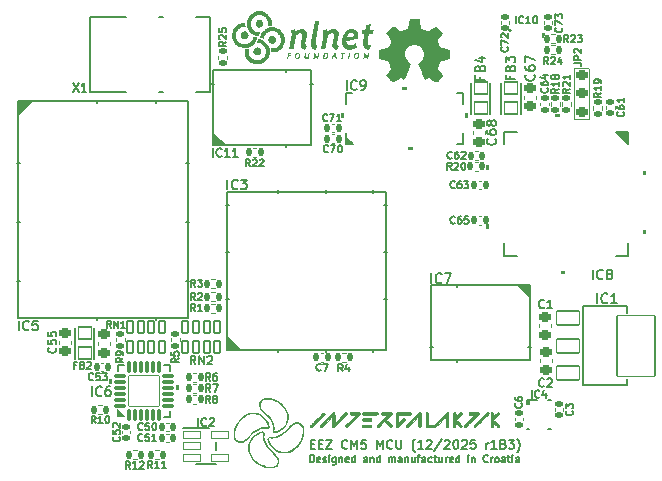
<source format=gto>
%TF.GenerationSoftware,KiCad,Pcbnew,9.0.6-9.0.6~ubuntu24.04.1*%
%TF.CreationDate,2025-12-27T17:46:42+01:00*%
%TF.ProjectId,BB3plus CM5 STM32H7 module,42423370-6c75-4732-9043-4d352053544d,r1B3*%
%TF.SameCoordinates,Original*%
%TF.FileFunction,Legend,Top*%
%TF.FilePolarity,Positive*%
%FSLAX46Y46*%
G04 Gerber Fmt 4.6, Leading zero omitted, Abs format (unit mm)*
G04 Created by KiCad (PCBNEW 9.0.6-9.0.6~ubuntu24.04.1) date 2025-12-27 17:46:42*
%MOMM*%
%LPD*%
G01*
G04 APERTURE LIST*
G04 Aperture macros list*
%AMRoundRect*
0 Rectangle with rounded corners*
0 $1 Rounding radius*
0 $2 $3 $4 $5 $6 $7 $8 $9 X,Y pos of 4 corners*
0 Add a 4 corners polygon primitive as box body*
4,1,4,$2,$3,$4,$5,$6,$7,$8,$9,$2,$3,0*
0 Add four circle primitives for the rounded corners*
1,1,$1+$1,$2,$3*
1,1,$1+$1,$4,$5*
1,1,$1+$1,$6,$7*
1,1,$1+$1,$8,$9*
0 Add four rect primitives between the rounded corners*
20,1,$1+$1,$2,$3,$4,$5,0*
20,1,$1+$1,$4,$5,$6,$7,0*
20,1,$1+$1,$6,$7,$8,$9,0*
20,1,$1+$1,$8,$9,$2,$3,0*%
G04 Aperture macros list end*
%ADD10C,0.152400*%
%ADD11C,0.120000*%
%ADD12C,0.170416*%
%ADD13C,0.000000*%
%ADD14C,0.010000*%
%ADD15C,0.127000*%
%ADD16C,0.100000*%
%ADD17RoundRect,0.135000X-0.135000X-0.185000X0.135000X-0.185000X0.135000X0.185000X-0.135000X0.185000X0*%
%ADD18R,0.762000X0.203200*%
%ADD19R,0.203200X0.762000*%
%ADD20RoundRect,0.135000X0.135000X0.185000X-0.135000X0.185000X-0.135000X-0.185000X0.135000X-0.185000X0*%
%ADD21RoundRect,0.225000X-0.250000X0.225000X-0.250000X-0.225000X0.250000X-0.225000X0.250000X0.225000X0*%
%ADD22RoundRect,0.057252X0.556248X-0.506248X0.556248X0.506248X-0.556248X0.506248X-0.556248X-0.506248X0*%
%ADD23RoundRect,0.140000X-0.140000X-0.170000X0.140000X-0.170000X0.140000X0.170000X-0.140000X0.170000X0*%
%ADD24RoundRect,0.135000X-0.185000X0.135000X-0.185000X-0.135000X0.185000X-0.135000X0.185000X0.135000X0*%
%ADD25RoundRect,0.140000X-0.170000X0.140000X-0.170000X-0.140000X0.170000X-0.140000X0.170000X0.140000X0*%
%ADD26RoundRect,0.140000X0.140000X0.170000X-0.140000X0.170000X-0.140000X-0.170000X0.140000X-0.170000X0*%
%ADD27C,1.500000*%
%ADD28C,0.355600*%
%ADD29RoundRect,0.225000X0.250000X-0.225000X0.250000X0.225000X-0.250000X0.225000X-0.250000X-0.225000X0*%
%ADD30R,0.228600X1.143000*%
%ADD31R,1.143000X0.228600*%
%ADD32R,5.000000X5.000000*%
%ADD33RoundRect,0.140000X0.170000X-0.140000X0.170000X0.140000X-0.170000X0.140000X-0.170000X-0.140000X0*%
%ADD34R,0.300000X0.850000*%
%ADD35R,0.850000X0.300000*%
%ADD36C,0.406400*%
%ADD37RoundRect,0.135000X0.185000X-0.135000X0.185000X0.135000X-0.185000X0.135000X-0.185000X-0.135000X0*%
%ADD38RoundRect,0.057573X-0.971127X-0.590127X0.971127X-0.590127X0.971127X0.590127X-0.971127X0.590127X0*%
%ADD39RoundRect,0.053238X-1.610462X-2.562962X1.610462X-2.562962X1.610462X2.562962X-1.610462X2.562962X0*%
%ADD40R,0.449999X0.299999*%
%ADD41R,1.000000X1.599999*%
%ADD42RoundRect,0.063703X0.249797X0.499797X-0.249797X0.499797X-0.249797X-0.499797X0.249797X-0.499797X0*%
%ADD43C,2.387600*%
%ADD44C,0.990600*%
%ADD45RoundRect,0.457200X0.000010X0.000010X-0.000010X0.000010X-0.000010X-0.000010X0.000010X-0.000010X0*%
%ADD46RoundRect,0.062345X-0.737755X-0.280555X0.737755X-0.280555X0.737755X0.280555X-0.737755X0.280555X0*%
%ADD47RoundRect,0.057252X-0.556248X0.506248X-0.556248X-0.506248X0.556248X-0.506248X0.556248X0.506248X0*%
%ADD48RoundRect,0.076200X-0.114300X-0.419100X0.114300X-0.419100X0.114300X0.419100X-0.114300X0.419100X0*%
%ADD49RoundRect,0.076200X-0.419100X0.114300X-0.419100X-0.114300X0.419100X-0.114300X0.419100X0.114300X0*%
%ADD50RoundRect,0.053290X1.305610X-1.305610X1.305610X1.305610X-1.305610X1.305610X-1.305610X-1.305610X0*%
%ADD51C,6.100000*%
G04 APERTURE END LIST*
D10*
X119451691Y-109359677D02*
X119705691Y-109359677D01*
X119814548Y-109758820D02*
X119451691Y-109758820D01*
X119451691Y-109758820D02*
X119451691Y-108996820D01*
X119451691Y-108996820D02*
X119814548Y-108996820D01*
X120141120Y-109359677D02*
X120395120Y-109359677D01*
X120503977Y-109758820D02*
X120141120Y-109758820D01*
X120141120Y-109758820D02*
X120141120Y-108996820D01*
X120141120Y-108996820D02*
X120503977Y-108996820D01*
X120757978Y-108996820D02*
X121265978Y-108996820D01*
X121265978Y-108996820D02*
X120757978Y-109758820D01*
X120757978Y-109758820D02*
X121265978Y-109758820D01*
X122572263Y-109686249D02*
X122535977Y-109722535D01*
X122535977Y-109722535D02*
X122427120Y-109758820D01*
X122427120Y-109758820D02*
X122354548Y-109758820D01*
X122354548Y-109758820D02*
X122245691Y-109722535D01*
X122245691Y-109722535D02*
X122173120Y-109649963D01*
X122173120Y-109649963D02*
X122136834Y-109577392D01*
X122136834Y-109577392D02*
X122100548Y-109432249D01*
X122100548Y-109432249D02*
X122100548Y-109323392D01*
X122100548Y-109323392D02*
X122136834Y-109178249D01*
X122136834Y-109178249D02*
X122173120Y-109105677D01*
X122173120Y-109105677D02*
X122245691Y-109033106D01*
X122245691Y-109033106D02*
X122354548Y-108996820D01*
X122354548Y-108996820D02*
X122427120Y-108996820D01*
X122427120Y-108996820D02*
X122535977Y-109033106D01*
X122535977Y-109033106D02*
X122572263Y-109069392D01*
X122898834Y-109758820D02*
X122898834Y-108996820D01*
X122898834Y-108996820D02*
X123152834Y-109541106D01*
X123152834Y-109541106D02*
X123406834Y-108996820D01*
X123406834Y-108996820D02*
X123406834Y-109758820D01*
X124132548Y-108996820D02*
X123769691Y-108996820D01*
X123769691Y-108996820D02*
X123733405Y-109359677D01*
X123733405Y-109359677D02*
X123769691Y-109323392D01*
X123769691Y-109323392D02*
X123842263Y-109287106D01*
X123842263Y-109287106D02*
X124023691Y-109287106D01*
X124023691Y-109287106D02*
X124096263Y-109323392D01*
X124096263Y-109323392D02*
X124132548Y-109359677D01*
X124132548Y-109359677D02*
X124168834Y-109432249D01*
X124168834Y-109432249D02*
X124168834Y-109613677D01*
X124168834Y-109613677D02*
X124132548Y-109686249D01*
X124132548Y-109686249D02*
X124096263Y-109722535D01*
X124096263Y-109722535D02*
X124023691Y-109758820D01*
X124023691Y-109758820D02*
X123842263Y-109758820D01*
X123842263Y-109758820D02*
X123769691Y-109722535D01*
X123769691Y-109722535D02*
X123733405Y-109686249D01*
X125075976Y-109758820D02*
X125075976Y-108996820D01*
X125075976Y-108996820D02*
X125329976Y-109541106D01*
X125329976Y-109541106D02*
X125583976Y-108996820D01*
X125583976Y-108996820D02*
X125583976Y-109758820D01*
X126382262Y-109686249D02*
X126345976Y-109722535D01*
X126345976Y-109722535D02*
X126237119Y-109758820D01*
X126237119Y-109758820D02*
X126164547Y-109758820D01*
X126164547Y-109758820D02*
X126055690Y-109722535D01*
X126055690Y-109722535D02*
X125983119Y-109649963D01*
X125983119Y-109649963D02*
X125946833Y-109577392D01*
X125946833Y-109577392D02*
X125910547Y-109432249D01*
X125910547Y-109432249D02*
X125910547Y-109323392D01*
X125910547Y-109323392D02*
X125946833Y-109178249D01*
X125946833Y-109178249D02*
X125983119Y-109105677D01*
X125983119Y-109105677D02*
X126055690Y-109033106D01*
X126055690Y-109033106D02*
X126164547Y-108996820D01*
X126164547Y-108996820D02*
X126237119Y-108996820D01*
X126237119Y-108996820D02*
X126345976Y-109033106D01*
X126345976Y-109033106D02*
X126382262Y-109069392D01*
X126708833Y-108996820D02*
X126708833Y-109613677D01*
X126708833Y-109613677D02*
X126745119Y-109686249D01*
X126745119Y-109686249D02*
X126781405Y-109722535D01*
X126781405Y-109722535D02*
X126853976Y-109758820D01*
X126853976Y-109758820D02*
X126999119Y-109758820D01*
X126999119Y-109758820D02*
X127071690Y-109722535D01*
X127071690Y-109722535D02*
X127107976Y-109686249D01*
X127107976Y-109686249D02*
X127144262Y-109613677D01*
X127144262Y-109613677D02*
X127144262Y-108996820D01*
X128305404Y-110049106D02*
X128269119Y-110012820D01*
X128269119Y-110012820D02*
X128196547Y-109903963D01*
X128196547Y-109903963D02*
X128160262Y-109831392D01*
X128160262Y-109831392D02*
X128123976Y-109722535D01*
X128123976Y-109722535D02*
X128087690Y-109541106D01*
X128087690Y-109541106D02*
X128087690Y-109395963D01*
X128087690Y-109395963D02*
X128123976Y-109214535D01*
X128123976Y-109214535D02*
X128160262Y-109105677D01*
X128160262Y-109105677D02*
X128196547Y-109033106D01*
X128196547Y-109033106D02*
X128269119Y-108924249D01*
X128269119Y-108924249D02*
X128305404Y-108887963D01*
X128994833Y-109758820D02*
X128559404Y-109758820D01*
X128777119Y-109758820D02*
X128777119Y-108996820D01*
X128777119Y-108996820D02*
X128704547Y-109105677D01*
X128704547Y-109105677D02*
X128631976Y-109178249D01*
X128631976Y-109178249D02*
X128559404Y-109214535D01*
X129285118Y-109069392D02*
X129321404Y-109033106D01*
X129321404Y-109033106D02*
X129393976Y-108996820D01*
X129393976Y-108996820D02*
X129575404Y-108996820D01*
X129575404Y-108996820D02*
X129647976Y-109033106D01*
X129647976Y-109033106D02*
X129684261Y-109069392D01*
X129684261Y-109069392D02*
X129720547Y-109141963D01*
X129720547Y-109141963D02*
X129720547Y-109214535D01*
X129720547Y-109214535D02*
X129684261Y-109323392D01*
X129684261Y-109323392D02*
X129248833Y-109758820D01*
X129248833Y-109758820D02*
X129720547Y-109758820D01*
X130591404Y-108960535D02*
X129938261Y-109940249D01*
X130809118Y-109069392D02*
X130845404Y-109033106D01*
X130845404Y-109033106D02*
X130917976Y-108996820D01*
X130917976Y-108996820D02*
X131099404Y-108996820D01*
X131099404Y-108996820D02*
X131171976Y-109033106D01*
X131171976Y-109033106D02*
X131208261Y-109069392D01*
X131208261Y-109069392D02*
X131244547Y-109141963D01*
X131244547Y-109141963D02*
X131244547Y-109214535D01*
X131244547Y-109214535D02*
X131208261Y-109323392D01*
X131208261Y-109323392D02*
X130772833Y-109758820D01*
X130772833Y-109758820D02*
X131244547Y-109758820D01*
X131716261Y-108996820D02*
X131788832Y-108996820D01*
X131788832Y-108996820D02*
X131861404Y-109033106D01*
X131861404Y-109033106D02*
X131897690Y-109069392D01*
X131897690Y-109069392D02*
X131933975Y-109141963D01*
X131933975Y-109141963D02*
X131970261Y-109287106D01*
X131970261Y-109287106D02*
X131970261Y-109468535D01*
X131970261Y-109468535D02*
X131933975Y-109613677D01*
X131933975Y-109613677D02*
X131897690Y-109686249D01*
X131897690Y-109686249D02*
X131861404Y-109722535D01*
X131861404Y-109722535D02*
X131788832Y-109758820D01*
X131788832Y-109758820D02*
X131716261Y-109758820D01*
X131716261Y-109758820D02*
X131643690Y-109722535D01*
X131643690Y-109722535D02*
X131607404Y-109686249D01*
X131607404Y-109686249D02*
X131571118Y-109613677D01*
X131571118Y-109613677D02*
X131534832Y-109468535D01*
X131534832Y-109468535D02*
X131534832Y-109287106D01*
X131534832Y-109287106D02*
X131571118Y-109141963D01*
X131571118Y-109141963D02*
X131607404Y-109069392D01*
X131607404Y-109069392D02*
X131643690Y-109033106D01*
X131643690Y-109033106D02*
X131716261Y-108996820D01*
X132260546Y-109069392D02*
X132296832Y-109033106D01*
X132296832Y-109033106D02*
X132369404Y-108996820D01*
X132369404Y-108996820D02*
X132550832Y-108996820D01*
X132550832Y-108996820D02*
X132623404Y-109033106D01*
X132623404Y-109033106D02*
X132659689Y-109069392D01*
X132659689Y-109069392D02*
X132695975Y-109141963D01*
X132695975Y-109141963D02*
X132695975Y-109214535D01*
X132695975Y-109214535D02*
X132659689Y-109323392D01*
X132659689Y-109323392D02*
X132224261Y-109758820D01*
X132224261Y-109758820D02*
X132695975Y-109758820D01*
X133385403Y-108996820D02*
X133022546Y-108996820D01*
X133022546Y-108996820D02*
X132986260Y-109359677D01*
X132986260Y-109359677D02*
X133022546Y-109323392D01*
X133022546Y-109323392D02*
X133095118Y-109287106D01*
X133095118Y-109287106D02*
X133276546Y-109287106D01*
X133276546Y-109287106D02*
X133349118Y-109323392D01*
X133349118Y-109323392D02*
X133385403Y-109359677D01*
X133385403Y-109359677D02*
X133421689Y-109432249D01*
X133421689Y-109432249D02*
X133421689Y-109613677D01*
X133421689Y-109613677D02*
X133385403Y-109686249D01*
X133385403Y-109686249D02*
X133349118Y-109722535D01*
X133349118Y-109722535D02*
X133276546Y-109758820D01*
X133276546Y-109758820D02*
X133095118Y-109758820D01*
X133095118Y-109758820D02*
X133022546Y-109722535D01*
X133022546Y-109722535D02*
X132986260Y-109686249D01*
X134328831Y-109758820D02*
X134328831Y-109250820D01*
X134328831Y-109395963D02*
X134365117Y-109323392D01*
X134365117Y-109323392D02*
X134401403Y-109287106D01*
X134401403Y-109287106D02*
X134473974Y-109250820D01*
X134473974Y-109250820D02*
X134546545Y-109250820D01*
X135199688Y-109758820D02*
X134764259Y-109758820D01*
X134981974Y-109758820D02*
X134981974Y-108996820D01*
X134981974Y-108996820D02*
X134909402Y-109105677D01*
X134909402Y-109105677D02*
X134836831Y-109178249D01*
X134836831Y-109178249D02*
X134764259Y-109214535D01*
X135780259Y-109359677D02*
X135889116Y-109395963D01*
X135889116Y-109395963D02*
X135925402Y-109432249D01*
X135925402Y-109432249D02*
X135961688Y-109504820D01*
X135961688Y-109504820D02*
X135961688Y-109613677D01*
X135961688Y-109613677D02*
X135925402Y-109686249D01*
X135925402Y-109686249D02*
X135889116Y-109722535D01*
X135889116Y-109722535D02*
X135816545Y-109758820D01*
X135816545Y-109758820D02*
X135526259Y-109758820D01*
X135526259Y-109758820D02*
X135526259Y-108996820D01*
X135526259Y-108996820D02*
X135780259Y-108996820D01*
X135780259Y-108996820D02*
X135852831Y-109033106D01*
X135852831Y-109033106D02*
X135889116Y-109069392D01*
X135889116Y-109069392D02*
X135925402Y-109141963D01*
X135925402Y-109141963D02*
X135925402Y-109214535D01*
X135925402Y-109214535D02*
X135889116Y-109287106D01*
X135889116Y-109287106D02*
X135852831Y-109323392D01*
X135852831Y-109323392D02*
X135780259Y-109359677D01*
X135780259Y-109359677D02*
X135526259Y-109359677D01*
X136215688Y-108996820D02*
X136687402Y-108996820D01*
X136687402Y-108996820D02*
X136433402Y-109287106D01*
X136433402Y-109287106D02*
X136542259Y-109287106D01*
X136542259Y-109287106D02*
X136614831Y-109323392D01*
X136614831Y-109323392D02*
X136651116Y-109359677D01*
X136651116Y-109359677D02*
X136687402Y-109432249D01*
X136687402Y-109432249D02*
X136687402Y-109613677D01*
X136687402Y-109613677D02*
X136651116Y-109686249D01*
X136651116Y-109686249D02*
X136614831Y-109722535D01*
X136614831Y-109722535D02*
X136542259Y-109758820D01*
X136542259Y-109758820D02*
X136324545Y-109758820D01*
X136324545Y-109758820D02*
X136251973Y-109722535D01*
X136251973Y-109722535D02*
X136215688Y-109686249D01*
X136941402Y-110049106D02*
X136977687Y-110012820D01*
X136977687Y-110012820D02*
X137050259Y-109903963D01*
X137050259Y-109903963D02*
X137086545Y-109831392D01*
X137086545Y-109831392D02*
X137122830Y-109722535D01*
X137122830Y-109722535D02*
X137159116Y-109541106D01*
X137159116Y-109541106D02*
X137159116Y-109395963D01*
X137159116Y-109395963D02*
X137122830Y-109214535D01*
X137122830Y-109214535D02*
X137086545Y-109105677D01*
X137086545Y-109105677D02*
X137050259Y-109033106D01*
X137050259Y-109033106D02*
X136977687Y-108924249D01*
X136977687Y-108924249D02*
X136941402Y-108887963D01*
X119415405Y-110897471D02*
X119415405Y-110287871D01*
X119415405Y-110287871D02*
X119560548Y-110287871D01*
X119560548Y-110287871D02*
X119647634Y-110316900D01*
X119647634Y-110316900D02*
X119705691Y-110374957D01*
X119705691Y-110374957D02*
X119734720Y-110433014D01*
X119734720Y-110433014D02*
X119763748Y-110549128D01*
X119763748Y-110549128D02*
X119763748Y-110636214D01*
X119763748Y-110636214D02*
X119734720Y-110752328D01*
X119734720Y-110752328D02*
X119705691Y-110810385D01*
X119705691Y-110810385D02*
X119647634Y-110868443D01*
X119647634Y-110868443D02*
X119560548Y-110897471D01*
X119560548Y-110897471D02*
X119415405Y-110897471D01*
X120257234Y-110868443D02*
X120199177Y-110897471D01*
X120199177Y-110897471D02*
X120083063Y-110897471D01*
X120083063Y-110897471D02*
X120025005Y-110868443D01*
X120025005Y-110868443D02*
X119995977Y-110810385D01*
X119995977Y-110810385D02*
X119995977Y-110578157D01*
X119995977Y-110578157D02*
X120025005Y-110520100D01*
X120025005Y-110520100D02*
X120083063Y-110491071D01*
X120083063Y-110491071D02*
X120199177Y-110491071D01*
X120199177Y-110491071D02*
X120257234Y-110520100D01*
X120257234Y-110520100D02*
X120286263Y-110578157D01*
X120286263Y-110578157D02*
X120286263Y-110636214D01*
X120286263Y-110636214D02*
X119995977Y-110694271D01*
X120518491Y-110868443D02*
X120576548Y-110897471D01*
X120576548Y-110897471D02*
X120692662Y-110897471D01*
X120692662Y-110897471D02*
X120750719Y-110868443D01*
X120750719Y-110868443D02*
X120779748Y-110810385D01*
X120779748Y-110810385D02*
X120779748Y-110781357D01*
X120779748Y-110781357D02*
X120750719Y-110723300D01*
X120750719Y-110723300D02*
X120692662Y-110694271D01*
X120692662Y-110694271D02*
X120605577Y-110694271D01*
X120605577Y-110694271D02*
X120547519Y-110665243D01*
X120547519Y-110665243D02*
X120518491Y-110607185D01*
X120518491Y-110607185D02*
X120518491Y-110578157D01*
X120518491Y-110578157D02*
X120547519Y-110520100D01*
X120547519Y-110520100D02*
X120605577Y-110491071D01*
X120605577Y-110491071D02*
X120692662Y-110491071D01*
X120692662Y-110491071D02*
X120750719Y-110520100D01*
X121041005Y-110897471D02*
X121041005Y-110491071D01*
X121041005Y-110287871D02*
X121011977Y-110316900D01*
X121011977Y-110316900D02*
X121041005Y-110345928D01*
X121041005Y-110345928D02*
X121070034Y-110316900D01*
X121070034Y-110316900D02*
X121041005Y-110287871D01*
X121041005Y-110287871D02*
X121041005Y-110345928D01*
X121592549Y-110491071D02*
X121592549Y-110984557D01*
X121592549Y-110984557D02*
X121563520Y-111042614D01*
X121563520Y-111042614D02*
X121534491Y-111071643D01*
X121534491Y-111071643D02*
X121476434Y-111100671D01*
X121476434Y-111100671D02*
X121389349Y-111100671D01*
X121389349Y-111100671D02*
X121331291Y-111071643D01*
X121592549Y-110868443D02*
X121534491Y-110897471D01*
X121534491Y-110897471D02*
X121418377Y-110897471D01*
X121418377Y-110897471D02*
X121360320Y-110868443D01*
X121360320Y-110868443D02*
X121331291Y-110839414D01*
X121331291Y-110839414D02*
X121302263Y-110781357D01*
X121302263Y-110781357D02*
X121302263Y-110607185D01*
X121302263Y-110607185D02*
X121331291Y-110549128D01*
X121331291Y-110549128D02*
X121360320Y-110520100D01*
X121360320Y-110520100D02*
X121418377Y-110491071D01*
X121418377Y-110491071D02*
X121534491Y-110491071D01*
X121534491Y-110491071D02*
X121592549Y-110520100D01*
X121882834Y-110491071D02*
X121882834Y-110897471D01*
X121882834Y-110549128D02*
X121911863Y-110520100D01*
X121911863Y-110520100D02*
X121969920Y-110491071D01*
X121969920Y-110491071D02*
X122057006Y-110491071D01*
X122057006Y-110491071D02*
X122115063Y-110520100D01*
X122115063Y-110520100D02*
X122144092Y-110578157D01*
X122144092Y-110578157D02*
X122144092Y-110897471D01*
X122666606Y-110868443D02*
X122608549Y-110897471D01*
X122608549Y-110897471D02*
X122492435Y-110897471D01*
X122492435Y-110897471D02*
X122434377Y-110868443D01*
X122434377Y-110868443D02*
X122405349Y-110810385D01*
X122405349Y-110810385D02*
X122405349Y-110578157D01*
X122405349Y-110578157D02*
X122434377Y-110520100D01*
X122434377Y-110520100D02*
X122492435Y-110491071D01*
X122492435Y-110491071D02*
X122608549Y-110491071D01*
X122608549Y-110491071D02*
X122666606Y-110520100D01*
X122666606Y-110520100D02*
X122695635Y-110578157D01*
X122695635Y-110578157D02*
X122695635Y-110636214D01*
X122695635Y-110636214D02*
X122405349Y-110694271D01*
X123218149Y-110897471D02*
X123218149Y-110287871D01*
X123218149Y-110868443D02*
X123160091Y-110897471D01*
X123160091Y-110897471D02*
X123043977Y-110897471D01*
X123043977Y-110897471D02*
X122985920Y-110868443D01*
X122985920Y-110868443D02*
X122956891Y-110839414D01*
X122956891Y-110839414D02*
X122927863Y-110781357D01*
X122927863Y-110781357D02*
X122927863Y-110607185D01*
X122927863Y-110607185D02*
X122956891Y-110549128D01*
X122956891Y-110549128D02*
X122985920Y-110520100D01*
X122985920Y-110520100D02*
X123043977Y-110491071D01*
X123043977Y-110491071D02*
X123160091Y-110491071D01*
X123160091Y-110491071D02*
X123218149Y-110520100D01*
X124234149Y-110897471D02*
X124234149Y-110578157D01*
X124234149Y-110578157D02*
X124205120Y-110520100D01*
X124205120Y-110520100D02*
X124147063Y-110491071D01*
X124147063Y-110491071D02*
X124030949Y-110491071D01*
X124030949Y-110491071D02*
X123972891Y-110520100D01*
X124234149Y-110868443D02*
X124176091Y-110897471D01*
X124176091Y-110897471D02*
X124030949Y-110897471D01*
X124030949Y-110897471D02*
X123972891Y-110868443D01*
X123972891Y-110868443D02*
X123943863Y-110810385D01*
X123943863Y-110810385D02*
X123943863Y-110752328D01*
X123943863Y-110752328D02*
X123972891Y-110694271D01*
X123972891Y-110694271D02*
X124030949Y-110665243D01*
X124030949Y-110665243D02*
X124176091Y-110665243D01*
X124176091Y-110665243D02*
X124234149Y-110636214D01*
X124524434Y-110491071D02*
X124524434Y-110897471D01*
X124524434Y-110549128D02*
X124553463Y-110520100D01*
X124553463Y-110520100D02*
X124611520Y-110491071D01*
X124611520Y-110491071D02*
X124698606Y-110491071D01*
X124698606Y-110491071D02*
X124756663Y-110520100D01*
X124756663Y-110520100D02*
X124785692Y-110578157D01*
X124785692Y-110578157D02*
X124785692Y-110897471D01*
X125337235Y-110897471D02*
X125337235Y-110287871D01*
X125337235Y-110868443D02*
X125279177Y-110897471D01*
X125279177Y-110897471D02*
X125163063Y-110897471D01*
X125163063Y-110897471D02*
X125105006Y-110868443D01*
X125105006Y-110868443D02*
X125075977Y-110839414D01*
X125075977Y-110839414D02*
X125046949Y-110781357D01*
X125046949Y-110781357D02*
X125046949Y-110607185D01*
X125046949Y-110607185D02*
X125075977Y-110549128D01*
X125075977Y-110549128D02*
X125105006Y-110520100D01*
X125105006Y-110520100D02*
X125163063Y-110491071D01*
X125163063Y-110491071D02*
X125279177Y-110491071D01*
X125279177Y-110491071D02*
X125337235Y-110520100D01*
X126091977Y-110897471D02*
X126091977Y-110491071D01*
X126091977Y-110549128D02*
X126121006Y-110520100D01*
X126121006Y-110520100D02*
X126179063Y-110491071D01*
X126179063Y-110491071D02*
X126266149Y-110491071D01*
X126266149Y-110491071D02*
X126324206Y-110520100D01*
X126324206Y-110520100D02*
X126353235Y-110578157D01*
X126353235Y-110578157D02*
X126353235Y-110897471D01*
X126353235Y-110578157D02*
X126382263Y-110520100D01*
X126382263Y-110520100D02*
X126440320Y-110491071D01*
X126440320Y-110491071D02*
X126527406Y-110491071D01*
X126527406Y-110491071D02*
X126585463Y-110520100D01*
X126585463Y-110520100D02*
X126614492Y-110578157D01*
X126614492Y-110578157D02*
X126614492Y-110897471D01*
X127166035Y-110897471D02*
X127166035Y-110578157D01*
X127166035Y-110578157D02*
X127137006Y-110520100D01*
X127137006Y-110520100D02*
X127078949Y-110491071D01*
X127078949Y-110491071D02*
X126962835Y-110491071D01*
X126962835Y-110491071D02*
X126904777Y-110520100D01*
X127166035Y-110868443D02*
X127107977Y-110897471D01*
X127107977Y-110897471D02*
X126962835Y-110897471D01*
X126962835Y-110897471D02*
X126904777Y-110868443D01*
X126904777Y-110868443D02*
X126875749Y-110810385D01*
X126875749Y-110810385D02*
X126875749Y-110752328D01*
X126875749Y-110752328D02*
X126904777Y-110694271D01*
X126904777Y-110694271D02*
X126962835Y-110665243D01*
X126962835Y-110665243D02*
X127107977Y-110665243D01*
X127107977Y-110665243D02*
X127166035Y-110636214D01*
X127456320Y-110491071D02*
X127456320Y-110897471D01*
X127456320Y-110549128D02*
X127485349Y-110520100D01*
X127485349Y-110520100D02*
X127543406Y-110491071D01*
X127543406Y-110491071D02*
X127630492Y-110491071D01*
X127630492Y-110491071D02*
X127688549Y-110520100D01*
X127688549Y-110520100D02*
X127717578Y-110578157D01*
X127717578Y-110578157D02*
X127717578Y-110897471D01*
X128269121Y-110491071D02*
X128269121Y-110897471D01*
X128007863Y-110491071D02*
X128007863Y-110810385D01*
X128007863Y-110810385D02*
X128036892Y-110868443D01*
X128036892Y-110868443D02*
X128094949Y-110897471D01*
X128094949Y-110897471D02*
X128182035Y-110897471D01*
X128182035Y-110897471D02*
X128240092Y-110868443D01*
X128240092Y-110868443D02*
X128269121Y-110839414D01*
X128472321Y-110491071D02*
X128704549Y-110491071D01*
X128559406Y-110897471D02*
X128559406Y-110374957D01*
X128559406Y-110374957D02*
X128588435Y-110316900D01*
X128588435Y-110316900D02*
X128646492Y-110287871D01*
X128646492Y-110287871D02*
X128704549Y-110287871D01*
X129169007Y-110897471D02*
X129169007Y-110578157D01*
X129169007Y-110578157D02*
X129139978Y-110520100D01*
X129139978Y-110520100D02*
X129081921Y-110491071D01*
X129081921Y-110491071D02*
X128965807Y-110491071D01*
X128965807Y-110491071D02*
X128907749Y-110520100D01*
X129169007Y-110868443D02*
X129110949Y-110897471D01*
X129110949Y-110897471D02*
X128965807Y-110897471D01*
X128965807Y-110897471D02*
X128907749Y-110868443D01*
X128907749Y-110868443D02*
X128878721Y-110810385D01*
X128878721Y-110810385D02*
X128878721Y-110752328D01*
X128878721Y-110752328D02*
X128907749Y-110694271D01*
X128907749Y-110694271D02*
X128965807Y-110665243D01*
X128965807Y-110665243D02*
X129110949Y-110665243D01*
X129110949Y-110665243D02*
X129169007Y-110636214D01*
X129720550Y-110868443D02*
X129662492Y-110897471D01*
X129662492Y-110897471D02*
X129546378Y-110897471D01*
X129546378Y-110897471D02*
X129488321Y-110868443D01*
X129488321Y-110868443D02*
X129459292Y-110839414D01*
X129459292Y-110839414D02*
X129430264Y-110781357D01*
X129430264Y-110781357D02*
X129430264Y-110607185D01*
X129430264Y-110607185D02*
X129459292Y-110549128D01*
X129459292Y-110549128D02*
X129488321Y-110520100D01*
X129488321Y-110520100D02*
X129546378Y-110491071D01*
X129546378Y-110491071D02*
X129662492Y-110491071D01*
X129662492Y-110491071D02*
X129720550Y-110520100D01*
X129894721Y-110491071D02*
X130126949Y-110491071D01*
X129981806Y-110287871D02*
X129981806Y-110810385D01*
X129981806Y-110810385D02*
X130010835Y-110868443D01*
X130010835Y-110868443D02*
X130068892Y-110897471D01*
X130068892Y-110897471D02*
X130126949Y-110897471D01*
X130591407Y-110491071D02*
X130591407Y-110897471D01*
X130330149Y-110491071D02*
X130330149Y-110810385D01*
X130330149Y-110810385D02*
X130359178Y-110868443D01*
X130359178Y-110868443D02*
X130417235Y-110897471D01*
X130417235Y-110897471D02*
X130504321Y-110897471D01*
X130504321Y-110897471D02*
X130562378Y-110868443D01*
X130562378Y-110868443D02*
X130591407Y-110839414D01*
X130881692Y-110897471D02*
X130881692Y-110491071D01*
X130881692Y-110607185D02*
X130910721Y-110549128D01*
X130910721Y-110549128D02*
X130939750Y-110520100D01*
X130939750Y-110520100D02*
X130997807Y-110491071D01*
X130997807Y-110491071D02*
X131055864Y-110491071D01*
X131491292Y-110868443D02*
X131433235Y-110897471D01*
X131433235Y-110897471D02*
X131317121Y-110897471D01*
X131317121Y-110897471D02*
X131259063Y-110868443D01*
X131259063Y-110868443D02*
X131230035Y-110810385D01*
X131230035Y-110810385D02*
X131230035Y-110578157D01*
X131230035Y-110578157D02*
X131259063Y-110520100D01*
X131259063Y-110520100D02*
X131317121Y-110491071D01*
X131317121Y-110491071D02*
X131433235Y-110491071D01*
X131433235Y-110491071D02*
X131491292Y-110520100D01*
X131491292Y-110520100D02*
X131520321Y-110578157D01*
X131520321Y-110578157D02*
X131520321Y-110636214D01*
X131520321Y-110636214D02*
X131230035Y-110694271D01*
X132042835Y-110897471D02*
X132042835Y-110287871D01*
X132042835Y-110868443D02*
X131984777Y-110897471D01*
X131984777Y-110897471D02*
X131868663Y-110897471D01*
X131868663Y-110897471D02*
X131810606Y-110868443D01*
X131810606Y-110868443D02*
X131781577Y-110839414D01*
X131781577Y-110839414D02*
X131752549Y-110781357D01*
X131752549Y-110781357D02*
X131752549Y-110607185D01*
X131752549Y-110607185D02*
X131781577Y-110549128D01*
X131781577Y-110549128D02*
X131810606Y-110520100D01*
X131810606Y-110520100D02*
X131868663Y-110491071D01*
X131868663Y-110491071D02*
X131984777Y-110491071D01*
X131984777Y-110491071D02*
X132042835Y-110520100D01*
X132797577Y-110897471D02*
X132797577Y-110491071D01*
X132797577Y-110287871D02*
X132768549Y-110316900D01*
X132768549Y-110316900D02*
X132797577Y-110345928D01*
X132797577Y-110345928D02*
X132826606Y-110316900D01*
X132826606Y-110316900D02*
X132797577Y-110287871D01*
X132797577Y-110287871D02*
X132797577Y-110345928D01*
X133087863Y-110491071D02*
X133087863Y-110897471D01*
X133087863Y-110549128D02*
X133116892Y-110520100D01*
X133116892Y-110520100D02*
X133174949Y-110491071D01*
X133174949Y-110491071D02*
X133262035Y-110491071D01*
X133262035Y-110491071D02*
X133320092Y-110520100D01*
X133320092Y-110520100D02*
X133349121Y-110578157D01*
X133349121Y-110578157D02*
X133349121Y-110897471D01*
X134452206Y-110839414D02*
X134423178Y-110868443D01*
X134423178Y-110868443D02*
X134336092Y-110897471D01*
X134336092Y-110897471D02*
X134278035Y-110897471D01*
X134278035Y-110897471D02*
X134190949Y-110868443D01*
X134190949Y-110868443D02*
X134132892Y-110810385D01*
X134132892Y-110810385D02*
X134103863Y-110752328D01*
X134103863Y-110752328D02*
X134074835Y-110636214D01*
X134074835Y-110636214D02*
X134074835Y-110549128D01*
X134074835Y-110549128D02*
X134103863Y-110433014D01*
X134103863Y-110433014D02*
X134132892Y-110374957D01*
X134132892Y-110374957D02*
X134190949Y-110316900D01*
X134190949Y-110316900D02*
X134278035Y-110287871D01*
X134278035Y-110287871D02*
X134336092Y-110287871D01*
X134336092Y-110287871D02*
X134423178Y-110316900D01*
X134423178Y-110316900D02*
X134452206Y-110345928D01*
X134713463Y-110897471D02*
X134713463Y-110491071D01*
X134713463Y-110607185D02*
X134742492Y-110549128D01*
X134742492Y-110549128D02*
X134771521Y-110520100D01*
X134771521Y-110520100D02*
X134829578Y-110491071D01*
X134829578Y-110491071D02*
X134887635Y-110491071D01*
X135177920Y-110897471D02*
X135119863Y-110868443D01*
X135119863Y-110868443D02*
X135090834Y-110839414D01*
X135090834Y-110839414D02*
X135061806Y-110781357D01*
X135061806Y-110781357D02*
X135061806Y-110607185D01*
X135061806Y-110607185D02*
X135090834Y-110549128D01*
X135090834Y-110549128D02*
X135119863Y-110520100D01*
X135119863Y-110520100D02*
X135177920Y-110491071D01*
X135177920Y-110491071D02*
X135265006Y-110491071D01*
X135265006Y-110491071D02*
X135323063Y-110520100D01*
X135323063Y-110520100D02*
X135352092Y-110549128D01*
X135352092Y-110549128D02*
X135381120Y-110607185D01*
X135381120Y-110607185D02*
X135381120Y-110781357D01*
X135381120Y-110781357D02*
X135352092Y-110839414D01*
X135352092Y-110839414D02*
X135323063Y-110868443D01*
X135323063Y-110868443D02*
X135265006Y-110897471D01*
X135265006Y-110897471D02*
X135177920Y-110897471D01*
X135903635Y-110897471D02*
X135903635Y-110578157D01*
X135903635Y-110578157D02*
X135874606Y-110520100D01*
X135874606Y-110520100D02*
X135816549Y-110491071D01*
X135816549Y-110491071D02*
X135700435Y-110491071D01*
X135700435Y-110491071D02*
X135642377Y-110520100D01*
X135903635Y-110868443D02*
X135845577Y-110897471D01*
X135845577Y-110897471D02*
X135700435Y-110897471D01*
X135700435Y-110897471D02*
X135642377Y-110868443D01*
X135642377Y-110868443D02*
X135613349Y-110810385D01*
X135613349Y-110810385D02*
X135613349Y-110752328D01*
X135613349Y-110752328D02*
X135642377Y-110694271D01*
X135642377Y-110694271D02*
X135700435Y-110665243D01*
X135700435Y-110665243D02*
X135845577Y-110665243D01*
X135845577Y-110665243D02*
X135903635Y-110636214D01*
X136106835Y-110491071D02*
X136339063Y-110491071D01*
X136193920Y-110287871D02*
X136193920Y-110810385D01*
X136193920Y-110810385D02*
X136222949Y-110868443D01*
X136222949Y-110868443D02*
X136281006Y-110897471D01*
X136281006Y-110897471D02*
X136339063Y-110897471D01*
X136542263Y-110897471D02*
X136542263Y-110491071D01*
X136542263Y-110287871D02*
X136513235Y-110316900D01*
X136513235Y-110316900D02*
X136542263Y-110345928D01*
X136542263Y-110345928D02*
X136571292Y-110316900D01*
X136571292Y-110316900D02*
X136542263Y-110287871D01*
X136542263Y-110287871D02*
X136542263Y-110345928D01*
X137093807Y-110897471D02*
X137093807Y-110578157D01*
X137093807Y-110578157D02*
X137064778Y-110520100D01*
X137064778Y-110520100D02*
X137006721Y-110491071D01*
X137006721Y-110491071D02*
X136890607Y-110491071D01*
X136890607Y-110491071D02*
X136832549Y-110520100D01*
X137093807Y-110868443D02*
X137035749Y-110897471D01*
X137035749Y-110897471D02*
X136890607Y-110897471D01*
X136890607Y-110897471D02*
X136832549Y-110868443D01*
X136832549Y-110868443D02*
X136803521Y-110810385D01*
X136803521Y-110810385D02*
X136803521Y-110752328D01*
X136803521Y-110752328D02*
X136832549Y-110694271D01*
X136832549Y-110694271D02*
X136890607Y-110665243D01*
X136890607Y-110665243D02*
X137035749Y-110665243D01*
X137035749Y-110665243D02*
X137093807Y-110636214D01*
X139571314Y-77194087D02*
X139368114Y-76903801D01*
X139222971Y-77194087D02*
X139222971Y-76584487D01*
X139222971Y-76584487D02*
X139455200Y-76584487D01*
X139455200Y-76584487D02*
X139513257Y-76613516D01*
X139513257Y-76613516D02*
X139542286Y-76642544D01*
X139542286Y-76642544D02*
X139571314Y-76700601D01*
X139571314Y-76700601D02*
X139571314Y-76787687D01*
X139571314Y-76787687D02*
X139542286Y-76845744D01*
X139542286Y-76845744D02*
X139513257Y-76874773D01*
X139513257Y-76874773D02*
X139455200Y-76903801D01*
X139455200Y-76903801D02*
X139222971Y-76903801D01*
X139803543Y-76642544D02*
X139832571Y-76613516D01*
X139832571Y-76613516D02*
X139890629Y-76584487D01*
X139890629Y-76584487D02*
X140035771Y-76584487D01*
X140035771Y-76584487D02*
X140093829Y-76613516D01*
X140093829Y-76613516D02*
X140122857Y-76642544D01*
X140122857Y-76642544D02*
X140151886Y-76700601D01*
X140151886Y-76700601D02*
X140151886Y-76758659D01*
X140151886Y-76758659D02*
X140122857Y-76845744D01*
X140122857Y-76845744D02*
X139774514Y-77194087D01*
X139774514Y-77194087D02*
X140151886Y-77194087D01*
X140674400Y-76787687D02*
X140674400Y-77194087D01*
X140529257Y-76555459D02*
X140384114Y-76990887D01*
X140384114Y-76990887D02*
X140761485Y-76990887D01*
X141271314Y-75314087D02*
X141068114Y-75023801D01*
X140922971Y-75314087D02*
X140922971Y-74704487D01*
X140922971Y-74704487D02*
X141155200Y-74704487D01*
X141155200Y-74704487D02*
X141213257Y-74733516D01*
X141213257Y-74733516D02*
X141242286Y-74762544D01*
X141242286Y-74762544D02*
X141271314Y-74820601D01*
X141271314Y-74820601D02*
X141271314Y-74907687D01*
X141271314Y-74907687D02*
X141242286Y-74965744D01*
X141242286Y-74965744D02*
X141213257Y-74994773D01*
X141213257Y-74994773D02*
X141155200Y-75023801D01*
X141155200Y-75023801D02*
X140922971Y-75023801D01*
X141503543Y-74762544D02*
X141532571Y-74733516D01*
X141532571Y-74733516D02*
X141590629Y-74704487D01*
X141590629Y-74704487D02*
X141735771Y-74704487D01*
X141735771Y-74704487D02*
X141793829Y-74733516D01*
X141793829Y-74733516D02*
X141822857Y-74762544D01*
X141822857Y-74762544D02*
X141851886Y-74820601D01*
X141851886Y-74820601D02*
X141851886Y-74878659D01*
X141851886Y-74878659D02*
X141822857Y-74965744D01*
X141822857Y-74965744D02*
X141474514Y-75314087D01*
X141474514Y-75314087D02*
X141851886Y-75314087D01*
X142055085Y-74704487D02*
X142432457Y-74704487D01*
X142432457Y-74704487D02*
X142229257Y-74936716D01*
X142229257Y-74936716D02*
X142316342Y-74936716D01*
X142316342Y-74936716D02*
X142374400Y-74965744D01*
X142374400Y-74965744D02*
X142403428Y-74994773D01*
X142403428Y-74994773D02*
X142432457Y-75052830D01*
X142432457Y-75052830D02*
X142432457Y-75197973D01*
X142432457Y-75197973D02*
X142403428Y-75256030D01*
X142403428Y-75256030D02*
X142374400Y-75285059D01*
X142374400Y-75285059D02*
X142316342Y-75314087D01*
X142316342Y-75314087D02*
X142142171Y-75314087D01*
X142142171Y-75314087D02*
X142084114Y-75285059D01*
X142084114Y-75285059D02*
X142055085Y-75256030D01*
X136840728Y-73734087D02*
X136840728Y-73124487D01*
X137479357Y-73676030D02*
X137450329Y-73705059D01*
X137450329Y-73705059D02*
X137363243Y-73734087D01*
X137363243Y-73734087D02*
X137305186Y-73734087D01*
X137305186Y-73734087D02*
X137218100Y-73705059D01*
X137218100Y-73705059D02*
X137160043Y-73647001D01*
X137160043Y-73647001D02*
X137131014Y-73588944D01*
X137131014Y-73588944D02*
X137101986Y-73472830D01*
X137101986Y-73472830D02*
X137101986Y-73385744D01*
X137101986Y-73385744D02*
X137131014Y-73269630D01*
X137131014Y-73269630D02*
X137160043Y-73211573D01*
X137160043Y-73211573D02*
X137218100Y-73153516D01*
X137218100Y-73153516D02*
X137305186Y-73124487D01*
X137305186Y-73124487D02*
X137363243Y-73124487D01*
X137363243Y-73124487D02*
X137450329Y-73153516D01*
X137450329Y-73153516D02*
X137479357Y-73182544D01*
X138059929Y-73734087D02*
X137711586Y-73734087D01*
X137885757Y-73734087D02*
X137885757Y-73124487D01*
X137885757Y-73124487D02*
X137827700Y-73211573D01*
X137827700Y-73211573D02*
X137769643Y-73269630D01*
X137769643Y-73269630D02*
X137711586Y-73298659D01*
X138437300Y-73124487D02*
X138495357Y-73124487D01*
X138495357Y-73124487D02*
X138553414Y-73153516D01*
X138553414Y-73153516D02*
X138582443Y-73182544D01*
X138582443Y-73182544D02*
X138611471Y-73240601D01*
X138611471Y-73240601D02*
X138640500Y-73356716D01*
X138640500Y-73356716D02*
X138640500Y-73501859D01*
X138640500Y-73501859D02*
X138611471Y-73617973D01*
X138611471Y-73617973D02*
X138582443Y-73676030D01*
X138582443Y-73676030D02*
X138553414Y-73705059D01*
X138553414Y-73705059D02*
X138495357Y-73734087D01*
X138495357Y-73734087D02*
X138437300Y-73734087D01*
X138437300Y-73734087D02*
X138379243Y-73705059D01*
X138379243Y-73705059D02*
X138350214Y-73676030D01*
X138350214Y-73676030D02*
X138321185Y-73617973D01*
X138321185Y-73617973D02*
X138292157Y-73501859D01*
X138292157Y-73501859D02*
X138292157Y-73356716D01*
X138292157Y-73356716D02*
X138321185Y-73240601D01*
X138321185Y-73240601D02*
X138350214Y-73182544D01*
X138350214Y-73182544D02*
X138379243Y-73153516D01*
X138379243Y-73153516D02*
X138437300Y-73124487D01*
X109668135Y-97164087D02*
X109464935Y-96873801D01*
X109319792Y-97164087D02*
X109319792Y-96554487D01*
X109319792Y-96554487D02*
X109552021Y-96554487D01*
X109552021Y-96554487D02*
X109610078Y-96583516D01*
X109610078Y-96583516D02*
X109639107Y-96612544D01*
X109639107Y-96612544D02*
X109668135Y-96670601D01*
X109668135Y-96670601D02*
X109668135Y-96757687D01*
X109668135Y-96757687D02*
X109639107Y-96815744D01*
X109639107Y-96815744D02*
X109610078Y-96844773D01*
X109610078Y-96844773D02*
X109552021Y-96873801D01*
X109552021Y-96873801D02*
X109319792Y-96873801D01*
X109900364Y-96612544D02*
X109929392Y-96583516D01*
X109929392Y-96583516D02*
X109987450Y-96554487D01*
X109987450Y-96554487D02*
X110132592Y-96554487D01*
X110132592Y-96554487D02*
X110190650Y-96583516D01*
X110190650Y-96583516D02*
X110219678Y-96612544D01*
X110219678Y-96612544D02*
X110248707Y-96670601D01*
X110248707Y-96670601D02*
X110248707Y-96728659D01*
X110248707Y-96728659D02*
X110219678Y-96815744D01*
X110219678Y-96815744D02*
X109871335Y-97164087D01*
X109871335Y-97164087D02*
X110248707Y-97164087D01*
X97867864Y-101189758D02*
X97901731Y-101223625D01*
X97901731Y-101223625D02*
X97935597Y-101325225D01*
X97935597Y-101325225D02*
X97935597Y-101392958D01*
X97935597Y-101392958D02*
X97901731Y-101494558D01*
X97901731Y-101494558D02*
X97833997Y-101562292D01*
X97833997Y-101562292D02*
X97766264Y-101596158D01*
X97766264Y-101596158D02*
X97630797Y-101630025D01*
X97630797Y-101630025D02*
X97529197Y-101630025D01*
X97529197Y-101630025D02*
X97393731Y-101596158D01*
X97393731Y-101596158D02*
X97325997Y-101562292D01*
X97325997Y-101562292D02*
X97258264Y-101494558D01*
X97258264Y-101494558D02*
X97224397Y-101392958D01*
X97224397Y-101392958D02*
X97224397Y-101325225D01*
X97224397Y-101325225D02*
X97258264Y-101223625D01*
X97258264Y-101223625D02*
X97292131Y-101189758D01*
X97224397Y-100546292D02*
X97224397Y-100884958D01*
X97224397Y-100884958D02*
X97563064Y-100918825D01*
X97563064Y-100918825D02*
X97529197Y-100884958D01*
X97529197Y-100884958D02*
X97495331Y-100817225D01*
X97495331Y-100817225D02*
X97495331Y-100647892D01*
X97495331Y-100647892D02*
X97529197Y-100580158D01*
X97529197Y-100580158D02*
X97563064Y-100546292D01*
X97563064Y-100546292D02*
X97630797Y-100512425D01*
X97630797Y-100512425D02*
X97800131Y-100512425D01*
X97800131Y-100512425D02*
X97867864Y-100546292D01*
X97867864Y-100546292D02*
X97901731Y-100580158D01*
X97901731Y-100580158D02*
X97935597Y-100647892D01*
X97935597Y-100647892D02*
X97935597Y-100817225D01*
X97935597Y-100817225D02*
X97901731Y-100884958D01*
X97901731Y-100884958D02*
X97867864Y-100918825D01*
X97224397Y-99868959D02*
X97224397Y-100207625D01*
X97224397Y-100207625D02*
X97563064Y-100241492D01*
X97563064Y-100241492D02*
X97529197Y-100207625D01*
X97529197Y-100207625D02*
X97495331Y-100139892D01*
X97495331Y-100139892D02*
X97495331Y-99970559D01*
X97495331Y-99970559D02*
X97529197Y-99902825D01*
X97529197Y-99902825D02*
X97563064Y-99868959D01*
X97563064Y-99868959D02*
X97630797Y-99835092D01*
X97630797Y-99835092D02*
X97800131Y-99835092D01*
X97800131Y-99835092D02*
X97867864Y-99868959D01*
X97867864Y-99868959D02*
X97901731Y-99902825D01*
X97901731Y-99902825D02*
X97935597Y-99970559D01*
X97935597Y-99970559D02*
X97935597Y-100139892D01*
X97935597Y-100139892D02*
X97901731Y-100207625D01*
X97901731Y-100207625D02*
X97867864Y-100241492D01*
X133796851Y-78235279D02*
X133796851Y-78506213D01*
X134222603Y-78506213D02*
X133409803Y-78506213D01*
X133409803Y-78506213D02*
X133409803Y-78119165D01*
X133796851Y-77538593D02*
X133835556Y-77422479D01*
X133835556Y-77422479D02*
X133874260Y-77383774D01*
X133874260Y-77383774D02*
X133951670Y-77345070D01*
X133951670Y-77345070D02*
X134067784Y-77345070D01*
X134067784Y-77345070D02*
X134145194Y-77383774D01*
X134145194Y-77383774D02*
X134183899Y-77422479D01*
X134183899Y-77422479D02*
X134222603Y-77499889D01*
X134222603Y-77499889D02*
X134222603Y-77809527D01*
X134222603Y-77809527D02*
X133409803Y-77809527D01*
X133409803Y-77809527D02*
X133409803Y-77538593D01*
X133409803Y-77538593D02*
X133448508Y-77461184D01*
X133448508Y-77461184D02*
X133487213Y-77422479D01*
X133487213Y-77422479D02*
X133564622Y-77383774D01*
X133564622Y-77383774D02*
X133642032Y-77383774D01*
X133642032Y-77383774D02*
X133719441Y-77422479D01*
X133719441Y-77422479D02*
X133758146Y-77461184D01*
X133758146Y-77461184D02*
X133796851Y-77538593D01*
X133796851Y-77538593D02*
X133796851Y-77809527D01*
X133680737Y-76648384D02*
X134222603Y-76648384D01*
X133371099Y-76841908D02*
X133951670Y-77035431D01*
X133951670Y-77035431D02*
X133951670Y-76532270D01*
X122158400Y-103194087D02*
X121955200Y-102903801D01*
X121810057Y-103194087D02*
X121810057Y-102584487D01*
X121810057Y-102584487D02*
X122042286Y-102584487D01*
X122042286Y-102584487D02*
X122100343Y-102613516D01*
X122100343Y-102613516D02*
X122129372Y-102642544D01*
X122129372Y-102642544D02*
X122158400Y-102700601D01*
X122158400Y-102700601D02*
X122158400Y-102787687D01*
X122158400Y-102787687D02*
X122129372Y-102845744D01*
X122129372Y-102845744D02*
X122100343Y-102874773D01*
X122100343Y-102874773D02*
X122042286Y-102903801D01*
X122042286Y-102903801D02*
X121810057Y-102903801D01*
X122680915Y-102787687D02*
X122680915Y-103194087D01*
X122535772Y-102555459D02*
X122390629Y-102990887D01*
X122390629Y-102990887D02*
X122768000Y-102990887D01*
X131392814Y-86127286D02*
X131189614Y-85837000D01*
X131044471Y-86127286D02*
X131044471Y-85517686D01*
X131044471Y-85517686D02*
X131276700Y-85517686D01*
X131276700Y-85517686D02*
X131334757Y-85546715D01*
X131334757Y-85546715D02*
X131363786Y-85575743D01*
X131363786Y-85575743D02*
X131392814Y-85633800D01*
X131392814Y-85633800D02*
X131392814Y-85720886D01*
X131392814Y-85720886D02*
X131363786Y-85778943D01*
X131363786Y-85778943D02*
X131334757Y-85807972D01*
X131334757Y-85807972D02*
X131276700Y-85837000D01*
X131276700Y-85837000D02*
X131044471Y-85837000D01*
X131625043Y-85575743D02*
X131654071Y-85546715D01*
X131654071Y-85546715D02*
X131712129Y-85517686D01*
X131712129Y-85517686D02*
X131857271Y-85517686D01*
X131857271Y-85517686D02*
X131915329Y-85546715D01*
X131915329Y-85546715D02*
X131944357Y-85575743D01*
X131944357Y-85575743D02*
X131973386Y-85633800D01*
X131973386Y-85633800D02*
X131973386Y-85691858D01*
X131973386Y-85691858D02*
X131944357Y-85778943D01*
X131944357Y-85778943D02*
X131596014Y-86127286D01*
X131596014Y-86127286D02*
X131973386Y-86127286D01*
X132350757Y-85517686D02*
X132408814Y-85517686D01*
X132408814Y-85517686D02*
X132466871Y-85546715D01*
X132466871Y-85546715D02*
X132495900Y-85575743D01*
X132495900Y-85575743D02*
X132524928Y-85633800D01*
X132524928Y-85633800D02*
X132553957Y-85749915D01*
X132553957Y-85749915D02*
X132553957Y-85895058D01*
X132553957Y-85895058D02*
X132524928Y-86011172D01*
X132524928Y-86011172D02*
X132495900Y-86069229D01*
X132495900Y-86069229D02*
X132466871Y-86098258D01*
X132466871Y-86098258D02*
X132408814Y-86127286D01*
X132408814Y-86127286D02*
X132350757Y-86127286D01*
X132350757Y-86127286D02*
X132292700Y-86098258D01*
X132292700Y-86098258D02*
X132263671Y-86069229D01*
X132263671Y-86069229D02*
X132234642Y-86011172D01*
X132234642Y-86011172D02*
X132205614Y-85895058D01*
X132205614Y-85895058D02*
X132205614Y-85749915D01*
X132205614Y-85749915D02*
X132234642Y-85633800D01*
X132234642Y-85633800D02*
X132263671Y-85575743D01*
X132263671Y-85575743D02*
X132292700Y-85546715D01*
X132292700Y-85546715D02*
X132350757Y-85517686D01*
X120318400Y-103086030D02*
X120289372Y-103115059D01*
X120289372Y-103115059D02*
X120202286Y-103144087D01*
X120202286Y-103144087D02*
X120144229Y-103144087D01*
X120144229Y-103144087D02*
X120057143Y-103115059D01*
X120057143Y-103115059D02*
X119999086Y-103057001D01*
X119999086Y-103057001D02*
X119970057Y-102998944D01*
X119970057Y-102998944D02*
X119941029Y-102882830D01*
X119941029Y-102882830D02*
X119941029Y-102795744D01*
X119941029Y-102795744D02*
X119970057Y-102679630D01*
X119970057Y-102679630D02*
X119999086Y-102621573D01*
X119999086Y-102621573D02*
X120057143Y-102563516D01*
X120057143Y-102563516D02*
X120144229Y-102534487D01*
X120144229Y-102534487D02*
X120202286Y-102534487D01*
X120202286Y-102534487D02*
X120289372Y-102563516D01*
X120289372Y-102563516D02*
X120318400Y-102592544D01*
X120521600Y-102534487D02*
X120928000Y-102534487D01*
X120928000Y-102534487D02*
X120666743Y-103144087D01*
X108284087Y-102091599D02*
X107993801Y-102294799D01*
X108284087Y-102439942D02*
X107674487Y-102439942D01*
X107674487Y-102439942D02*
X107674487Y-102207713D01*
X107674487Y-102207713D02*
X107703516Y-102149656D01*
X107703516Y-102149656D02*
X107732544Y-102120627D01*
X107732544Y-102120627D02*
X107790601Y-102091599D01*
X107790601Y-102091599D02*
X107877687Y-102091599D01*
X107877687Y-102091599D02*
X107935744Y-102120627D01*
X107935744Y-102120627D02*
X107964773Y-102149656D01*
X107964773Y-102149656D02*
X107993801Y-102207713D01*
X107993801Y-102207713D02*
X107993801Y-102439942D01*
X107674487Y-101540056D02*
X107674487Y-101830342D01*
X107674487Y-101830342D02*
X107964773Y-101859370D01*
X107964773Y-101859370D02*
X107935744Y-101830342D01*
X107935744Y-101830342D02*
X107906716Y-101772285D01*
X107906716Y-101772285D02*
X107906716Y-101627142D01*
X107906716Y-101627142D02*
X107935744Y-101569085D01*
X107935744Y-101569085D02*
X107964773Y-101540056D01*
X107964773Y-101540056D02*
X108022830Y-101511027D01*
X108022830Y-101511027D02*
X108167973Y-101511027D01*
X108167973Y-101511027D02*
X108226030Y-101540056D01*
X108226030Y-101540056D02*
X108255059Y-101569085D01*
X108255059Y-101569085D02*
X108284087Y-101627142D01*
X108284087Y-101627142D02*
X108284087Y-101772285D01*
X108284087Y-101772285D02*
X108255059Y-101830342D01*
X108255059Y-101830342D02*
X108226030Y-101859370D01*
X137296030Y-105911599D02*
X137325059Y-105940627D01*
X137325059Y-105940627D02*
X137354087Y-106027713D01*
X137354087Y-106027713D02*
X137354087Y-106085770D01*
X137354087Y-106085770D02*
X137325059Y-106172856D01*
X137325059Y-106172856D02*
X137267001Y-106230913D01*
X137267001Y-106230913D02*
X137208944Y-106259942D01*
X137208944Y-106259942D02*
X137092830Y-106288970D01*
X137092830Y-106288970D02*
X137005744Y-106288970D01*
X137005744Y-106288970D02*
X136889630Y-106259942D01*
X136889630Y-106259942D02*
X136831573Y-106230913D01*
X136831573Y-106230913D02*
X136773516Y-106172856D01*
X136773516Y-106172856D02*
X136744487Y-106085770D01*
X136744487Y-106085770D02*
X136744487Y-106027713D01*
X136744487Y-106027713D02*
X136773516Y-105940627D01*
X136773516Y-105940627D02*
X136802544Y-105911599D01*
X136744487Y-105389085D02*
X136744487Y-105505199D01*
X136744487Y-105505199D02*
X136773516Y-105563256D01*
X136773516Y-105563256D02*
X136802544Y-105592285D01*
X136802544Y-105592285D02*
X136889630Y-105650342D01*
X136889630Y-105650342D02*
X137005744Y-105679370D01*
X137005744Y-105679370D02*
X137237973Y-105679370D01*
X137237973Y-105679370D02*
X137296030Y-105650342D01*
X137296030Y-105650342D02*
X137325059Y-105621313D01*
X137325059Y-105621313D02*
X137354087Y-105563256D01*
X137354087Y-105563256D02*
X137354087Y-105447142D01*
X137354087Y-105447142D02*
X137325059Y-105389085D01*
X137325059Y-105389085D02*
X137296030Y-105360056D01*
X137296030Y-105360056D02*
X137237973Y-105331027D01*
X137237973Y-105331027D02*
X137092830Y-105331027D01*
X137092830Y-105331027D02*
X137034773Y-105360056D01*
X137034773Y-105360056D02*
X137005744Y-105389085D01*
X137005744Y-105389085D02*
X136976716Y-105447142D01*
X136976716Y-105447142D02*
X136976716Y-105563256D01*
X136976716Y-105563256D02*
X137005744Y-105621313D01*
X137005744Y-105621313D02*
X137034773Y-105650342D01*
X137034773Y-105650342D02*
X137092830Y-105679370D01*
X136112430Y-75741885D02*
X136141459Y-75770913D01*
X136141459Y-75770913D02*
X136170487Y-75857999D01*
X136170487Y-75857999D02*
X136170487Y-75916056D01*
X136170487Y-75916056D02*
X136141459Y-76003142D01*
X136141459Y-76003142D02*
X136083401Y-76061199D01*
X136083401Y-76061199D02*
X136025344Y-76090228D01*
X136025344Y-76090228D02*
X135909230Y-76119256D01*
X135909230Y-76119256D02*
X135822144Y-76119256D01*
X135822144Y-76119256D02*
X135706030Y-76090228D01*
X135706030Y-76090228D02*
X135647973Y-76061199D01*
X135647973Y-76061199D02*
X135589916Y-76003142D01*
X135589916Y-76003142D02*
X135560887Y-75916056D01*
X135560887Y-75916056D02*
X135560887Y-75857999D01*
X135560887Y-75857999D02*
X135589916Y-75770913D01*
X135589916Y-75770913D02*
X135618944Y-75741885D01*
X135560887Y-75538685D02*
X135560887Y-75132285D01*
X135560887Y-75132285D02*
X136170487Y-75393542D01*
X135618944Y-74929085D02*
X135589916Y-74900057D01*
X135589916Y-74900057D02*
X135560887Y-74842000D01*
X135560887Y-74842000D02*
X135560887Y-74696857D01*
X135560887Y-74696857D02*
X135589916Y-74638800D01*
X135589916Y-74638800D02*
X135618944Y-74609771D01*
X135618944Y-74609771D02*
X135677001Y-74580742D01*
X135677001Y-74580742D02*
X135735059Y-74580742D01*
X135735059Y-74580742D02*
X135822144Y-74609771D01*
X135822144Y-74609771D02*
X136170487Y-74958114D01*
X136170487Y-74958114D02*
X136170487Y-74580742D01*
X131658114Y-87636030D02*
X131629086Y-87665059D01*
X131629086Y-87665059D02*
X131542000Y-87694087D01*
X131542000Y-87694087D02*
X131483943Y-87694087D01*
X131483943Y-87694087D02*
X131396857Y-87665059D01*
X131396857Y-87665059D02*
X131338800Y-87607001D01*
X131338800Y-87607001D02*
X131309771Y-87548944D01*
X131309771Y-87548944D02*
X131280743Y-87432830D01*
X131280743Y-87432830D02*
X131280743Y-87345744D01*
X131280743Y-87345744D02*
X131309771Y-87229630D01*
X131309771Y-87229630D02*
X131338800Y-87171573D01*
X131338800Y-87171573D02*
X131396857Y-87113516D01*
X131396857Y-87113516D02*
X131483943Y-87084487D01*
X131483943Y-87084487D02*
X131542000Y-87084487D01*
X131542000Y-87084487D02*
X131629086Y-87113516D01*
X131629086Y-87113516D02*
X131658114Y-87142544D01*
X132180629Y-87084487D02*
X132064514Y-87084487D01*
X132064514Y-87084487D02*
X132006457Y-87113516D01*
X132006457Y-87113516D02*
X131977429Y-87142544D01*
X131977429Y-87142544D02*
X131919371Y-87229630D01*
X131919371Y-87229630D02*
X131890343Y-87345744D01*
X131890343Y-87345744D02*
X131890343Y-87577973D01*
X131890343Y-87577973D02*
X131919371Y-87636030D01*
X131919371Y-87636030D02*
X131948400Y-87665059D01*
X131948400Y-87665059D02*
X132006457Y-87694087D01*
X132006457Y-87694087D02*
X132122571Y-87694087D01*
X132122571Y-87694087D02*
X132180629Y-87665059D01*
X132180629Y-87665059D02*
X132209657Y-87636030D01*
X132209657Y-87636030D02*
X132238686Y-87577973D01*
X132238686Y-87577973D02*
X132238686Y-87432830D01*
X132238686Y-87432830D02*
X132209657Y-87374773D01*
X132209657Y-87374773D02*
X132180629Y-87345744D01*
X132180629Y-87345744D02*
X132122571Y-87316716D01*
X132122571Y-87316716D02*
X132006457Y-87316716D01*
X132006457Y-87316716D02*
X131948400Y-87345744D01*
X131948400Y-87345744D02*
X131919371Y-87374773D01*
X131919371Y-87374773D02*
X131890343Y-87432830D01*
X132441885Y-87084487D02*
X132819257Y-87084487D01*
X132819257Y-87084487D02*
X132616057Y-87316716D01*
X132616057Y-87316716D02*
X132703142Y-87316716D01*
X132703142Y-87316716D02*
X132761200Y-87345744D01*
X132761200Y-87345744D02*
X132790228Y-87374773D01*
X132790228Y-87374773D02*
X132819257Y-87432830D01*
X132819257Y-87432830D02*
X132819257Y-87577973D01*
X132819257Y-87577973D02*
X132790228Y-87636030D01*
X132790228Y-87636030D02*
X132761200Y-87665059D01*
X132761200Y-87665059D02*
X132703142Y-87694087D01*
X132703142Y-87694087D02*
X132528971Y-87694087D01*
X132528971Y-87694087D02*
X132470914Y-87665059D01*
X132470914Y-87665059D02*
X132441885Y-87636030D01*
X129686552Y-95718091D02*
X129686552Y-94905291D01*
X130538057Y-95640682D02*
X130499353Y-95679387D01*
X130499353Y-95679387D02*
X130383238Y-95718091D01*
X130383238Y-95718091D02*
X130305829Y-95718091D01*
X130305829Y-95718091D02*
X130189715Y-95679387D01*
X130189715Y-95679387D02*
X130112305Y-95601977D01*
X130112305Y-95601977D02*
X130073600Y-95524567D01*
X130073600Y-95524567D02*
X130034896Y-95369748D01*
X130034896Y-95369748D02*
X130034896Y-95253634D01*
X130034896Y-95253634D02*
X130073600Y-95098815D01*
X130073600Y-95098815D02*
X130112305Y-95021406D01*
X130112305Y-95021406D02*
X130189715Y-94943996D01*
X130189715Y-94943996D02*
X130305829Y-94905291D01*
X130305829Y-94905291D02*
X130383238Y-94905291D01*
X130383238Y-94905291D02*
X130499353Y-94943996D01*
X130499353Y-94943996D02*
X130538057Y-94982701D01*
X130808991Y-94905291D02*
X131350857Y-94905291D01*
X131350857Y-94905291D02*
X131002515Y-95718091D01*
X139221467Y-97763356D02*
X139187600Y-97797223D01*
X139187600Y-97797223D02*
X139086000Y-97831089D01*
X139086000Y-97831089D02*
X139018267Y-97831089D01*
X139018267Y-97831089D02*
X138916667Y-97797223D01*
X138916667Y-97797223D02*
X138848934Y-97729489D01*
X138848934Y-97729489D02*
X138815067Y-97661756D01*
X138815067Y-97661756D02*
X138781200Y-97526289D01*
X138781200Y-97526289D02*
X138781200Y-97424689D01*
X138781200Y-97424689D02*
X138815067Y-97289223D01*
X138815067Y-97289223D02*
X138848934Y-97221489D01*
X138848934Y-97221489D02*
X138916667Y-97153756D01*
X138916667Y-97153756D02*
X139018267Y-97119889D01*
X139018267Y-97119889D02*
X139086000Y-97119889D01*
X139086000Y-97119889D02*
X139187600Y-97153756D01*
X139187600Y-97153756D02*
X139221467Y-97187623D01*
X139898800Y-97831089D02*
X139492400Y-97831089D01*
X139695600Y-97831089D02*
X139695600Y-97119889D01*
X139695600Y-97119889D02*
X139627867Y-97221489D01*
X139627867Y-97221489D02*
X139560134Y-97289223D01*
X139560134Y-97289223D02*
X139492400Y-97323089D01*
X140709230Y-74101885D02*
X140738259Y-74130913D01*
X140738259Y-74130913D02*
X140767287Y-74217999D01*
X140767287Y-74217999D02*
X140767287Y-74276056D01*
X140767287Y-74276056D02*
X140738259Y-74363142D01*
X140738259Y-74363142D02*
X140680201Y-74421199D01*
X140680201Y-74421199D02*
X140622144Y-74450228D01*
X140622144Y-74450228D02*
X140506030Y-74479256D01*
X140506030Y-74479256D02*
X140418944Y-74479256D01*
X140418944Y-74479256D02*
X140302830Y-74450228D01*
X140302830Y-74450228D02*
X140244773Y-74421199D01*
X140244773Y-74421199D02*
X140186716Y-74363142D01*
X140186716Y-74363142D02*
X140157687Y-74276056D01*
X140157687Y-74276056D02*
X140157687Y-74217999D01*
X140157687Y-74217999D02*
X140186716Y-74130913D01*
X140186716Y-74130913D02*
X140215744Y-74101885D01*
X140157687Y-73898685D02*
X140157687Y-73492285D01*
X140157687Y-73492285D02*
X140767287Y-73753542D01*
X140157687Y-73318114D02*
X140157687Y-72940742D01*
X140157687Y-72940742D02*
X140389916Y-73143942D01*
X140389916Y-73143942D02*
X140389916Y-73056857D01*
X140389916Y-73056857D02*
X140418944Y-72998800D01*
X140418944Y-72998800D02*
X140447973Y-72969771D01*
X140447973Y-72969771D02*
X140506030Y-72940742D01*
X140506030Y-72940742D02*
X140651173Y-72940742D01*
X140651173Y-72940742D02*
X140709230Y-72969771D01*
X140709230Y-72969771D02*
X140738259Y-72998800D01*
X140738259Y-72998800D02*
X140767287Y-73056857D01*
X140767287Y-73056857D02*
X140767287Y-73231028D01*
X140767287Y-73231028D02*
X140738259Y-73289085D01*
X140738259Y-73289085D02*
X140709230Y-73318114D01*
X143346552Y-95388091D02*
X143346552Y-94575291D01*
X144198057Y-95310682D02*
X144159353Y-95349387D01*
X144159353Y-95349387D02*
X144043238Y-95388091D01*
X144043238Y-95388091D02*
X143965829Y-95388091D01*
X143965829Y-95388091D02*
X143849715Y-95349387D01*
X143849715Y-95349387D02*
X143772305Y-95271977D01*
X143772305Y-95271977D02*
X143733600Y-95194567D01*
X143733600Y-95194567D02*
X143694896Y-95039748D01*
X143694896Y-95039748D02*
X143694896Y-94923634D01*
X143694896Y-94923634D02*
X143733600Y-94768815D01*
X143733600Y-94768815D02*
X143772305Y-94691406D01*
X143772305Y-94691406D02*
X143849715Y-94613996D01*
X143849715Y-94613996D02*
X143965829Y-94575291D01*
X143965829Y-94575291D02*
X144043238Y-94575291D01*
X144043238Y-94575291D02*
X144159353Y-94613996D01*
X144159353Y-94613996D02*
X144198057Y-94652701D01*
X144662515Y-94923634D02*
X144585105Y-94884929D01*
X144585105Y-94884929D02*
X144546400Y-94846225D01*
X144546400Y-94846225D02*
X144507696Y-94768815D01*
X144507696Y-94768815D02*
X144507696Y-94730110D01*
X144507696Y-94730110D02*
X144546400Y-94652701D01*
X144546400Y-94652701D02*
X144585105Y-94613996D01*
X144585105Y-94613996D02*
X144662515Y-94575291D01*
X144662515Y-94575291D02*
X144817334Y-94575291D01*
X144817334Y-94575291D02*
X144894743Y-94613996D01*
X144894743Y-94613996D02*
X144933448Y-94652701D01*
X144933448Y-94652701D02*
X144972153Y-94730110D01*
X144972153Y-94730110D02*
X144972153Y-94768815D01*
X144972153Y-94768815D02*
X144933448Y-94846225D01*
X144933448Y-94846225D02*
X144894743Y-94884929D01*
X144894743Y-94884929D02*
X144817334Y-94923634D01*
X144817334Y-94923634D02*
X144662515Y-94923634D01*
X144662515Y-94923634D02*
X144585105Y-94962339D01*
X144585105Y-94962339D02*
X144546400Y-95001044D01*
X144546400Y-95001044D02*
X144507696Y-95078453D01*
X144507696Y-95078453D02*
X144507696Y-95233272D01*
X144507696Y-95233272D02*
X144546400Y-95310682D01*
X144546400Y-95310682D02*
X144585105Y-95349387D01*
X144585105Y-95349387D02*
X144662515Y-95388091D01*
X144662515Y-95388091D02*
X144817334Y-95388091D01*
X144817334Y-95388091D02*
X144894743Y-95349387D01*
X144894743Y-95349387D02*
X144933448Y-95310682D01*
X144933448Y-95310682D02*
X144972153Y-95233272D01*
X144972153Y-95233272D02*
X144972153Y-95078453D01*
X144972153Y-95078453D02*
X144933448Y-95001044D01*
X144933448Y-95001044D02*
X144894743Y-94962339D01*
X144894743Y-94962339D02*
X144817334Y-94923634D01*
X145936030Y-81241885D02*
X145965059Y-81270913D01*
X145965059Y-81270913D02*
X145994087Y-81357999D01*
X145994087Y-81357999D02*
X145994087Y-81416056D01*
X145994087Y-81416056D02*
X145965059Y-81503142D01*
X145965059Y-81503142D02*
X145907001Y-81561199D01*
X145907001Y-81561199D02*
X145848944Y-81590228D01*
X145848944Y-81590228D02*
X145732830Y-81619256D01*
X145732830Y-81619256D02*
X145645744Y-81619256D01*
X145645744Y-81619256D02*
X145529630Y-81590228D01*
X145529630Y-81590228D02*
X145471573Y-81561199D01*
X145471573Y-81561199D02*
X145413516Y-81503142D01*
X145413516Y-81503142D02*
X145384487Y-81416056D01*
X145384487Y-81416056D02*
X145384487Y-81357999D01*
X145384487Y-81357999D02*
X145413516Y-81270913D01*
X145413516Y-81270913D02*
X145442544Y-81241885D01*
X145384487Y-80719371D02*
X145384487Y-80835485D01*
X145384487Y-80835485D02*
X145413516Y-80893542D01*
X145413516Y-80893542D02*
X145442544Y-80922571D01*
X145442544Y-80922571D02*
X145529630Y-80980628D01*
X145529630Y-80980628D02*
X145645744Y-81009656D01*
X145645744Y-81009656D02*
X145877973Y-81009656D01*
X145877973Y-81009656D02*
X145936030Y-80980628D01*
X145936030Y-80980628D02*
X145965059Y-80951599D01*
X145965059Y-80951599D02*
X145994087Y-80893542D01*
X145994087Y-80893542D02*
X145994087Y-80777428D01*
X145994087Y-80777428D02*
X145965059Y-80719371D01*
X145965059Y-80719371D02*
X145936030Y-80690342D01*
X145936030Y-80690342D02*
X145877973Y-80661313D01*
X145877973Y-80661313D02*
X145732830Y-80661313D01*
X145732830Y-80661313D02*
X145674773Y-80690342D01*
X145674773Y-80690342D02*
X145645744Y-80719371D01*
X145645744Y-80719371D02*
X145616716Y-80777428D01*
X145616716Y-80777428D02*
X145616716Y-80893542D01*
X145616716Y-80893542D02*
X145645744Y-80951599D01*
X145645744Y-80951599D02*
X145674773Y-80980628D01*
X145674773Y-80980628D02*
X145732830Y-81009656D01*
X145994087Y-80080742D02*
X145994087Y-80429085D01*
X145994087Y-80254914D02*
X145384487Y-80254914D01*
X145384487Y-80254914D02*
X145471573Y-80312971D01*
X145471573Y-80312971D02*
X145529630Y-80371028D01*
X145529630Y-80371028D02*
X145558659Y-80429085D01*
X139211467Y-104433356D02*
X139177600Y-104467223D01*
X139177600Y-104467223D02*
X139076000Y-104501089D01*
X139076000Y-104501089D02*
X139008267Y-104501089D01*
X139008267Y-104501089D02*
X138906667Y-104467223D01*
X138906667Y-104467223D02*
X138838934Y-104399489D01*
X138838934Y-104399489D02*
X138805067Y-104331756D01*
X138805067Y-104331756D02*
X138771200Y-104196289D01*
X138771200Y-104196289D02*
X138771200Y-104094689D01*
X138771200Y-104094689D02*
X138805067Y-103959223D01*
X138805067Y-103959223D02*
X138838934Y-103891489D01*
X138838934Y-103891489D02*
X138906667Y-103823756D01*
X138906667Y-103823756D02*
X139008267Y-103789889D01*
X139008267Y-103789889D02*
X139076000Y-103789889D01*
X139076000Y-103789889D02*
X139177600Y-103823756D01*
X139177600Y-103823756D02*
X139211467Y-103857623D01*
X139482400Y-103857623D02*
X139516267Y-103823756D01*
X139516267Y-103823756D02*
X139584000Y-103789889D01*
X139584000Y-103789889D02*
X139753334Y-103789889D01*
X139753334Y-103789889D02*
X139821067Y-103823756D01*
X139821067Y-103823756D02*
X139854934Y-103857623D01*
X139854934Y-103857623D02*
X139888800Y-103925356D01*
X139888800Y-103925356D02*
X139888800Y-103993089D01*
X139888800Y-103993089D02*
X139854934Y-104094689D01*
X139854934Y-104094689D02*
X139448534Y-104501089D01*
X139448534Y-104501089D02*
X139888800Y-104501089D01*
X136356851Y-78205279D02*
X136356851Y-78476213D01*
X136782603Y-78476213D02*
X135969803Y-78476213D01*
X135969803Y-78476213D02*
X135969803Y-78089165D01*
X136356851Y-77508593D02*
X136395556Y-77392479D01*
X136395556Y-77392479D02*
X136434260Y-77353774D01*
X136434260Y-77353774D02*
X136511670Y-77315070D01*
X136511670Y-77315070D02*
X136627784Y-77315070D01*
X136627784Y-77315070D02*
X136705194Y-77353774D01*
X136705194Y-77353774D02*
X136743899Y-77392479D01*
X136743899Y-77392479D02*
X136782603Y-77469889D01*
X136782603Y-77469889D02*
X136782603Y-77779527D01*
X136782603Y-77779527D02*
X135969803Y-77779527D01*
X135969803Y-77779527D02*
X135969803Y-77508593D01*
X135969803Y-77508593D02*
X136008508Y-77431184D01*
X136008508Y-77431184D02*
X136047213Y-77392479D01*
X136047213Y-77392479D02*
X136124622Y-77353774D01*
X136124622Y-77353774D02*
X136202032Y-77353774D01*
X136202032Y-77353774D02*
X136279441Y-77392479D01*
X136279441Y-77392479D02*
X136318146Y-77431184D01*
X136318146Y-77431184D02*
X136356851Y-77508593D01*
X136356851Y-77508593D02*
X136356851Y-77779527D01*
X135969803Y-77044136D02*
X135969803Y-76540974D01*
X135969803Y-76540974D02*
X136279441Y-76811908D01*
X136279441Y-76811908D02*
X136279441Y-76695793D01*
X136279441Y-76695793D02*
X136318146Y-76618384D01*
X136318146Y-76618384D02*
X136356851Y-76579679D01*
X136356851Y-76579679D02*
X136434260Y-76540974D01*
X136434260Y-76540974D02*
X136627784Y-76540974D01*
X136627784Y-76540974D02*
X136705194Y-76579679D01*
X136705194Y-76579679D02*
X136743899Y-76618384D01*
X136743899Y-76618384D02*
X136782603Y-76695793D01*
X136782603Y-76695793D02*
X136782603Y-76928022D01*
X136782603Y-76928022D02*
X136743899Y-77005431D01*
X136743899Y-77005431D02*
X136705194Y-77044136D01*
X111167063Y-85018970D02*
X111167063Y-84307770D01*
X111912130Y-84951237D02*
X111878263Y-84985104D01*
X111878263Y-84985104D02*
X111776663Y-85018970D01*
X111776663Y-85018970D02*
X111708930Y-85018970D01*
X111708930Y-85018970D02*
X111607330Y-84985104D01*
X111607330Y-84985104D02*
X111539597Y-84917370D01*
X111539597Y-84917370D02*
X111505730Y-84849637D01*
X111505730Y-84849637D02*
X111471863Y-84714170D01*
X111471863Y-84714170D02*
X111471863Y-84612570D01*
X111471863Y-84612570D02*
X111505730Y-84477104D01*
X111505730Y-84477104D02*
X111539597Y-84409370D01*
X111539597Y-84409370D02*
X111607330Y-84341637D01*
X111607330Y-84341637D02*
X111708930Y-84307770D01*
X111708930Y-84307770D02*
X111776663Y-84307770D01*
X111776663Y-84307770D02*
X111878263Y-84341637D01*
X111878263Y-84341637D02*
X111912130Y-84375504D01*
X112589463Y-85018970D02*
X112183063Y-85018970D01*
X112386263Y-85018970D02*
X112386263Y-84307770D01*
X112386263Y-84307770D02*
X112318530Y-84409370D01*
X112318530Y-84409370D02*
X112250797Y-84477104D01*
X112250797Y-84477104D02*
X112183063Y-84510970D01*
X113266796Y-85018970D02*
X112860396Y-85018970D01*
X113063596Y-85018970D02*
X113063596Y-84307770D01*
X113063596Y-84307770D02*
X112995863Y-84409370D01*
X112995863Y-84409370D02*
X112928130Y-84477104D01*
X112928130Y-84477104D02*
X112860396Y-84510970D01*
X122496552Y-79368091D02*
X122496552Y-78555291D01*
X123348057Y-79290682D02*
X123309353Y-79329387D01*
X123309353Y-79329387D02*
X123193238Y-79368091D01*
X123193238Y-79368091D02*
X123115829Y-79368091D01*
X123115829Y-79368091D02*
X122999715Y-79329387D01*
X122999715Y-79329387D02*
X122922305Y-79251977D01*
X122922305Y-79251977D02*
X122883600Y-79174567D01*
X122883600Y-79174567D02*
X122844896Y-79019748D01*
X122844896Y-79019748D02*
X122844896Y-78903634D01*
X122844896Y-78903634D02*
X122883600Y-78748815D01*
X122883600Y-78748815D02*
X122922305Y-78671406D01*
X122922305Y-78671406D02*
X122999715Y-78593996D01*
X122999715Y-78593996D02*
X123115829Y-78555291D01*
X123115829Y-78555291D02*
X123193238Y-78555291D01*
X123193238Y-78555291D02*
X123309353Y-78593996D01*
X123309353Y-78593996D02*
X123348057Y-78632701D01*
X123735105Y-79368091D02*
X123889924Y-79368091D01*
X123889924Y-79368091D02*
X123967334Y-79329387D01*
X123967334Y-79329387D02*
X124006038Y-79290682D01*
X124006038Y-79290682D02*
X124083448Y-79174567D01*
X124083448Y-79174567D02*
X124122153Y-79019748D01*
X124122153Y-79019748D02*
X124122153Y-78710110D01*
X124122153Y-78710110D02*
X124083448Y-78632701D01*
X124083448Y-78632701D02*
X124044743Y-78593996D01*
X124044743Y-78593996D02*
X123967334Y-78555291D01*
X123967334Y-78555291D02*
X123812515Y-78555291D01*
X123812515Y-78555291D02*
X123735105Y-78593996D01*
X123735105Y-78593996D02*
X123696400Y-78632701D01*
X123696400Y-78632701D02*
X123657696Y-78710110D01*
X123657696Y-78710110D02*
X123657696Y-78903634D01*
X123657696Y-78903634D02*
X123696400Y-78981044D01*
X123696400Y-78981044D02*
X123735105Y-79019748D01*
X123735105Y-79019748D02*
X123812515Y-79058453D01*
X123812515Y-79058453D02*
X123967334Y-79058453D01*
X123967334Y-79058453D02*
X124044743Y-79019748D01*
X124044743Y-79019748D02*
X124083448Y-78981044D01*
X124083448Y-78981044D02*
X124122153Y-78903634D01*
X103593983Y-102080383D02*
X103303697Y-102283583D01*
X103593983Y-102428726D02*
X102984383Y-102428726D01*
X102984383Y-102428726D02*
X102984383Y-102196497D01*
X102984383Y-102196497D02*
X103013412Y-102138440D01*
X103013412Y-102138440D02*
X103042440Y-102109411D01*
X103042440Y-102109411D02*
X103100497Y-102080383D01*
X103100497Y-102080383D02*
X103187583Y-102080383D01*
X103187583Y-102080383D02*
X103245640Y-102109411D01*
X103245640Y-102109411D02*
X103274669Y-102138440D01*
X103274669Y-102138440D02*
X103303697Y-102196497D01*
X103303697Y-102196497D02*
X103303697Y-102428726D01*
X103593983Y-101790097D02*
X103593983Y-101673983D01*
X103593983Y-101673983D02*
X103564955Y-101615926D01*
X103564955Y-101615926D02*
X103535926Y-101586897D01*
X103535926Y-101586897D02*
X103448840Y-101528840D01*
X103448840Y-101528840D02*
X103332726Y-101499811D01*
X103332726Y-101499811D02*
X103100497Y-101499811D01*
X103100497Y-101499811D02*
X103042440Y-101528840D01*
X103042440Y-101528840D02*
X103013412Y-101557869D01*
X103013412Y-101557869D02*
X102984383Y-101615926D01*
X102984383Y-101615926D02*
X102984383Y-101732040D01*
X102984383Y-101732040D02*
X103013412Y-101790097D01*
X103013412Y-101790097D02*
X103042440Y-101819126D01*
X103042440Y-101819126D02*
X103100497Y-101848154D01*
X103100497Y-101848154D02*
X103245640Y-101848154D01*
X103245640Y-101848154D02*
X103303697Y-101819126D01*
X103303697Y-101819126D02*
X103332726Y-101790097D01*
X103332726Y-101790097D02*
X103361755Y-101732040D01*
X103361755Y-101732040D02*
X103361755Y-101615926D01*
X103361755Y-101615926D02*
X103332726Y-101557869D01*
X103332726Y-101557869D02*
X103303697Y-101528840D01*
X103303697Y-101528840D02*
X103245640Y-101499811D01*
X94746552Y-99726684D02*
X94746552Y-98913884D01*
X95598057Y-99649275D02*
X95559353Y-99687980D01*
X95559353Y-99687980D02*
X95443238Y-99726684D01*
X95443238Y-99726684D02*
X95365829Y-99726684D01*
X95365829Y-99726684D02*
X95249715Y-99687980D01*
X95249715Y-99687980D02*
X95172305Y-99610570D01*
X95172305Y-99610570D02*
X95133600Y-99533160D01*
X95133600Y-99533160D02*
X95094896Y-99378341D01*
X95094896Y-99378341D02*
X95094896Y-99262227D01*
X95094896Y-99262227D02*
X95133600Y-99107408D01*
X95133600Y-99107408D02*
X95172305Y-99029999D01*
X95172305Y-99029999D02*
X95249715Y-98952589D01*
X95249715Y-98952589D02*
X95365829Y-98913884D01*
X95365829Y-98913884D02*
X95443238Y-98913884D01*
X95443238Y-98913884D02*
X95559353Y-98952589D01*
X95559353Y-98952589D02*
X95598057Y-98991294D01*
X96333448Y-98913884D02*
X95946400Y-98913884D01*
X95946400Y-98913884D02*
X95907696Y-99300932D01*
X95907696Y-99300932D02*
X95946400Y-99262227D01*
X95946400Y-99262227D02*
X96023810Y-99223522D01*
X96023810Y-99223522D02*
X96217334Y-99223522D01*
X96217334Y-99223522D02*
X96294743Y-99262227D01*
X96294743Y-99262227D02*
X96333448Y-99300932D01*
X96333448Y-99300932D02*
X96372153Y-99378341D01*
X96372153Y-99378341D02*
X96372153Y-99571865D01*
X96372153Y-99571865D02*
X96333448Y-99649275D01*
X96333448Y-99649275D02*
X96294743Y-99687980D01*
X96294743Y-99687980D02*
X96217334Y-99726684D01*
X96217334Y-99726684D02*
X96023810Y-99726684D01*
X96023810Y-99726684D02*
X95946400Y-99687980D01*
X95946400Y-99687980D02*
X95907696Y-99649275D01*
X120868114Y-81946030D02*
X120839086Y-81975059D01*
X120839086Y-81975059D02*
X120752000Y-82004087D01*
X120752000Y-82004087D02*
X120693943Y-82004087D01*
X120693943Y-82004087D02*
X120606857Y-81975059D01*
X120606857Y-81975059D02*
X120548800Y-81917001D01*
X120548800Y-81917001D02*
X120519771Y-81858944D01*
X120519771Y-81858944D02*
X120490743Y-81742830D01*
X120490743Y-81742830D02*
X120490743Y-81655744D01*
X120490743Y-81655744D02*
X120519771Y-81539630D01*
X120519771Y-81539630D02*
X120548800Y-81481573D01*
X120548800Y-81481573D02*
X120606857Y-81423516D01*
X120606857Y-81423516D02*
X120693943Y-81394487D01*
X120693943Y-81394487D02*
X120752000Y-81394487D01*
X120752000Y-81394487D02*
X120839086Y-81423516D01*
X120839086Y-81423516D02*
X120868114Y-81452544D01*
X121071314Y-81394487D02*
X121477714Y-81394487D01*
X121477714Y-81394487D02*
X121216457Y-82004087D01*
X122029257Y-82004087D02*
X121680914Y-82004087D01*
X121855085Y-82004087D02*
X121855085Y-81394487D01*
X121855085Y-81394487D02*
X121797028Y-81481573D01*
X121797028Y-81481573D02*
X121738971Y-81539630D01*
X121738971Y-81539630D02*
X121680914Y-81568659D01*
X105218814Y-109036030D02*
X105189786Y-109065059D01*
X105189786Y-109065059D02*
X105102700Y-109094087D01*
X105102700Y-109094087D02*
X105044643Y-109094087D01*
X105044643Y-109094087D02*
X104957557Y-109065059D01*
X104957557Y-109065059D02*
X104899500Y-109007001D01*
X104899500Y-109007001D02*
X104870471Y-108948944D01*
X104870471Y-108948944D02*
X104841443Y-108832830D01*
X104841443Y-108832830D02*
X104841443Y-108745744D01*
X104841443Y-108745744D02*
X104870471Y-108629630D01*
X104870471Y-108629630D02*
X104899500Y-108571573D01*
X104899500Y-108571573D02*
X104957557Y-108513516D01*
X104957557Y-108513516D02*
X105044643Y-108484487D01*
X105044643Y-108484487D02*
X105102700Y-108484487D01*
X105102700Y-108484487D02*
X105189786Y-108513516D01*
X105189786Y-108513516D02*
X105218814Y-108542544D01*
X105770357Y-108484487D02*
X105480071Y-108484487D01*
X105480071Y-108484487D02*
X105451043Y-108774773D01*
X105451043Y-108774773D02*
X105480071Y-108745744D01*
X105480071Y-108745744D02*
X105538129Y-108716716D01*
X105538129Y-108716716D02*
X105683271Y-108716716D01*
X105683271Y-108716716D02*
X105741329Y-108745744D01*
X105741329Y-108745744D02*
X105770357Y-108774773D01*
X105770357Y-108774773D02*
X105799386Y-108832830D01*
X105799386Y-108832830D02*
X105799386Y-108977973D01*
X105799386Y-108977973D02*
X105770357Y-109036030D01*
X105770357Y-109036030D02*
X105741329Y-109065059D01*
X105741329Y-109065059D02*
X105683271Y-109094087D01*
X105683271Y-109094087D02*
X105538129Y-109094087D01*
X105538129Y-109094087D02*
X105480071Y-109065059D01*
X105480071Y-109065059D02*
X105451043Y-109036030D01*
X106379957Y-109094087D02*
X106031614Y-109094087D01*
X106205785Y-109094087D02*
X106205785Y-108484487D01*
X106205785Y-108484487D02*
X106147728Y-108571573D01*
X106147728Y-108571573D02*
X106089671Y-108629630D01*
X106089671Y-108629630D02*
X106031614Y-108658659D01*
X141399387Y-79251885D02*
X141109101Y-79455085D01*
X141399387Y-79600228D02*
X140789787Y-79600228D01*
X140789787Y-79600228D02*
X140789787Y-79367999D01*
X140789787Y-79367999D02*
X140818816Y-79309942D01*
X140818816Y-79309942D02*
X140847844Y-79280913D01*
X140847844Y-79280913D02*
X140905901Y-79251885D01*
X140905901Y-79251885D02*
X140992987Y-79251885D01*
X140992987Y-79251885D02*
X141051044Y-79280913D01*
X141051044Y-79280913D02*
X141080073Y-79309942D01*
X141080073Y-79309942D02*
X141109101Y-79367999D01*
X141109101Y-79367999D02*
X141109101Y-79600228D01*
X140847844Y-79019656D02*
X140818816Y-78990628D01*
X140818816Y-78990628D02*
X140789787Y-78932571D01*
X140789787Y-78932571D02*
X140789787Y-78787428D01*
X140789787Y-78787428D02*
X140818816Y-78729371D01*
X140818816Y-78729371D02*
X140847844Y-78700342D01*
X140847844Y-78700342D02*
X140905901Y-78671313D01*
X140905901Y-78671313D02*
X140963959Y-78671313D01*
X140963959Y-78671313D02*
X141051044Y-78700342D01*
X141051044Y-78700342D02*
X141399387Y-79048685D01*
X141399387Y-79048685D02*
X141399387Y-78671313D01*
X141399387Y-78090742D02*
X141399387Y-78439085D01*
X141399387Y-78264914D02*
X140789787Y-78264914D01*
X140789787Y-78264914D02*
X140876873Y-78322971D01*
X140876873Y-78322971D02*
X140934930Y-78381028D01*
X140934930Y-78381028D02*
X140963959Y-78439085D01*
X105228814Y-108116030D02*
X105199786Y-108145059D01*
X105199786Y-108145059D02*
X105112700Y-108174087D01*
X105112700Y-108174087D02*
X105054643Y-108174087D01*
X105054643Y-108174087D02*
X104967557Y-108145059D01*
X104967557Y-108145059D02*
X104909500Y-108087001D01*
X104909500Y-108087001D02*
X104880471Y-108028944D01*
X104880471Y-108028944D02*
X104851443Y-107912830D01*
X104851443Y-107912830D02*
X104851443Y-107825744D01*
X104851443Y-107825744D02*
X104880471Y-107709630D01*
X104880471Y-107709630D02*
X104909500Y-107651573D01*
X104909500Y-107651573D02*
X104967557Y-107593516D01*
X104967557Y-107593516D02*
X105054643Y-107564487D01*
X105054643Y-107564487D02*
X105112700Y-107564487D01*
X105112700Y-107564487D02*
X105199786Y-107593516D01*
X105199786Y-107593516D02*
X105228814Y-107622544D01*
X105780357Y-107564487D02*
X105490071Y-107564487D01*
X105490071Y-107564487D02*
X105461043Y-107854773D01*
X105461043Y-107854773D02*
X105490071Y-107825744D01*
X105490071Y-107825744D02*
X105548129Y-107796716D01*
X105548129Y-107796716D02*
X105693271Y-107796716D01*
X105693271Y-107796716D02*
X105751329Y-107825744D01*
X105751329Y-107825744D02*
X105780357Y-107854773D01*
X105780357Y-107854773D02*
X105809386Y-107912830D01*
X105809386Y-107912830D02*
X105809386Y-108057973D01*
X105809386Y-108057973D02*
X105780357Y-108116030D01*
X105780357Y-108116030D02*
X105751329Y-108145059D01*
X105751329Y-108145059D02*
X105693271Y-108174087D01*
X105693271Y-108174087D02*
X105548129Y-108174087D01*
X105548129Y-108174087D02*
X105490071Y-108145059D01*
X105490071Y-108145059D02*
X105461043Y-108116030D01*
X106186757Y-107564487D02*
X106244814Y-107564487D01*
X106244814Y-107564487D02*
X106302871Y-107593516D01*
X106302871Y-107593516D02*
X106331900Y-107622544D01*
X106331900Y-107622544D02*
X106360928Y-107680601D01*
X106360928Y-107680601D02*
X106389957Y-107796716D01*
X106389957Y-107796716D02*
X106389957Y-107941859D01*
X106389957Y-107941859D02*
X106360928Y-108057973D01*
X106360928Y-108057973D02*
X106331900Y-108116030D01*
X106331900Y-108116030D02*
X106302871Y-108145059D01*
X106302871Y-108145059D02*
X106244814Y-108174087D01*
X106244814Y-108174087D02*
X106186757Y-108174087D01*
X106186757Y-108174087D02*
X106128700Y-108145059D01*
X106128700Y-108145059D02*
X106099671Y-108116030D01*
X106099671Y-108116030D02*
X106070642Y-108057973D01*
X106070642Y-108057973D02*
X106041614Y-107941859D01*
X106041614Y-107941859D02*
X106041614Y-107796716D01*
X106041614Y-107796716D02*
X106070642Y-107680601D01*
X106070642Y-107680601D02*
X106099671Y-107622544D01*
X106099671Y-107622544D02*
X106128700Y-107593516D01*
X106128700Y-107593516D02*
X106186757Y-107564487D01*
X143733786Y-97412603D02*
X143733786Y-96599803D01*
X144585291Y-97335194D02*
X144546587Y-97373899D01*
X144546587Y-97373899D02*
X144430472Y-97412603D01*
X144430472Y-97412603D02*
X144353063Y-97412603D01*
X144353063Y-97412603D02*
X144236949Y-97373899D01*
X144236949Y-97373899D02*
X144159539Y-97296489D01*
X144159539Y-97296489D02*
X144120834Y-97219079D01*
X144120834Y-97219079D02*
X144082130Y-97064260D01*
X144082130Y-97064260D02*
X144082130Y-96948146D01*
X144082130Y-96948146D02*
X144120834Y-96793327D01*
X144120834Y-96793327D02*
X144159539Y-96715918D01*
X144159539Y-96715918D02*
X144236949Y-96638508D01*
X144236949Y-96638508D02*
X144353063Y-96599803D01*
X144353063Y-96599803D02*
X144430472Y-96599803D01*
X144430472Y-96599803D02*
X144546587Y-96638508D01*
X144546587Y-96638508D02*
X144585291Y-96677213D01*
X145359387Y-97412603D02*
X144894930Y-97412603D01*
X145127158Y-97412603D02*
X145127158Y-96599803D01*
X145127158Y-96599803D02*
X145049749Y-96715918D01*
X145049749Y-96715918D02*
X144972339Y-96793327D01*
X144972339Y-96793327D02*
X144894930Y-96832032D01*
X103246030Y-108741885D02*
X103275059Y-108770913D01*
X103275059Y-108770913D02*
X103304087Y-108857999D01*
X103304087Y-108857999D02*
X103304087Y-108916056D01*
X103304087Y-108916056D02*
X103275059Y-109003142D01*
X103275059Y-109003142D02*
X103217001Y-109061199D01*
X103217001Y-109061199D02*
X103158944Y-109090228D01*
X103158944Y-109090228D02*
X103042830Y-109119256D01*
X103042830Y-109119256D02*
X102955744Y-109119256D01*
X102955744Y-109119256D02*
X102839630Y-109090228D01*
X102839630Y-109090228D02*
X102781573Y-109061199D01*
X102781573Y-109061199D02*
X102723516Y-109003142D01*
X102723516Y-109003142D02*
X102694487Y-108916056D01*
X102694487Y-108916056D02*
X102694487Y-108857999D01*
X102694487Y-108857999D02*
X102723516Y-108770913D01*
X102723516Y-108770913D02*
X102752544Y-108741885D01*
X102694487Y-108190342D02*
X102694487Y-108480628D01*
X102694487Y-108480628D02*
X102984773Y-108509656D01*
X102984773Y-108509656D02*
X102955744Y-108480628D01*
X102955744Y-108480628D02*
X102926716Y-108422571D01*
X102926716Y-108422571D02*
X102926716Y-108277428D01*
X102926716Y-108277428D02*
X102955744Y-108219371D01*
X102955744Y-108219371D02*
X102984773Y-108190342D01*
X102984773Y-108190342D02*
X103042830Y-108161313D01*
X103042830Y-108161313D02*
X103187973Y-108161313D01*
X103187973Y-108161313D02*
X103246030Y-108190342D01*
X103246030Y-108190342D02*
X103275059Y-108219371D01*
X103275059Y-108219371D02*
X103304087Y-108277428D01*
X103304087Y-108277428D02*
X103304087Y-108422571D01*
X103304087Y-108422571D02*
X103275059Y-108480628D01*
X103275059Y-108480628D02*
X103246030Y-108509656D01*
X102752544Y-107929085D02*
X102723516Y-107900057D01*
X102723516Y-107900057D02*
X102694487Y-107842000D01*
X102694487Y-107842000D02*
X102694487Y-107696857D01*
X102694487Y-107696857D02*
X102723516Y-107638800D01*
X102723516Y-107638800D02*
X102752544Y-107609771D01*
X102752544Y-107609771D02*
X102810601Y-107580742D01*
X102810601Y-107580742D02*
X102868659Y-107580742D01*
X102868659Y-107580742D02*
X102955744Y-107609771D01*
X102955744Y-107609771D02*
X103304087Y-107958114D01*
X103304087Y-107958114D02*
X103304087Y-107580742D01*
X135100682Y-83492514D02*
X135139387Y-83531218D01*
X135139387Y-83531218D02*
X135178091Y-83647333D01*
X135178091Y-83647333D02*
X135178091Y-83724742D01*
X135178091Y-83724742D02*
X135139387Y-83840856D01*
X135139387Y-83840856D02*
X135061977Y-83918266D01*
X135061977Y-83918266D02*
X134984567Y-83956971D01*
X134984567Y-83956971D02*
X134829748Y-83995675D01*
X134829748Y-83995675D02*
X134713634Y-83995675D01*
X134713634Y-83995675D02*
X134558815Y-83956971D01*
X134558815Y-83956971D02*
X134481406Y-83918266D01*
X134481406Y-83918266D02*
X134403996Y-83840856D01*
X134403996Y-83840856D02*
X134365291Y-83724742D01*
X134365291Y-83724742D02*
X134365291Y-83647333D01*
X134365291Y-83647333D02*
X134403996Y-83531218D01*
X134403996Y-83531218D02*
X134442701Y-83492514D01*
X134365291Y-82795828D02*
X134365291Y-82950647D01*
X134365291Y-82950647D02*
X134403996Y-83028056D01*
X134403996Y-83028056D02*
X134442701Y-83066761D01*
X134442701Y-83066761D02*
X134558815Y-83144171D01*
X134558815Y-83144171D02*
X134713634Y-83182875D01*
X134713634Y-83182875D02*
X135023272Y-83182875D01*
X135023272Y-83182875D02*
X135100682Y-83144171D01*
X135100682Y-83144171D02*
X135139387Y-83105466D01*
X135139387Y-83105466D02*
X135178091Y-83028056D01*
X135178091Y-83028056D02*
X135178091Y-82873237D01*
X135178091Y-82873237D02*
X135139387Y-82795828D01*
X135139387Y-82795828D02*
X135100682Y-82757123D01*
X135100682Y-82757123D02*
X135023272Y-82718418D01*
X135023272Y-82718418D02*
X134829748Y-82718418D01*
X134829748Y-82718418D02*
X134752339Y-82757123D01*
X134752339Y-82757123D02*
X134713634Y-82795828D01*
X134713634Y-82795828D02*
X134674929Y-82873237D01*
X134674929Y-82873237D02*
X134674929Y-83028056D01*
X134674929Y-83028056D02*
X134713634Y-83105466D01*
X134713634Y-83105466D02*
X134752339Y-83144171D01*
X134752339Y-83144171D02*
X134829748Y-83182875D01*
X134713634Y-82253961D02*
X134674929Y-82331371D01*
X134674929Y-82331371D02*
X134636225Y-82370076D01*
X134636225Y-82370076D02*
X134558815Y-82408780D01*
X134558815Y-82408780D02*
X134520110Y-82408780D01*
X134520110Y-82408780D02*
X134442701Y-82370076D01*
X134442701Y-82370076D02*
X134403996Y-82331371D01*
X134403996Y-82331371D02*
X134365291Y-82253961D01*
X134365291Y-82253961D02*
X134365291Y-82099142D01*
X134365291Y-82099142D02*
X134403996Y-82021733D01*
X134403996Y-82021733D02*
X134442701Y-81983028D01*
X134442701Y-81983028D02*
X134520110Y-81944323D01*
X134520110Y-81944323D02*
X134558815Y-81944323D01*
X134558815Y-81944323D02*
X134636225Y-81983028D01*
X134636225Y-81983028D02*
X134674929Y-82021733D01*
X134674929Y-82021733D02*
X134713634Y-82099142D01*
X134713634Y-82099142D02*
X134713634Y-82253961D01*
X134713634Y-82253961D02*
X134752339Y-82331371D01*
X134752339Y-82331371D02*
X134791044Y-82370076D01*
X134791044Y-82370076D02*
X134868453Y-82408780D01*
X134868453Y-82408780D02*
X135023272Y-82408780D01*
X135023272Y-82408780D02*
X135100682Y-82370076D01*
X135100682Y-82370076D02*
X135139387Y-82331371D01*
X135139387Y-82331371D02*
X135178091Y-82253961D01*
X135178091Y-82253961D02*
X135178091Y-82099142D01*
X135178091Y-82099142D02*
X135139387Y-82021733D01*
X135139387Y-82021733D02*
X135100682Y-81983028D01*
X135100682Y-81983028D02*
X135023272Y-81944323D01*
X135023272Y-81944323D02*
X134868453Y-81944323D01*
X134868453Y-81944323D02*
X134791044Y-81983028D01*
X134791044Y-81983028D02*
X134752339Y-82021733D01*
X134752339Y-82021733D02*
X134713634Y-82099142D01*
X110969100Y-105854087D02*
X110765900Y-105563801D01*
X110620757Y-105854087D02*
X110620757Y-105244487D01*
X110620757Y-105244487D02*
X110852986Y-105244487D01*
X110852986Y-105244487D02*
X110911043Y-105273516D01*
X110911043Y-105273516D02*
X110940072Y-105302544D01*
X110940072Y-105302544D02*
X110969100Y-105360601D01*
X110969100Y-105360601D02*
X110969100Y-105447687D01*
X110969100Y-105447687D02*
X110940072Y-105505744D01*
X110940072Y-105505744D02*
X110911043Y-105534773D01*
X110911043Y-105534773D02*
X110852986Y-105563801D01*
X110852986Y-105563801D02*
X110620757Y-105563801D01*
X111317443Y-105505744D02*
X111259386Y-105476716D01*
X111259386Y-105476716D02*
X111230357Y-105447687D01*
X111230357Y-105447687D02*
X111201329Y-105389630D01*
X111201329Y-105389630D02*
X111201329Y-105360601D01*
X111201329Y-105360601D02*
X111230357Y-105302544D01*
X111230357Y-105302544D02*
X111259386Y-105273516D01*
X111259386Y-105273516D02*
X111317443Y-105244487D01*
X111317443Y-105244487D02*
X111433557Y-105244487D01*
X111433557Y-105244487D02*
X111491615Y-105273516D01*
X111491615Y-105273516D02*
X111520643Y-105302544D01*
X111520643Y-105302544D02*
X111549672Y-105360601D01*
X111549672Y-105360601D02*
X111549672Y-105389630D01*
X111549672Y-105389630D02*
X111520643Y-105447687D01*
X111520643Y-105447687D02*
X111491615Y-105476716D01*
X111491615Y-105476716D02*
X111433557Y-105505744D01*
X111433557Y-105505744D02*
X111317443Y-105505744D01*
X111317443Y-105505744D02*
X111259386Y-105534773D01*
X111259386Y-105534773D02*
X111230357Y-105563801D01*
X111230357Y-105563801D02*
X111201329Y-105621859D01*
X111201329Y-105621859D02*
X111201329Y-105737973D01*
X111201329Y-105737973D02*
X111230357Y-105796030D01*
X111230357Y-105796030D02*
X111259386Y-105825059D01*
X111259386Y-105825059D02*
X111317443Y-105854087D01*
X111317443Y-105854087D02*
X111433557Y-105854087D01*
X111433557Y-105854087D02*
X111491615Y-105825059D01*
X111491615Y-105825059D02*
X111520643Y-105796030D01*
X111520643Y-105796030D02*
X111549672Y-105737973D01*
X111549672Y-105737973D02*
X111549672Y-105621859D01*
X111549672Y-105621859D02*
X111520643Y-105563801D01*
X111520643Y-105563801D02*
X111491615Y-105534773D01*
X111491615Y-105534773D02*
X111433557Y-105505744D01*
X106038114Y-111394087D02*
X105834914Y-111103801D01*
X105689771Y-111394087D02*
X105689771Y-110784487D01*
X105689771Y-110784487D02*
X105922000Y-110784487D01*
X105922000Y-110784487D02*
X105980057Y-110813516D01*
X105980057Y-110813516D02*
X106009086Y-110842544D01*
X106009086Y-110842544D02*
X106038114Y-110900601D01*
X106038114Y-110900601D02*
X106038114Y-110987687D01*
X106038114Y-110987687D02*
X106009086Y-111045744D01*
X106009086Y-111045744D02*
X105980057Y-111074773D01*
X105980057Y-111074773D02*
X105922000Y-111103801D01*
X105922000Y-111103801D02*
X105689771Y-111103801D01*
X106618686Y-111394087D02*
X106270343Y-111394087D01*
X106444514Y-111394087D02*
X106444514Y-110784487D01*
X106444514Y-110784487D02*
X106386457Y-110871573D01*
X106386457Y-110871573D02*
X106328400Y-110929630D01*
X106328400Y-110929630D02*
X106270343Y-110958659D01*
X107199257Y-111394087D02*
X106850914Y-111394087D01*
X107025085Y-111394087D02*
X107025085Y-110784487D01*
X107025085Y-110784487D02*
X106967028Y-110871573D01*
X106967028Y-110871573D02*
X106908971Y-110929630D01*
X106908971Y-110929630D02*
X106850914Y-110958659D01*
X131412814Y-85146030D02*
X131383786Y-85175059D01*
X131383786Y-85175059D02*
X131296700Y-85204087D01*
X131296700Y-85204087D02*
X131238643Y-85204087D01*
X131238643Y-85204087D02*
X131151557Y-85175059D01*
X131151557Y-85175059D02*
X131093500Y-85117001D01*
X131093500Y-85117001D02*
X131064471Y-85058944D01*
X131064471Y-85058944D02*
X131035443Y-84942830D01*
X131035443Y-84942830D02*
X131035443Y-84855744D01*
X131035443Y-84855744D02*
X131064471Y-84739630D01*
X131064471Y-84739630D02*
X131093500Y-84681573D01*
X131093500Y-84681573D02*
X131151557Y-84623516D01*
X131151557Y-84623516D02*
X131238643Y-84594487D01*
X131238643Y-84594487D02*
X131296700Y-84594487D01*
X131296700Y-84594487D02*
X131383786Y-84623516D01*
X131383786Y-84623516D02*
X131412814Y-84652544D01*
X131935329Y-84594487D02*
X131819214Y-84594487D01*
X131819214Y-84594487D02*
X131761157Y-84623516D01*
X131761157Y-84623516D02*
X131732129Y-84652544D01*
X131732129Y-84652544D02*
X131674071Y-84739630D01*
X131674071Y-84739630D02*
X131645043Y-84855744D01*
X131645043Y-84855744D02*
X131645043Y-85087973D01*
X131645043Y-85087973D02*
X131674071Y-85146030D01*
X131674071Y-85146030D02*
X131703100Y-85175059D01*
X131703100Y-85175059D02*
X131761157Y-85204087D01*
X131761157Y-85204087D02*
X131877271Y-85204087D01*
X131877271Y-85204087D02*
X131935329Y-85175059D01*
X131935329Y-85175059D02*
X131964357Y-85146030D01*
X131964357Y-85146030D02*
X131993386Y-85087973D01*
X131993386Y-85087973D02*
X131993386Y-84942830D01*
X131993386Y-84942830D02*
X131964357Y-84884773D01*
X131964357Y-84884773D02*
X131935329Y-84855744D01*
X131935329Y-84855744D02*
X131877271Y-84826716D01*
X131877271Y-84826716D02*
X131761157Y-84826716D01*
X131761157Y-84826716D02*
X131703100Y-84855744D01*
X131703100Y-84855744D02*
X131674071Y-84884773D01*
X131674071Y-84884773D02*
X131645043Y-84942830D01*
X132225614Y-84652544D02*
X132254642Y-84623516D01*
X132254642Y-84623516D02*
X132312700Y-84594487D01*
X132312700Y-84594487D02*
X132457842Y-84594487D01*
X132457842Y-84594487D02*
X132515900Y-84623516D01*
X132515900Y-84623516D02*
X132544928Y-84652544D01*
X132544928Y-84652544D02*
X132573957Y-84710601D01*
X132573957Y-84710601D02*
X132573957Y-84768659D01*
X132573957Y-84768659D02*
X132544928Y-84855744D01*
X132544928Y-84855744D02*
X132196585Y-85204087D01*
X132196585Y-85204087D02*
X132573957Y-85204087D01*
X101046835Y-103902148D02*
X101017807Y-103931177D01*
X101017807Y-103931177D02*
X100930721Y-103960205D01*
X100930721Y-103960205D02*
X100872664Y-103960205D01*
X100872664Y-103960205D02*
X100785578Y-103931177D01*
X100785578Y-103931177D02*
X100727521Y-103873119D01*
X100727521Y-103873119D02*
X100698492Y-103815062D01*
X100698492Y-103815062D02*
X100669464Y-103698948D01*
X100669464Y-103698948D02*
X100669464Y-103611862D01*
X100669464Y-103611862D02*
X100698492Y-103495748D01*
X100698492Y-103495748D02*
X100727521Y-103437691D01*
X100727521Y-103437691D02*
X100785578Y-103379634D01*
X100785578Y-103379634D02*
X100872664Y-103350605D01*
X100872664Y-103350605D02*
X100930721Y-103350605D01*
X100930721Y-103350605D02*
X101017807Y-103379634D01*
X101017807Y-103379634D02*
X101046835Y-103408662D01*
X101598378Y-103350605D02*
X101308092Y-103350605D01*
X101308092Y-103350605D02*
X101279064Y-103640891D01*
X101279064Y-103640891D02*
X101308092Y-103611862D01*
X101308092Y-103611862D02*
X101366150Y-103582834D01*
X101366150Y-103582834D02*
X101511292Y-103582834D01*
X101511292Y-103582834D02*
X101569350Y-103611862D01*
X101569350Y-103611862D02*
X101598378Y-103640891D01*
X101598378Y-103640891D02*
X101627407Y-103698948D01*
X101627407Y-103698948D02*
X101627407Y-103844091D01*
X101627407Y-103844091D02*
X101598378Y-103902148D01*
X101598378Y-103902148D02*
X101569350Y-103931177D01*
X101569350Y-103931177D02*
X101511292Y-103960205D01*
X101511292Y-103960205D02*
X101366150Y-103960205D01*
X101366150Y-103960205D02*
X101308092Y-103931177D01*
X101308092Y-103931177D02*
X101279064Y-103902148D01*
X101830606Y-103350605D02*
X102207978Y-103350605D01*
X102207978Y-103350605D02*
X102004778Y-103582834D01*
X102004778Y-103582834D02*
X102091863Y-103582834D01*
X102091863Y-103582834D02*
X102149921Y-103611862D01*
X102149921Y-103611862D02*
X102178949Y-103640891D01*
X102178949Y-103640891D02*
X102207978Y-103698948D01*
X102207978Y-103698948D02*
X102207978Y-103844091D01*
X102207978Y-103844091D02*
X102178949Y-103902148D01*
X102178949Y-103902148D02*
X102149921Y-103931177D01*
X102149921Y-103931177D02*
X102091863Y-103960205D01*
X102091863Y-103960205D02*
X101917692Y-103960205D01*
X101917692Y-103960205D02*
X101859635Y-103931177D01*
X101859635Y-103931177D02*
X101830606Y-103902148D01*
X138189915Y-105424087D02*
X138189915Y-104814487D01*
X138828544Y-105366030D02*
X138799516Y-105395059D01*
X138799516Y-105395059D02*
X138712430Y-105424087D01*
X138712430Y-105424087D02*
X138654373Y-105424087D01*
X138654373Y-105424087D02*
X138567287Y-105395059D01*
X138567287Y-105395059D02*
X138509230Y-105337001D01*
X138509230Y-105337001D02*
X138480201Y-105278944D01*
X138480201Y-105278944D02*
X138451173Y-105162830D01*
X138451173Y-105162830D02*
X138451173Y-105075744D01*
X138451173Y-105075744D02*
X138480201Y-104959630D01*
X138480201Y-104959630D02*
X138509230Y-104901573D01*
X138509230Y-104901573D02*
X138567287Y-104843516D01*
X138567287Y-104843516D02*
X138654373Y-104814487D01*
X138654373Y-104814487D02*
X138712430Y-104814487D01*
X138712430Y-104814487D02*
X138799516Y-104843516D01*
X138799516Y-104843516D02*
X138828544Y-104872544D01*
X139351059Y-105017687D02*
X139351059Y-105424087D01*
X139205916Y-104785459D02*
X139060773Y-105220887D01*
X139060773Y-105220887D02*
X139438144Y-105220887D01*
X109692570Y-102607141D02*
X109455503Y-102268475D01*
X109286170Y-102607141D02*
X109286170Y-101895941D01*
X109286170Y-101895941D02*
X109557103Y-101895941D01*
X109557103Y-101895941D02*
X109624837Y-101929808D01*
X109624837Y-101929808D02*
X109658703Y-101963675D01*
X109658703Y-101963675D02*
X109692570Y-102031408D01*
X109692570Y-102031408D02*
X109692570Y-102133008D01*
X109692570Y-102133008D02*
X109658703Y-102200741D01*
X109658703Y-102200741D02*
X109624837Y-102234608D01*
X109624837Y-102234608D02*
X109557103Y-102268475D01*
X109557103Y-102268475D02*
X109286170Y-102268475D01*
X109997370Y-102607141D02*
X109997370Y-101895941D01*
X109997370Y-101895941D02*
X110403770Y-102607141D01*
X110403770Y-102607141D02*
X110403770Y-101895941D01*
X110708570Y-101963675D02*
X110742437Y-101929808D01*
X110742437Y-101929808D02*
X110810170Y-101895941D01*
X110810170Y-101895941D02*
X110979504Y-101895941D01*
X110979504Y-101895941D02*
X111047237Y-101929808D01*
X111047237Y-101929808D02*
X111081104Y-101963675D01*
X111081104Y-101963675D02*
X111114970Y-102031408D01*
X111114970Y-102031408D02*
X111114970Y-102099141D01*
X111114970Y-102099141D02*
X111081104Y-102200741D01*
X111081104Y-102200741D02*
X110674704Y-102607141D01*
X110674704Y-102607141D02*
X111114970Y-102607141D01*
X120948114Y-84586030D02*
X120919086Y-84615059D01*
X120919086Y-84615059D02*
X120832000Y-84644087D01*
X120832000Y-84644087D02*
X120773943Y-84644087D01*
X120773943Y-84644087D02*
X120686857Y-84615059D01*
X120686857Y-84615059D02*
X120628800Y-84557001D01*
X120628800Y-84557001D02*
X120599771Y-84498944D01*
X120599771Y-84498944D02*
X120570743Y-84382830D01*
X120570743Y-84382830D02*
X120570743Y-84295744D01*
X120570743Y-84295744D02*
X120599771Y-84179630D01*
X120599771Y-84179630D02*
X120628800Y-84121573D01*
X120628800Y-84121573D02*
X120686857Y-84063516D01*
X120686857Y-84063516D02*
X120773943Y-84034487D01*
X120773943Y-84034487D02*
X120832000Y-84034487D01*
X120832000Y-84034487D02*
X120919086Y-84063516D01*
X120919086Y-84063516D02*
X120948114Y-84092544D01*
X121151314Y-84034487D02*
X121557714Y-84034487D01*
X121557714Y-84034487D02*
X121296457Y-84644087D01*
X121906057Y-84034487D02*
X121964114Y-84034487D01*
X121964114Y-84034487D02*
X122022171Y-84063516D01*
X122022171Y-84063516D02*
X122051200Y-84092544D01*
X122051200Y-84092544D02*
X122080228Y-84150601D01*
X122080228Y-84150601D02*
X122109257Y-84266716D01*
X122109257Y-84266716D02*
X122109257Y-84411859D01*
X122109257Y-84411859D02*
X122080228Y-84527973D01*
X122080228Y-84527973D02*
X122051200Y-84586030D01*
X122051200Y-84586030D02*
X122022171Y-84615059D01*
X122022171Y-84615059D02*
X121964114Y-84644087D01*
X121964114Y-84644087D02*
X121906057Y-84644087D01*
X121906057Y-84644087D02*
X121848000Y-84615059D01*
X121848000Y-84615059D02*
X121818971Y-84586030D01*
X121818971Y-84586030D02*
X121789942Y-84527973D01*
X121789942Y-84527973D02*
X121760914Y-84411859D01*
X121760914Y-84411859D02*
X121760914Y-84266716D01*
X121760914Y-84266716D02*
X121789942Y-84150601D01*
X121789942Y-84150601D02*
X121818971Y-84092544D01*
X121818971Y-84092544D02*
X121848000Y-84063516D01*
X121848000Y-84063516D02*
X121906057Y-84034487D01*
X144064087Y-79631885D02*
X143773801Y-79835085D01*
X144064087Y-79980228D02*
X143454487Y-79980228D01*
X143454487Y-79980228D02*
X143454487Y-79747999D01*
X143454487Y-79747999D02*
X143483516Y-79689942D01*
X143483516Y-79689942D02*
X143512544Y-79660913D01*
X143512544Y-79660913D02*
X143570601Y-79631885D01*
X143570601Y-79631885D02*
X143657687Y-79631885D01*
X143657687Y-79631885D02*
X143715744Y-79660913D01*
X143715744Y-79660913D02*
X143744773Y-79689942D01*
X143744773Y-79689942D02*
X143773801Y-79747999D01*
X143773801Y-79747999D02*
X143773801Y-79980228D01*
X144064087Y-79051313D02*
X144064087Y-79399656D01*
X144064087Y-79225485D02*
X143454487Y-79225485D01*
X143454487Y-79225485D02*
X143541573Y-79283542D01*
X143541573Y-79283542D02*
X143599630Y-79341599D01*
X143599630Y-79341599D02*
X143628659Y-79399656D01*
X144064087Y-78761028D02*
X144064087Y-78644914D01*
X144064087Y-78644914D02*
X144035059Y-78586857D01*
X144035059Y-78586857D02*
X144006030Y-78557828D01*
X144006030Y-78557828D02*
X143918944Y-78499771D01*
X143918944Y-78499771D02*
X143802830Y-78470742D01*
X143802830Y-78470742D02*
X143570601Y-78470742D01*
X143570601Y-78470742D02*
X143512544Y-78499771D01*
X143512544Y-78499771D02*
X143483516Y-78528800D01*
X143483516Y-78528800D02*
X143454487Y-78586857D01*
X143454487Y-78586857D02*
X143454487Y-78702971D01*
X143454487Y-78702971D02*
X143483516Y-78761028D01*
X143483516Y-78761028D02*
X143512544Y-78790057D01*
X143512544Y-78790057D02*
X143570601Y-78819085D01*
X143570601Y-78819085D02*
X143715744Y-78819085D01*
X143715744Y-78819085D02*
X143773801Y-78790057D01*
X143773801Y-78790057D02*
X143802830Y-78761028D01*
X143802830Y-78761028D02*
X143831859Y-78702971D01*
X143831859Y-78702971D02*
X143831859Y-78586857D01*
X143831859Y-78586857D02*
X143802830Y-78528800D01*
X143802830Y-78528800D02*
X143773801Y-78499771D01*
X143773801Y-78499771D02*
X143715744Y-78470742D01*
X109668135Y-98107597D02*
X109464935Y-97817311D01*
X109319792Y-98107597D02*
X109319792Y-97497997D01*
X109319792Y-97497997D02*
X109552021Y-97497997D01*
X109552021Y-97497997D02*
X109610078Y-97527026D01*
X109610078Y-97527026D02*
X109639107Y-97556054D01*
X109639107Y-97556054D02*
X109668135Y-97614111D01*
X109668135Y-97614111D02*
X109668135Y-97701197D01*
X109668135Y-97701197D02*
X109639107Y-97759254D01*
X109639107Y-97759254D02*
X109610078Y-97788283D01*
X109610078Y-97788283D02*
X109552021Y-97817311D01*
X109552021Y-97817311D02*
X109319792Y-97817311D01*
X110248707Y-98107597D02*
X109900364Y-98107597D01*
X110074535Y-98107597D02*
X110074535Y-97497997D01*
X110074535Y-97497997D02*
X110016478Y-97585083D01*
X110016478Y-97585083D02*
X109958421Y-97643140D01*
X109958421Y-97643140D02*
X109900364Y-97672169D01*
X141606030Y-106531599D02*
X141635059Y-106560627D01*
X141635059Y-106560627D02*
X141664087Y-106647713D01*
X141664087Y-106647713D02*
X141664087Y-106705770D01*
X141664087Y-106705770D02*
X141635059Y-106792856D01*
X141635059Y-106792856D02*
X141577001Y-106850913D01*
X141577001Y-106850913D02*
X141518944Y-106879942D01*
X141518944Y-106879942D02*
X141402830Y-106908970D01*
X141402830Y-106908970D02*
X141315744Y-106908970D01*
X141315744Y-106908970D02*
X141199630Y-106879942D01*
X141199630Y-106879942D02*
X141141573Y-106850913D01*
X141141573Y-106850913D02*
X141083516Y-106792856D01*
X141083516Y-106792856D02*
X141054487Y-106705770D01*
X141054487Y-106705770D02*
X141054487Y-106647713D01*
X141054487Y-106647713D02*
X141083516Y-106560627D01*
X141083516Y-106560627D02*
X141112544Y-106531599D01*
X141054487Y-106328399D02*
X141054487Y-105951027D01*
X141054487Y-105951027D02*
X141286716Y-106154227D01*
X141286716Y-106154227D02*
X141286716Y-106067142D01*
X141286716Y-106067142D02*
X141315744Y-106009085D01*
X141315744Y-106009085D02*
X141344773Y-105980056D01*
X141344773Y-105980056D02*
X141402830Y-105951027D01*
X141402830Y-105951027D02*
X141547973Y-105951027D01*
X141547973Y-105951027D02*
X141606030Y-105980056D01*
X141606030Y-105980056D02*
X141635059Y-106009085D01*
X141635059Y-106009085D02*
X141664087Y-106067142D01*
X141664087Y-106067142D02*
X141664087Y-106241313D01*
X141664087Y-106241313D02*
X141635059Y-106299370D01*
X141635059Y-106299370D02*
X141606030Y-106328399D01*
X99356671Y-78805941D02*
X99830804Y-79517141D01*
X99830804Y-78805941D02*
X99356671Y-79517141D01*
X100474270Y-79517141D02*
X100067870Y-79517141D01*
X100271070Y-79517141D02*
X100271070Y-78805941D01*
X100271070Y-78805941D02*
X100203337Y-78907541D01*
X100203337Y-78907541D02*
X100135604Y-78975275D01*
X100135604Y-78975275D02*
X100067870Y-79009141D01*
X109879596Y-107835037D02*
X109879596Y-107123837D01*
X110624663Y-107767304D02*
X110590796Y-107801171D01*
X110590796Y-107801171D02*
X110489196Y-107835037D01*
X110489196Y-107835037D02*
X110421463Y-107835037D01*
X110421463Y-107835037D02*
X110319863Y-107801171D01*
X110319863Y-107801171D02*
X110252130Y-107733437D01*
X110252130Y-107733437D02*
X110218263Y-107665704D01*
X110218263Y-107665704D02*
X110184396Y-107530237D01*
X110184396Y-107530237D02*
X110184396Y-107428637D01*
X110184396Y-107428637D02*
X110218263Y-107293171D01*
X110218263Y-107293171D02*
X110252130Y-107225437D01*
X110252130Y-107225437D02*
X110319863Y-107157704D01*
X110319863Y-107157704D02*
X110421463Y-107123837D01*
X110421463Y-107123837D02*
X110489196Y-107123837D01*
X110489196Y-107123837D02*
X110590796Y-107157704D01*
X110590796Y-107157704D02*
X110624663Y-107191571D01*
X110895596Y-107191571D02*
X110929463Y-107157704D01*
X110929463Y-107157704D02*
X110997196Y-107123837D01*
X110997196Y-107123837D02*
X111166530Y-107123837D01*
X111166530Y-107123837D02*
X111234263Y-107157704D01*
X111234263Y-107157704D02*
X111268130Y-107191571D01*
X111268130Y-107191571D02*
X111301996Y-107259304D01*
X111301996Y-107259304D02*
X111301996Y-107327037D01*
X111301996Y-107327037D02*
X111268130Y-107428637D01*
X111268130Y-107428637D02*
X110861730Y-107835037D01*
X110861730Y-107835037D02*
X111301996Y-107835037D01*
X112294087Y-75291885D02*
X112003801Y-75495085D01*
X112294087Y-75640228D02*
X111684487Y-75640228D01*
X111684487Y-75640228D02*
X111684487Y-75407999D01*
X111684487Y-75407999D02*
X111713516Y-75349942D01*
X111713516Y-75349942D02*
X111742544Y-75320913D01*
X111742544Y-75320913D02*
X111800601Y-75291885D01*
X111800601Y-75291885D02*
X111887687Y-75291885D01*
X111887687Y-75291885D02*
X111945744Y-75320913D01*
X111945744Y-75320913D02*
X111974773Y-75349942D01*
X111974773Y-75349942D02*
X112003801Y-75407999D01*
X112003801Y-75407999D02*
X112003801Y-75640228D01*
X111742544Y-75059656D02*
X111713516Y-75030628D01*
X111713516Y-75030628D02*
X111684487Y-74972571D01*
X111684487Y-74972571D02*
X111684487Y-74827428D01*
X111684487Y-74827428D02*
X111713516Y-74769371D01*
X111713516Y-74769371D02*
X111742544Y-74740342D01*
X111742544Y-74740342D02*
X111800601Y-74711313D01*
X111800601Y-74711313D02*
X111858659Y-74711313D01*
X111858659Y-74711313D02*
X111945744Y-74740342D01*
X111945744Y-74740342D02*
X112294087Y-75088685D01*
X112294087Y-75088685D02*
X112294087Y-74711313D01*
X111684487Y-74159771D02*
X111684487Y-74450057D01*
X111684487Y-74450057D02*
X111974773Y-74479085D01*
X111974773Y-74479085D02*
X111945744Y-74450057D01*
X111945744Y-74450057D02*
X111916716Y-74392000D01*
X111916716Y-74392000D02*
X111916716Y-74246857D01*
X111916716Y-74246857D02*
X111945744Y-74188800D01*
X111945744Y-74188800D02*
X111974773Y-74159771D01*
X111974773Y-74159771D02*
X112032830Y-74130742D01*
X112032830Y-74130742D02*
X112177973Y-74130742D01*
X112177973Y-74130742D02*
X112236030Y-74159771D01*
X112236030Y-74159771D02*
X112265059Y-74188800D01*
X112265059Y-74188800D02*
X112294087Y-74246857D01*
X112294087Y-74246857D02*
X112294087Y-74392000D01*
X112294087Y-74392000D02*
X112265059Y-74450057D01*
X112265059Y-74450057D02*
X112236030Y-74479085D01*
X131668114Y-90626030D02*
X131639086Y-90655059D01*
X131639086Y-90655059D02*
X131552000Y-90684087D01*
X131552000Y-90684087D02*
X131493943Y-90684087D01*
X131493943Y-90684087D02*
X131406857Y-90655059D01*
X131406857Y-90655059D02*
X131348800Y-90597001D01*
X131348800Y-90597001D02*
X131319771Y-90538944D01*
X131319771Y-90538944D02*
X131290743Y-90422830D01*
X131290743Y-90422830D02*
X131290743Y-90335744D01*
X131290743Y-90335744D02*
X131319771Y-90219630D01*
X131319771Y-90219630D02*
X131348800Y-90161573D01*
X131348800Y-90161573D02*
X131406857Y-90103516D01*
X131406857Y-90103516D02*
X131493943Y-90074487D01*
X131493943Y-90074487D02*
X131552000Y-90074487D01*
X131552000Y-90074487D02*
X131639086Y-90103516D01*
X131639086Y-90103516D02*
X131668114Y-90132544D01*
X132190629Y-90074487D02*
X132074514Y-90074487D01*
X132074514Y-90074487D02*
X132016457Y-90103516D01*
X132016457Y-90103516D02*
X131987429Y-90132544D01*
X131987429Y-90132544D02*
X131929371Y-90219630D01*
X131929371Y-90219630D02*
X131900343Y-90335744D01*
X131900343Y-90335744D02*
X131900343Y-90567973D01*
X131900343Y-90567973D02*
X131929371Y-90626030D01*
X131929371Y-90626030D02*
X131958400Y-90655059D01*
X131958400Y-90655059D02*
X132016457Y-90684087D01*
X132016457Y-90684087D02*
X132132571Y-90684087D01*
X132132571Y-90684087D02*
X132190629Y-90655059D01*
X132190629Y-90655059D02*
X132219657Y-90626030D01*
X132219657Y-90626030D02*
X132248686Y-90567973D01*
X132248686Y-90567973D02*
X132248686Y-90422830D01*
X132248686Y-90422830D02*
X132219657Y-90364773D01*
X132219657Y-90364773D02*
X132190629Y-90335744D01*
X132190629Y-90335744D02*
X132132571Y-90306716D01*
X132132571Y-90306716D02*
X132016457Y-90306716D01*
X132016457Y-90306716D02*
X131958400Y-90335744D01*
X131958400Y-90335744D02*
X131929371Y-90364773D01*
X131929371Y-90364773D02*
X131900343Y-90422830D01*
X132800228Y-90074487D02*
X132509942Y-90074487D01*
X132509942Y-90074487D02*
X132480914Y-90364773D01*
X132480914Y-90364773D02*
X132509942Y-90335744D01*
X132509942Y-90335744D02*
X132568000Y-90306716D01*
X132568000Y-90306716D02*
X132713142Y-90306716D01*
X132713142Y-90306716D02*
X132771200Y-90335744D01*
X132771200Y-90335744D02*
X132800228Y-90364773D01*
X132800228Y-90364773D02*
X132829257Y-90422830D01*
X132829257Y-90422830D02*
X132829257Y-90567973D01*
X132829257Y-90567973D02*
X132800228Y-90626030D01*
X132800228Y-90626030D02*
X132771200Y-90655059D01*
X132771200Y-90655059D02*
X132713142Y-90684087D01*
X132713142Y-90684087D02*
X132568000Y-90684087D01*
X132568000Y-90684087D02*
X132509942Y-90655059D01*
X132509942Y-90655059D02*
X132480914Y-90626030D01*
X101258114Y-107574087D02*
X101054914Y-107283801D01*
X100909771Y-107574087D02*
X100909771Y-106964487D01*
X100909771Y-106964487D02*
X101142000Y-106964487D01*
X101142000Y-106964487D02*
X101200057Y-106993516D01*
X101200057Y-106993516D02*
X101229086Y-107022544D01*
X101229086Y-107022544D02*
X101258114Y-107080601D01*
X101258114Y-107080601D02*
X101258114Y-107167687D01*
X101258114Y-107167687D02*
X101229086Y-107225744D01*
X101229086Y-107225744D02*
X101200057Y-107254773D01*
X101200057Y-107254773D02*
X101142000Y-107283801D01*
X101142000Y-107283801D02*
X100909771Y-107283801D01*
X101838686Y-107574087D02*
X101490343Y-107574087D01*
X101664514Y-107574087D02*
X101664514Y-106964487D01*
X101664514Y-106964487D02*
X101606457Y-107051573D01*
X101606457Y-107051573D02*
X101548400Y-107109630D01*
X101548400Y-107109630D02*
X101490343Y-107138659D01*
X102216057Y-106964487D02*
X102274114Y-106964487D01*
X102274114Y-106964487D02*
X102332171Y-106993516D01*
X102332171Y-106993516D02*
X102361200Y-107022544D01*
X102361200Y-107022544D02*
X102390228Y-107080601D01*
X102390228Y-107080601D02*
X102419257Y-107196716D01*
X102419257Y-107196716D02*
X102419257Y-107341859D01*
X102419257Y-107341859D02*
X102390228Y-107457973D01*
X102390228Y-107457973D02*
X102361200Y-107516030D01*
X102361200Y-107516030D02*
X102332171Y-107545059D01*
X102332171Y-107545059D02*
X102274114Y-107574087D01*
X102274114Y-107574087D02*
X102216057Y-107574087D01*
X102216057Y-107574087D02*
X102158000Y-107545059D01*
X102158000Y-107545059D02*
X102128971Y-107516030D01*
X102128971Y-107516030D02*
X102099942Y-107457973D01*
X102099942Y-107457973D02*
X102070914Y-107341859D01*
X102070914Y-107341859D02*
X102070914Y-107196716D01*
X102070914Y-107196716D02*
X102099942Y-107080601D01*
X102099942Y-107080601D02*
X102128971Y-107022544D01*
X102128971Y-107022544D02*
X102158000Y-106993516D01*
X102158000Y-106993516D02*
X102216057Y-106964487D01*
X110979100Y-104904087D02*
X110775900Y-104613801D01*
X110630757Y-104904087D02*
X110630757Y-104294487D01*
X110630757Y-104294487D02*
X110862986Y-104294487D01*
X110862986Y-104294487D02*
X110921043Y-104323516D01*
X110921043Y-104323516D02*
X110950072Y-104352544D01*
X110950072Y-104352544D02*
X110979100Y-104410601D01*
X110979100Y-104410601D02*
X110979100Y-104497687D01*
X110979100Y-104497687D02*
X110950072Y-104555744D01*
X110950072Y-104555744D02*
X110921043Y-104584773D01*
X110921043Y-104584773D02*
X110862986Y-104613801D01*
X110862986Y-104613801D02*
X110630757Y-104613801D01*
X111182300Y-104294487D02*
X111588700Y-104294487D01*
X111588700Y-104294487D02*
X111327443Y-104904087D01*
X99605394Y-102661389D02*
X99402194Y-102661389D01*
X99402194Y-102980703D02*
X99402194Y-102371103D01*
X99402194Y-102371103D02*
X99692480Y-102371103D01*
X100127908Y-102661389D02*
X100214994Y-102690417D01*
X100214994Y-102690417D02*
X100244023Y-102719446D01*
X100244023Y-102719446D02*
X100273051Y-102777503D01*
X100273051Y-102777503D02*
X100273051Y-102864589D01*
X100273051Y-102864589D02*
X100244023Y-102922646D01*
X100244023Y-102922646D02*
X100214994Y-102951675D01*
X100214994Y-102951675D02*
X100156937Y-102980703D01*
X100156937Y-102980703D02*
X99924708Y-102980703D01*
X99924708Y-102980703D02*
X99924708Y-102371103D01*
X99924708Y-102371103D02*
X100127908Y-102371103D01*
X100127908Y-102371103D02*
X100185966Y-102400132D01*
X100185966Y-102400132D02*
X100214994Y-102429160D01*
X100214994Y-102429160D02*
X100244023Y-102487217D01*
X100244023Y-102487217D02*
X100244023Y-102545275D01*
X100244023Y-102545275D02*
X100214994Y-102603332D01*
X100214994Y-102603332D02*
X100185966Y-102632360D01*
X100185966Y-102632360D02*
X100127908Y-102661389D01*
X100127908Y-102661389D02*
X99924708Y-102661389D01*
X100505280Y-102429160D02*
X100534308Y-102400132D01*
X100534308Y-102400132D02*
X100592366Y-102371103D01*
X100592366Y-102371103D02*
X100737508Y-102371103D01*
X100737508Y-102371103D02*
X100795566Y-102400132D01*
X100795566Y-102400132D02*
X100824594Y-102429160D01*
X100824594Y-102429160D02*
X100853623Y-102487217D01*
X100853623Y-102487217D02*
X100853623Y-102545275D01*
X100853623Y-102545275D02*
X100824594Y-102632360D01*
X100824594Y-102632360D02*
X100476251Y-102980703D01*
X100476251Y-102980703D02*
X100853623Y-102980703D01*
X141767871Y-77090422D02*
X142203300Y-77090422D01*
X142203300Y-77090422D02*
X142290385Y-77119451D01*
X142290385Y-77119451D02*
X142348443Y-77177508D01*
X142348443Y-77177508D02*
X142377471Y-77264594D01*
X142377471Y-77264594D02*
X142377471Y-77322651D01*
X142377471Y-76800137D02*
X141767871Y-76800137D01*
X141767871Y-76800137D02*
X141767871Y-76567908D01*
X141767871Y-76567908D02*
X141796900Y-76509851D01*
X141796900Y-76509851D02*
X141825928Y-76480822D01*
X141825928Y-76480822D02*
X141883985Y-76451794D01*
X141883985Y-76451794D02*
X141971071Y-76451794D01*
X141971071Y-76451794D02*
X142029128Y-76480822D01*
X142029128Y-76480822D02*
X142058157Y-76509851D01*
X142058157Y-76509851D02*
X142087185Y-76567908D01*
X142087185Y-76567908D02*
X142087185Y-76800137D01*
X141825928Y-76219565D02*
X141796900Y-76190537D01*
X141796900Y-76190537D02*
X141767871Y-76132480D01*
X141767871Y-76132480D02*
X141767871Y-75987337D01*
X141767871Y-75987337D02*
X141796900Y-75929280D01*
X141796900Y-75929280D02*
X141825928Y-75900251D01*
X141825928Y-75900251D02*
X141883985Y-75871222D01*
X141883985Y-75871222D02*
X141942043Y-75871222D01*
X141942043Y-75871222D02*
X142029128Y-75900251D01*
X142029128Y-75900251D02*
X142377471Y-76248594D01*
X142377471Y-76248594D02*
X142377471Y-75871222D01*
X100914310Y-105287113D02*
X100914310Y-104474313D01*
X101765815Y-105209704D02*
X101727111Y-105248409D01*
X101727111Y-105248409D02*
X101610996Y-105287113D01*
X101610996Y-105287113D02*
X101533587Y-105287113D01*
X101533587Y-105287113D02*
X101417473Y-105248409D01*
X101417473Y-105248409D02*
X101340063Y-105170999D01*
X101340063Y-105170999D02*
X101301358Y-105093589D01*
X101301358Y-105093589D02*
X101262654Y-104938770D01*
X101262654Y-104938770D02*
X101262654Y-104822656D01*
X101262654Y-104822656D02*
X101301358Y-104667837D01*
X101301358Y-104667837D02*
X101340063Y-104590428D01*
X101340063Y-104590428D02*
X101417473Y-104513018D01*
X101417473Y-104513018D02*
X101533587Y-104474313D01*
X101533587Y-104474313D02*
X101610996Y-104474313D01*
X101610996Y-104474313D02*
X101727111Y-104513018D01*
X101727111Y-104513018D02*
X101765815Y-104551723D01*
X102462501Y-104474313D02*
X102307682Y-104474313D01*
X102307682Y-104474313D02*
X102230273Y-104513018D01*
X102230273Y-104513018D02*
X102191568Y-104551723D01*
X102191568Y-104551723D02*
X102114158Y-104667837D01*
X102114158Y-104667837D02*
X102075454Y-104822656D01*
X102075454Y-104822656D02*
X102075454Y-105132294D01*
X102075454Y-105132294D02*
X102114158Y-105209704D01*
X102114158Y-105209704D02*
X102152863Y-105248409D01*
X102152863Y-105248409D02*
X102230273Y-105287113D01*
X102230273Y-105287113D02*
X102385092Y-105287113D01*
X102385092Y-105287113D02*
X102462501Y-105248409D01*
X102462501Y-105248409D02*
X102501206Y-105209704D01*
X102501206Y-105209704D02*
X102539911Y-105132294D01*
X102539911Y-105132294D02*
X102539911Y-104938770D01*
X102539911Y-104938770D02*
X102501206Y-104861361D01*
X102501206Y-104861361D02*
X102462501Y-104822656D01*
X102462501Y-104822656D02*
X102385092Y-104783951D01*
X102385092Y-104783951D02*
X102230273Y-104783951D01*
X102230273Y-104783951D02*
X102152863Y-104822656D01*
X102152863Y-104822656D02*
X102114158Y-104861361D01*
X102114158Y-104861361D02*
X102075454Y-104938770D01*
X140458787Y-79251885D02*
X140168501Y-79455085D01*
X140458787Y-79600228D02*
X139849187Y-79600228D01*
X139849187Y-79600228D02*
X139849187Y-79367999D01*
X139849187Y-79367999D02*
X139878216Y-79309942D01*
X139878216Y-79309942D02*
X139907244Y-79280913D01*
X139907244Y-79280913D02*
X139965301Y-79251885D01*
X139965301Y-79251885D02*
X140052387Y-79251885D01*
X140052387Y-79251885D02*
X140110444Y-79280913D01*
X140110444Y-79280913D02*
X140139473Y-79309942D01*
X140139473Y-79309942D02*
X140168501Y-79367999D01*
X140168501Y-79367999D02*
X140168501Y-79600228D01*
X140458787Y-78671313D02*
X140458787Y-79019656D01*
X140458787Y-78845485D02*
X139849187Y-78845485D01*
X139849187Y-78845485D02*
X139936273Y-78903542D01*
X139936273Y-78903542D02*
X139994330Y-78961599D01*
X139994330Y-78961599D02*
X140023359Y-79019656D01*
X140110444Y-78322971D02*
X140081416Y-78381028D01*
X140081416Y-78381028D02*
X140052387Y-78410057D01*
X140052387Y-78410057D02*
X139994330Y-78439085D01*
X139994330Y-78439085D02*
X139965301Y-78439085D01*
X139965301Y-78439085D02*
X139907244Y-78410057D01*
X139907244Y-78410057D02*
X139878216Y-78381028D01*
X139878216Y-78381028D02*
X139849187Y-78322971D01*
X139849187Y-78322971D02*
X139849187Y-78206857D01*
X139849187Y-78206857D02*
X139878216Y-78148800D01*
X139878216Y-78148800D02*
X139907244Y-78119771D01*
X139907244Y-78119771D02*
X139965301Y-78090742D01*
X139965301Y-78090742D02*
X139994330Y-78090742D01*
X139994330Y-78090742D02*
X140052387Y-78119771D01*
X140052387Y-78119771D02*
X140081416Y-78148800D01*
X140081416Y-78148800D02*
X140110444Y-78206857D01*
X140110444Y-78206857D02*
X140110444Y-78322971D01*
X140110444Y-78322971D02*
X140139473Y-78381028D01*
X140139473Y-78381028D02*
X140168501Y-78410057D01*
X140168501Y-78410057D02*
X140226559Y-78439085D01*
X140226559Y-78439085D02*
X140342673Y-78439085D01*
X140342673Y-78439085D02*
X140400730Y-78410057D01*
X140400730Y-78410057D02*
X140429759Y-78381028D01*
X140429759Y-78381028D02*
X140458787Y-78322971D01*
X140458787Y-78322971D02*
X140458787Y-78206857D01*
X140458787Y-78206857D02*
X140429759Y-78148800D01*
X140429759Y-78148800D02*
X140400730Y-78119771D01*
X140400730Y-78119771D02*
X140342673Y-78090742D01*
X140342673Y-78090742D02*
X140226559Y-78090742D01*
X140226559Y-78090742D02*
X140168501Y-78119771D01*
X140168501Y-78119771D02*
X140139473Y-78148800D01*
X140139473Y-78148800D02*
X140110444Y-78206857D01*
X114323341Y-85844087D02*
X114120141Y-85553801D01*
X113974998Y-85844087D02*
X113974998Y-85234487D01*
X113974998Y-85234487D02*
X114207227Y-85234487D01*
X114207227Y-85234487D02*
X114265284Y-85263516D01*
X114265284Y-85263516D02*
X114294313Y-85292544D01*
X114294313Y-85292544D02*
X114323341Y-85350601D01*
X114323341Y-85350601D02*
X114323341Y-85437687D01*
X114323341Y-85437687D02*
X114294313Y-85495744D01*
X114294313Y-85495744D02*
X114265284Y-85524773D01*
X114265284Y-85524773D02*
X114207227Y-85553801D01*
X114207227Y-85553801D02*
X113974998Y-85553801D01*
X114555570Y-85292544D02*
X114584598Y-85263516D01*
X114584598Y-85263516D02*
X114642656Y-85234487D01*
X114642656Y-85234487D02*
X114787798Y-85234487D01*
X114787798Y-85234487D02*
X114845856Y-85263516D01*
X114845856Y-85263516D02*
X114874884Y-85292544D01*
X114874884Y-85292544D02*
X114903913Y-85350601D01*
X114903913Y-85350601D02*
X114903913Y-85408659D01*
X114903913Y-85408659D02*
X114874884Y-85495744D01*
X114874884Y-85495744D02*
X114526541Y-85844087D01*
X114526541Y-85844087D02*
X114903913Y-85844087D01*
X115136141Y-85292544D02*
X115165169Y-85263516D01*
X115165169Y-85263516D02*
X115223227Y-85234487D01*
X115223227Y-85234487D02*
X115368369Y-85234487D01*
X115368369Y-85234487D02*
X115426427Y-85263516D01*
X115426427Y-85263516D02*
X115455455Y-85292544D01*
X115455455Y-85292544D02*
X115484484Y-85350601D01*
X115484484Y-85350601D02*
X115484484Y-85408659D01*
X115484484Y-85408659D02*
X115455455Y-85495744D01*
X115455455Y-85495744D02*
X115107112Y-85844087D01*
X115107112Y-85844087D02*
X115484484Y-85844087D01*
X138360682Y-78072514D02*
X138399387Y-78111218D01*
X138399387Y-78111218D02*
X138438091Y-78227333D01*
X138438091Y-78227333D02*
X138438091Y-78304742D01*
X138438091Y-78304742D02*
X138399387Y-78420856D01*
X138399387Y-78420856D02*
X138321977Y-78498266D01*
X138321977Y-78498266D02*
X138244567Y-78536971D01*
X138244567Y-78536971D02*
X138089748Y-78575675D01*
X138089748Y-78575675D02*
X137973634Y-78575675D01*
X137973634Y-78575675D02*
X137818815Y-78536971D01*
X137818815Y-78536971D02*
X137741406Y-78498266D01*
X137741406Y-78498266D02*
X137663996Y-78420856D01*
X137663996Y-78420856D02*
X137625291Y-78304742D01*
X137625291Y-78304742D02*
X137625291Y-78227333D01*
X137625291Y-78227333D02*
X137663996Y-78111218D01*
X137663996Y-78111218D02*
X137702701Y-78072514D01*
X137625291Y-77375828D02*
X137625291Y-77530647D01*
X137625291Y-77530647D02*
X137663996Y-77608056D01*
X137663996Y-77608056D02*
X137702701Y-77646761D01*
X137702701Y-77646761D02*
X137818815Y-77724171D01*
X137818815Y-77724171D02*
X137973634Y-77762875D01*
X137973634Y-77762875D02*
X138283272Y-77762875D01*
X138283272Y-77762875D02*
X138360682Y-77724171D01*
X138360682Y-77724171D02*
X138399387Y-77685466D01*
X138399387Y-77685466D02*
X138438091Y-77608056D01*
X138438091Y-77608056D02*
X138438091Y-77453237D01*
X138438091Y-77453237D02*
X138399387Y-77375828D01*
X138399387Y-77375828D02*
X138360682Y-77337123D01*
X138360682Y-77337123D02*
X138283272Y-77298418D01*
X138283272Y-77298418D02*
X138089748Y-77298418D01*
X138089748Y-77298418D02*
X138012339Y-77337123D01*
X138012339Y-77337123D02*
X137973634Y-77375828D01*
X137973634Y-77375828D02*
X137934929Y-77453237D01*
X137934929Y-77453237D02*
X137934929Y-77608056D01*
X137934929Y-77608056D02*
X137973634Y-77685466D01*
X137973634Y-77685466D02*
X138012339Y-77724171D01*
X138012339Y-77724171D02*
X138089748Y-77762875D01*
X137625291Y-77027485D02*
X137625291Y-76485619D01*
X137625291Y-76485619D02*
X138438091Y-76833961D01*
X104168114Y-111434087D02*
X103964914Y-111143801D01*
X103819771Y-111434087D02*
X103819771Y-110824487D01*
X103819771Y-110824487D02*
X104052000Y-110824487D01*
X104052000Y-110824487D02*
X104110057Y-110853516D01*
X104110057Y-110853516D02*
X104139086Y-110882544D01*
X104139086Y-110882544D02*
X104168114Y-110940601D01*
X104168114Y-110940601D02*
X104168114Y-111027687D01*
X104168114Y-111027687D02*
X104139086Y-111085744D01*
X104139086Y-111085744D02*
X104110057Y-111114773D01*
X104110057Y-111114773D02*
X104052000Y-111143801D01*
X104052000Y-111143801D02*
X103819771Y-111143801D01*
X104748686Y-111434087D02*
X104400343Y-111434087D01*
X104574514Y-111434087D02*
X104574514Y-110824487D01*
X104574514Y-110824487D02*
X104516457Y-110911573D01*
X104516457Y-110911573D02*
X104458400Y-110969630D01*
X104458400Y-110969630D02*
X104400343Y-110998659D01*
X104980914Y-110882544D02*
X105009942Y-110853516D01*
X105009942Y-110853516D02*
X105068000Y-110824487D01*
X105068000Y-110824487D02*
X105213142Y-110824487D01*
X105213142Y-110824487D02*
X105271200Y-110853516D01*
X105271200Y-110853516D02*
X105300228Y-110882544D01*
X105300228Y-110882544D02*
X105329257Y-110940601D01*
X105329257Y-110940601D02*
X105329257Y-110998659D01*
X105329257Y-110998659D02*
X105300228Y-111085744D01*
X105300228Y-111085744D02*
X104951885Y-111434087D01*
X104951885Y-111434087D02*
X105329257Y-111434087D01*
X109678400Y-96034087D02*
X109475200Y-95743801D01*
X109330057Y-96034087D02*
X109330057Y-95424487D01*
X109330057Y-95424487D02*
X109562286Y-95424487D01*
X109562286Y-95424487D02*
X109620343Y-95453516D01*
X109620343Y-95453516D02*
X109649372Y-95482544D01*
X109649372Y-95482544D02*
X109678400Y-95540601D01*
X109678400Y-95540601D02*
X109678400Y-95627687D01*
X109678400Y-95627687D02*
X109649372Y-95685744D01*
X109649372Y-95685744D02*
X109620343Y-95714773D01*
X109620343Y-95714773D02*
X109562286Y-95743801D01*
X109562286Y-95743801D02*
X109330057Y-95743801D01*
X109881600Y-95424487D02*
X110258972Y-95424487D01*
X110258972Y-95424487D02*
X110055772Y-95656716D01*
X110055772Y-95656716D02*
X110142857Y-95656716D01*
X110142857Y-95656716D02*
X110200915Y-95685744D01*
X110200915Y-95685744D02*
X110229943Y-95714773D01*
X110229943Y-95714773D02*
X110258972Y-95772830D01*
X110258972Y-95772830D02*
X110258972Y-95917973D01*
X110258972Y-95917973D02*
X110229943Y-95976030D01*
X110229943Y-95976030D02*
X110200915Y-96005059D01*
X110200915Y-96005059D02*
X110142857Y-96034087D01*
X110142857Y-96034087D02*
X109968686Y-96034087D01*
X109968686Y-96034087D02*
X109910629Y-96005059D01*
X109910629Y-96005059D02*
X109881600Y-95976030D01*
X110969100Y-103974087D02*
X110765900Y-103683801D01*
X110620757Y-103974087D02*
X110620757Y-103364487D01*
X110620757Y-103364487D02*
X110852986Y-103364487D01*
X110852986Y-103364487D02*
X110911043Y-103393516D01*
X110911043Y-103393516D02*
X110940072Y-103422544D01*
X110940072Y-103422544D02*
X110969100Y-103480601D01*
X110969100Y-103480601D02*
X110969100Y-103567687D01*
X110969100Y-103567687D02*
X110940072Y-103625744D01*
X110940072Y-103625744D02*
X110911043Y-103654773D01*
X110911043Y-103654773D02*
X110852986Y-103683801D01*
X110852986Y-103683801D02*
X110620757Y-103683801D01*
X111491615Y-103364487D02*
X111375500Y-103364487D01*
X111375500Y-103364487D02*
X111317443Y-103393516D01*
X111317443Y-103393516D02*
X111288415Y-103422544D01*
X111288415Y-103422544D02*
X111230357Y-103509630D01*
X111230357Y-103509630D02*
X111201329Y-103625744D01*
X111201329Y-103625744D02*
X111201329Y-103857973D01*
X111201329Y-103857973D02*
X111230357Y-103916030D01*
X111230357Y-103916030D02*
X111259386Y-103945059D01*
X111259386Y-103945059D02*
X111317443Y-103974087D01*
X111317443Y-103974087D02*
X111433557Y-103974087D01*
X111433557Y-103974087D02*
X111491615Y-103945059D01*
X111491615Y-103945059D02*
X111520643Y-103916030D01*
X111520643Y-103916030D02*
X111549672Y-103857973D01*
X111549672Y-103857973D02*
X111549672Y-103712830D01*
X111549672Y-103712830D02*
X111520643Y-103654773D01*
X111520643Y-103654773D02*
X111491615Y-103625744D01*
X111491615Y-103625744D02*
X111433557Y-103596716D01*
X111433557Y-103596716D02*
X111317443Y-103596716D01*
X111317443Y-103596716D02*
X111259386Y-103625744D01*
X111259386Y-103625744D02*
X111230357Y-103654773D01*
X111230357Y-103654773D02*
X111201329Y-103712830D01*
X102559900Y-99512506D02*
X102356700Y-99222220D01*
X102211557Y-99512506D02*
X102211557Y-98902906D01*
X102211557Y-98902906D02*
X102443786Y-98902906D01*
X102443786Y-98902906D02*
X102501843Y-98931935D01*
X102501843Y-98931935D02*
X102530872Y-98960963D01*
X102530872Y-98960963D02*
X102559900Y-99019020D01*
X102559900Y-99019020D02*
X102559900Y-99106106D01*
X102559900Y-99106106D02*
X102530872Y-99164163D01*
X102530872Y-99164163D02*
X102501843Y-99193192D01*
X102501843Y-99193192D02*
X102443786Y-99222220D01*
X102443786Y-99222220D02*
X102211557Y-99222220D01*
X102821157Y-99512506D02*
X102821157Y-98902906D01*
X102821157Y-98902906D02*
X103169500Y-99512506D01*
X103169500Y-99512506D02*
X103169500Y-98902906D01*
X103779101Y-99512506D02*
X103430758Y-99512506D01*
X103604929Y-99512506D02*
X103604929Y-98902906D01*
X103604929Y-98902906D02*
X103546872Y-98989992D01*
X103546872Y-98989992D02*
X103488815Y-99048049D01*
X103488815Y-99048049D02*
X103430758Y-99077078D01*
X139486030Y-79221885D02*
X139515059Y-79250913D01*
X139515059Y-79250913D02*
X139544087Y-79337999D01*
X139544087Y-79337999D02*
X139544087Y-79396056D01*
X139544087Y-79396056D02*
X139515059Y-79483142D01*
X139515059Y-79483142D02*
X139457001Y-79541199D01*
X139457001Y-79541199D02*
X139398944Y-79570228D01*
X139398944Y-79570228D02*
X139282830Y-79599256D01*
X139282830Y-79599256D02*
X139195744Y-79599256D01*
X139195744Y-79599256D02*
X139079630Y-79570228D01*
X139079630Y-79570228D02*
X139021573Y-79541199D01*
X139021573Y-79541199D02*
X138963516Y-79483142D01*
X138963516Y-79483142D02*
X138934487Y-79396056D01*
X138934487Y-79396056D02*
X138934487Y-79337999D01*
X138934487Y-79337999D02*
X138963516Y-79250913D01*
X138963516Y-79250913D02*
X138992544Y-79221885D01*
X138934487Y-78699371D02*
X138934487Y-78815485D01*
X138934487Y-78815485D02*
X138963516Y-78873542D01*
X138963516Y-78873542D02*
X138992544Y-78902571D01*
X138992544Y-78902571D02*
X139079630Y-78960628D01*
X139079630Y-78960628D02*
X139195744Y-78989656D01*
X139195744Y-78989656D02*
X139427973Y-78989656D01*
X139427973Y-78989656D02*
X139486030Y-78960628D01*
X139486030Y-78960628D02*
X139515059Y-78931599D01*
X139515059Y-78931599D02*
X139544087Y-78873542D01*
X139544087Y-78873542D02*
X139544087Y-78757428D01*
X139544087Y-78757428D02*
X139515059Y-78699371D01*
X139515059Y-78699371D02*
X139486030Y-78670342D01*
X139486030Y-78670342D02*
X139427973Y-78641313D01*
X139427973Y-78641313D02*
X139282830Y-78641313D01*
X139282830Y-78641313D02*
X139224773Y-78670342D01*
X139224773Y-78670342D02*
X139195744Y-78699371D01*
X139195744Y-78699371D02*
X139166716Y-78757428D01*
X139166716Y-78757428D02*
X139166716Y-78873542D01*
X139166716Y-78873542D02*
X139195744Y-78931599D01*
X139195744Y-78931599D02*
X139224773Y-78960628D01*
X139224773Y-78960628D02*
X139282830Y-78989656D01*
X139137687Y-78118800D02*
X139544087Y-78118800D01*
X138905459Y-78263942D02*
X139340887Y-78409085D01*
X139340887Y-78409085D02*
X139340887Y-78031714D01*
X112416552Y-87778091D02*
X112416552Y-86965291D01*
X113268057Y-87700682D02*
X113229353Y-87739387D01*
X113229353Y-87739387D02*
X113113238Y-87778091D01*
X113113238Y-87778091D02*
X113035829Y-87778091D01*
X113035829Y-87778091D02*
X112919715Y-87739387D01*
X112919715Y-87739387D02*
X112842305Y-87661977D01*
X112842305Y-87661977D02*
X112803600Y-87584567D01*
X112803600Y-87584567D02*
X112764896Y-87429748D01*
X112764896Y-87429748D02*
X112764896Y-87313634D01*
X112764896Y-87313634D02*
X112803600Y-87158815D01*
X112803600Y-87158815D02*
X112842305Y-87081406D01*
X112842305Y-87081406D02*
X112919715Y-87003996D01*
X112919715Y-87003996D02*
X113035829Y-86965291D01*
X113035829Y-86965291D02*
X113113238Y-86965291D01*
X113113238Y-86965291D02*
X113229353Y-87003996D01*
X113229353Y-87003996D02*
X113268057Y-87042701D01*
X113538991Y-86965291D02*
X114042153Y-86965291D01*
X114042153Y-86965291D02*
X113771219Y-87274929D01*
X113771219Y-87274929D02*
X113887334Y-87274929D01*
X113887334Y-87274929D02*
X113964743Y-87313634D01*
X113964743Y-87313634D02*
X114003448Y-87352339D01*
X114003448Y-87352339D02*
X114042153Y-87429748D01*
X114042153Y-87429748D02*
X114042153Y-87623272D01*
X114042153Y-87623272D02*
X114003448Y-87700682D01*
X114003448Y-87700682D02*
X113964743Y-87739387D01*
X113964743Y-87739387D02*
X113887334Y-87778091D01*
X113887334Y-87778091D02*
X113655105Y-87778091D01*
X113655105Y-87778091D02*
X113577696Y-87739387D01*
X113577696Y-87739387D02*
X113538991Y-87700682D01*
D11*
%TO.C,R24*%
X139809559Y-75600000D02*
X140116841Y-75600000D01*
X139809559Y-76360000D02*
X140116841Y-76360000D01*
%TO.C,R23*%
X139809559Y-74660000D02*
X140116841Y-74660000D01*
X139809559Y-75420000D02*
X140116841Y-75420000D01*
%TO.C,IC10*%
D12*
X136431308Y-74349999D02*
G75*
G02*
X136260892Y-74349999I-85208J0D01*
G01*
X136260892Y-74349999D02*
G75*
G02*
X136431308Y-74349999I85208J0D01*
G01*
D13*
G36*
X139329000Y-74940501D02*
G01*
X139075000Y-74940501D01*
X139075000Y-74559501D01*
X139329000Y-74559501D01*
X139329000Y-74940501D01*
G37*
D11*
%TO.C,R2*%
X111343641Y-96510000D02*
X111036359Y-96510000D01*
X111343641Y-97270000D02*
X111036359Y-97270000D01*
D14*
%TO.C,G\u002A\u002A\u002A*%
X124571479Y-107211430D02*
X124595148Y-107248882D01*
X124599818Y-107281227D01*
X124590397Y-107325276D01*
X124571479Y-107351025D01*
X124543141Y-107379364D01*
X123851416Y-107379364D01*
X123821526Y-107343842D01*
X123802058Y-107314128D01*
X123792010Y-107285943D01*
X123791636Y-107281227D01*
X123798892Y-107254959D01*
X123816814Y-107224552D01*
X123821526Y-107218613D01*
X123851416Y-107183091D01*
X124543141Y-107183091D01*
X124571479Y-107211430D01*
G36*
X124571479Y-107211430D02*
G01*
X124595148Y-107248882D01*
X124599818Y-107281227D01*
X124590397Y-107325276D01*
X124571479Y-107351025D01*
X124543141Y-107379364D01*
X123851416Y-107379364D01*
X123821526Y-107343842D01*
X123802058Y-107314128D01*
X123792010Y-107285943D01*
X123791636Y-107281227D01*
X123798892Y-107254959D01*
X123816814Y-107224552D01*
X123821526Y-107218613D01*
X123851416Y-107183091D01*
X124543141Y-107183091D01*
X124571479Y-107211430D01*
G37*
X124291167Y-107702799D02*
X124372040Y-107703487D01*
X124435067Y-107705000D01*
X124482871Y-107707638D01*
X124518073Y-107711700D01*
X124543295Y-107717487D01*
X124561160Y-107725298D01*
X124574289Y-107735432D01*
X124585019Y-107747818D01*
X124597125Y-107779012D01*
X124597906Y-107818649D01*
X124587343Y-107854464D01*
X124576631Y-107870423D01*
X124561774Y-107883064D01*
X124540213Y-107892749D01*
X124509388Y-107899841D01*
X124466741Y-107904701D01*
X124409710Y-107907693D01*
X124335737Y-107909177D01*
X124242262Y-107909517D01*
X124198985Y-107909413D01*
X124116292Y-107908718D01*
X124039470Y-107907305D01*
X123972094Y-107905302D01*
X123917738Y-107902834D01*
X123879978Y-107900029D01*
X123863941Y-107897575D01*
X123828445Y-107876428D01*
X123802502Y-107840463D01*
X123791683Y-107797609D01*
X123791636Y-107794685D01*
X123799473Y-107771162D01*
X123818940Y-107743281D01*
X123825385Y-107736385D01*
X123859133Y-107702637D01*
X124189825Y-107702637D01*
X124291167Y-107702799D01*
G36*
X124291167Y-107702799D02*
G01*
X124372040Y-107703487D01*
X124435067Y-107705000D01*
X124482871Y-107707638D01*
X124518073Y-107711700D01*
X124543295Y-107717487D01*
X124561160Y-107725298D01*
X124574289Y-107735432D01*
X124585019Y-107747818D01*
X124597125Y-107779012D01*
X124597906Y-107818649D01*
X124587343Y-107854464D01*
X124576631Y-107870423D01*
X124561774Y-107883064D01*
X124540213Y-107892749D01*
X124509388Y-107899841D01*
X124466741Y-107904701D01*
X124409710Y-107907693D01*
X124335737Y-107909177D01*
X124242262Y-107909517D01*
X124198985Y-107909413D01*
X124116292Y-107908718D01*
X124039470Y-107907305D01*
X123972094Y-107905302D01*
X123917738Y-107902834D01*
X123879978Y-107900029D01*
X123863941Y-107897575D01*
X123828445Y-107876428D01*
X123802502Y-107840463D01*
X123791683Y-107797609D01*
X123791636Y-107794685D01*
X123799473Y-107771162D01*
X123818940Y-107743281D01*
X123825385Y-107736385D01*
X123859133Y-107702637D01*
X124189825Y-107702637D01*
X124291167Y-107702799D01*
G37*
X124602270Y-106652057D02*
X124718777Y-106652309D01*
X124815906Y-106652965D01*
X124895515Y-106654214D01*
X124959461Y-106656247D01*
X125009600Y-106659255D01*
X125047790Y-106663426D01*
X125075887Y-106668952D01*
X125095748Y-106676022D01*
X125109230Y-106684827D01*
X125118190Y-106695556D01*
X125124484Y-106708400D01*
X125128746Y-106720031D01*
X125135094Y-106764164D01*
X125129057Y-106790896D01*
X125123663Y-106805718D01*
X125117423Y-106818246D01*
X125108479Y-106828673D01*
X125094975Y-106837191D01*
X125075055Y-106843991D01*
X125046861Y-106849268D01*
X125008537Y-106853211D01*
X124958226Y-106856014D01*
X124894072Y-106857869D01*
X124814219Y-106858967D01*
X124716809Y-106859502D01*
X124599986Y-106859664D01*
X124464732Y-106859648D01*
X124324749Y-106859473D01*
X124206293Y-106859010D01*
X124107805Y-106858221D01*
X124027724Y-106857070D01*
X123964488Y-106855519D01*
X123916536Y-106853530D01*
X123882307Y-106851066D01*
X123860240Y-106848089D01*
X123849364Y-106844878D01*
X123814804Y-106816405D01*
X123797565Y-106778785D01*
X123797638Y-106738134D01*
X123815015Y-106700564D01*
X123849619Y-106672223D01*
X123860325Y-106667623D01*
X123873902Y-106663774D01*
X123892363Y-106660610D01*
X123917718Y-106658064D01*
X123951980Y-106656071D01*
X123997159Y-106654565D01*
X124055268Y-106653479D01*
X124128318Y-106652748D01*
X124218320Y-106652304D01*
X124327286Y-106652083D01*
X124457228Y-106652018D01*
X124464530Y-106652018D01*
X124602270Y-106652057D01*
G36*
X124602270Y-106652057D02*
G01*
X124718777Y-106652309D01*
X124815906Y-106652965D01*
X124895515Y-106654214D01*
X124959461Y-106656247D01*
X125009600Y-106659255D01*
X125047790Y-106663426D01*
X125075887Y-106668952D01*
X125095748Y-106676022D01*
X125109230Y-106684827D01*
X125118190Y-106695556D01*
X125124484Y-106708400D01*
X125128746Y-106720031D01*
X125135094Y-106764164D01*
X125129057Y-106790896D01*
X125123663Y-106805718D01*
X125117423Y-106818246D01*
X125108479Y-106828673D01*
X125094975Y-106837191D01*
X125075055Y-106843991D01*
X125046861Y-106849268D01*
X125008537Y-106853211D01*
X124958226Y-106856014D01*
X124894072Y-106857869D01*
X124814219Y-106858967D01*
X124716809Y-106859502D01*
X124599986Y-106859664D01*
X124464732Y-106859648D01*
X124324749Y-106859473D01*
X124206293Y-106859010D01*
X124107805Y-106858221D01*
X124027724Y-106857070D01*
X123964488Y-106855519D01*
X123916536Y-106853530D01*
X123882307Y-106851066D01*
X123860240Y-106848089D01*
X123849364Y-106844878D01*
X123814804Y-106816405D01*
X123797565Y-106778785D01*
X123797638Y-106738134D01*
X123815015Y-106700564D01*
X123849619Y-106672223D01*
X123860325Y-106667623D01*
X123873902Y-106663774D01*
X123892363Y-106660610D01*
X123917718Y-106658064D01*
X123951980Y-106656071D01*
X123997159Y-106654565D01*
X124055268Y-106653479D01*
X124128318Y-106652748D01*
X124218320Y-106652304D01*
X124327286Y-106652083D01*
X124457228Y-106652018D01*
X124464530Y-106652018D01*
X124602270Y-106652057D01*
G37*
X134464614Y-106671525D02*
X134497968Y-106699408D01*
X134515663Y-106740415D01*
X134517364Y-106759485D01*
X134516186Y-106767971D01*
X134511899Y-106778537D01*
X134503368Y-106792390D01*
X134489463Y-106810735D01*
X134469050Y-106834778D01*
X134440996Y-106865726D01*
X134404170Y-106904784D01*
X134357439Y-106953158D01*
X134299669Y-107012055D01*
X134229729Y-107082681D01*
X134146487Y-107166241D01*
X134048809Y-107263941D01*
X133966068Y-107346550D01*
X133872173Y-107440012D01*
X133782641Y-107528670D01*
X133698872Y-107611168D01*
X133622268Y-107686148D01*
X133554230Y-107752251D01*
X133496158Y-107808120D01*
X133449454Y-107852396D01*
X133415518Y-107883721D01*
X133395751Y-107900738D01*
X133391561Y-107903474D01*
X133366377Y-107902952D01*
X133334159Y-107892953D01*
X133328185Y-107890150D01*
X133291317Y-107860943D01*
X133272932Y-107821898D01*
X133274224Y-107782190D01*
X133283485Y-107769350D01*
X133307864Y-107741619D01*
X133346060Y-107700344D01*
X133396773Y-107646871D01*
X133458704Y-107582549D01*
X133530553Y-107508724D01*
X133611020Y-107426742D01*
X133698805Y-107337951D01*
X133792609Y-107243698D01*
X133828377Y-107207914D01*
X133936307Y-107100095D01*
X134029169Y-107007464D01*
X134108209Y-106928870D01*
X134174674Y-106863160D01*
X134229811Y-106809182D01*
X134274867Y-106765784D01*
X134311089Y-106731814D01*
X134339723Y-106706121D01*
X134362016Y-106687551D01*
X134379215Y-106674954D01*
X134392567Y-106667176D01*
X134403319Y-106663067D01*
X134412717Y-106661474D01*
X134420030Y-106661236D01*
X134464614Y-106671525D01*
G36*
X134464614Y-106671525D02*
G01*
X134497968Y-106699408D01*
X134515663Y-106740415D01*
X134517364Y-106759485D01*
X134516186Y-106767971D01*
X134511899Y-106778537D01*
X134503368Y-106792390D01*
X134489463Y-106810735D01*
X134469050Y-106834778D01*
X134440996Y-106865726D01*
X134404170Y-106904784D01*
X134357439Y-106953158D01*
X134299669Y-107012055D01*
X134229729Y-107082681D01*
X134146487Y-107166241D01*
X134048809Y-107263941D01*
X133966068Y-107346550D01*
X133872173Y-107440012D01*
X133782641Y-107528670D01*
X133698872Y-107611168D01*
X133622268Y-107686148D01*
X133554230Y-107752251D01*
X133496158Y-107808120D01*
X133449454Y-107852396D01*
X133415518Y-107883721D01*
X133395751Y-107900738D01*
X133391561Y-107903474D01*
X133366377Y-107902952D01*
X133334159Y-107892953D01*
X133328185Y-107890150D01*
X133291317Y-107860943D01*
X133272932Y-107821898D01*
X133274224Y-107782190D01*
X133283485Y-107769350D01*
X133307864Y-107741619D01*
X133346060Y-107700344D01*
X133396773Y-107646871D01*
X133458704Y-107582549D01*
X133530553Y-107508724D01*
X133611020Y-107426742D01*
X133698805Y-107337951D01*
X133792609Y-107243698D01*
X133828377Y-107207914D01*
X133936307Y-107100095D01*
X134029169Y-107007464D01*
X134108209Y-106928870D01*
X134174674Y-106863160D01*
X134229811Y-106809182D01*
X134274867Y-106765784D01*
X134311089Y-106731814D01*
X134339723Y-106706121D01*
X134362016Y-106687551D01*
X134379215Y-106674954D01*
X134392567Y-106667176D01*
X134403319Y-106663067D01*
X134412717Y-106661474D01*
X134420030Y-106661236D01*
X134464614Y-106671525D01*
G37*
X133499929Y-106654347D02*
X133553425Y-106656747D01*
X133593419Y-106660958D01*
X133622310Y-106667341D01*
X133642492Y-106676256D01*
X133656363Y-106688062D01*
X133666320Y-106703121D01*
X133674227Y-106720504D01*
X133682505Y-106757174D01*
X133680908Y-106787435D01*
X133671626Y-106800737D01*
X133647562Y-106828562D01*
X133610382Y-106869226D01*
X133561750Y-106921047D01*
X133503332Y-106982338D01*
X133436792Y-107051417D01*
X133363795Y-107126599D01*
X133286007Y-107206200D01*
X133205093Y-107288535D01*
X133122717Y-107371922D01*
X133040545Y-107454675D01*
X132960241Y-107535110D01*
X132883471Y-107611543D01*
X132811900Y-107682291D01*
X132747192Y-107745668D01*
X132691014Y-107799992D01*
X132645029Y-107843577D01*
X132610903Y-107874740D01*
X132590301Y-107891796D01*
X132586960Y-107893935D01*
X132544479Y-107908837D01*
X132507846Y-107902883D01*
X132472930Y-107876706D01*
X132446251Y-107839875D01*
X132439182Y-107804887D01*
X132440269Y-107795552D01*
X132444367Y-107784477D01*
X132452730Y-107770302D01*
X132466609Y-107751666D01*
X132487260Y-107727209D01*
X132515934Y-107695570D01*
X132553887Y-107655389D01*
X132602371Y-107605306D01*
X132662639Y-107543960D01*
X132735946Y-107469991D01*
X132823544Y-107382038D01*
X132891454Y-107314009D01*
X133343726Y-106861201D01*
X133109795Y-106857623D01*
X132875864Y-106854046D01*
X132848023Y-106821652D01*
X132824588Y-106779411D01*
X132823774Y-106735554D01*
X132845580Y-106693100D01*
X132848032Y-106690167D01*
X132875883Y-106657773D01*
X133234467Y-106654415D01*
X133342847Y-106653542D01*
X133430535Y-106653399D01*
X133499929Y-106654347D01*
G36*
X133499929Y-106654347D02*
G01*
X133553425Y-106656747D01*
X133593419Y-106660958D01*
X133622310Y-106667341D01*
X133642492Y-106676256D01*
X133656363Y-106688062D01*
X133666320Y-106703121D01*
X133674227Y-106720504D01*
X133682505Y-106757174D01*
X133680908Y-106787435D01*
X133671626Y-106800737D01*
X133647562Y-106828562D01*
X133610382Y-106869226D01*
X133561750Y-106921047D01*
X133503332Y-106982338D01*
X133436792Y-107051417D01*
X133363795Y-107126599D01*
X133286007Y-107206200D01*
X133205093Y-107288535D01*
X133122717Y-107371922D01*
X133040545Y-107454675D01*
X132960241Y-107535110D01*
X132883471Y-107611543D01*
X132811900Y-107682291D01*
X132747192Y-107745668D01*
X132691014Y-107799992D01*
X132645029Y-107843577D01*
X132610903Y-107874740D01*
X132590301Y-107891796D01*
X132586960Y-107893935D01*
X132544479Y-107908837D01*
X132507846Y-107902883D01*
X132472930Y-107876706D01*
X132446251Y-107839875D01*
X132439182Y-107804887D01*
X132440269Y-107795552D01*
X132444367Y-107784477D01*
X132452730Y-107770302D01*
X132466609Y-107751666D01*
X132487260Y-107727209D01*
X132515934Y-107695570D01*
X132553887Y-107655389D01*
X132602371Y-107605306D01*
X132662639Y-107543960D01*
X132735946Y-107469991D01*
X132823544Y-107382038D01*
X132891454Y-107314009D01*
X133343726Y-106861201D01*
X133109795Y-106857623D01*
X132875864Y-106854046D01*
X132848023Y-106821652D01*
X132824588Y-106779411D01*
X132823774Y-106735554D01*
X132845580Y-106693100D01*
X132848032Y-106690167D01*
X132875883Y-106657773D01*
X133234467Y-106654415D01*
X133342847Y-106653542D01*
X133430535Y-106653399D01*
X133499929Y-106654347D01*
G37*
X120582624Y-106708574D02*
X120617504Y-106736565D01*
X120637128Y-106777379D01*
X120639727Y-106800644D01*
X120639074Y-106809481D01*
X120636350Y-106819241D01*
X120630410Y-106831156D01*
X120620110Y-106846456D01*
X120604302Y-106866375D01*
X120581843Y-106892144D01*
X120551587Y-106924994D01*
X120512388Y-106966157D01*
X120463101Y-107016865D01*
X120402580Y-107078350D01*
X120329681Y-107151844D01*
X120243258Y-107238577D01*
X120142166Y-107339783D01*
X120088297Y-107393661D01*
X119979340Y-107502549D01*
X119885438Y-107596190D01*
X119805375Y-107675720D01*
X119737936Y-107742277D01*
X119681905Y-107796998D01*
X119636066Y-107841020D01*
X119599203Y-107875479D01*
X119570100Y-107901513D01*
X119547541Y-107920258D01*
X119530311Y-107932851D01*
X119517194Y-107940430D01*
X119506973Y-107944131D01*
X119498591Y-107945091D01*
X119459562Y-107936235D01*
X119426566Y-107911343D01*
X119399963Y-107874695D01*
X119392818Y-107839318D01*
X119393821Y-107830758D01*
X119397586Y-107820492D01*
X119405251Y-107807307D01*
X119417953Y-107789985D01*
X119436829Y-107767311D01*
X119463015Y-107738069D01*
X119497649Y-107701043D01*
X119541867Y-107655018D01*
X119596807Y-107598777D01*
X119663605Y-107531104D01*
X119743399Y-107450785D01*
X119837325Y-107356602D01*
X119944248Y-107249612D01*
X120052811Y-107141099D01*
X120146312Y-107047803D01*
X120225984Y-106968579D01*
X120293059Y-106902281D01*
X120348767Y-106847764D01*
X120394342Y-106803884D01*
X120431014Y-106769493D01*
X120460016Y-106743448D01*
X120482579Y-106724602D01*
X120499934Y-106711811D01*
X120513314Y-106703928D01*
X120523951Y-106699809D01*
X120533076Y-106698309D01*
X120537265Y-106698182D01*
X120582624Y-106708574D01*
G36*
X120582624Y-106708574D02*
G01*
X120617504Y-106736565D01*
X120637128Y-106777379D01*
X120639727Y-106800644D01*
X120639074Y-106809481D01*
X120636350Y-106819241D01*
X120630410Y-106831156D01*
X120620110Y-106846456D01*
X120604302Y-106866375D01*
X120581843Y-106892144D01*
X120551587Y-106924994D01*
X120512388Y-106966157D01*
X120463101Y-107016865D01*
X120402580Y-107078350D01*
X120329681Y-107151844D01*
X120243258Y-107238577D01*
X120142166Y-107339783D01*
X120088297Y-107393661D01*
X119979340Y-107502549D01*
X119885438Y-107596190D01*
X119805375Y-107675720D01*
X119737936Y-107742277D01*
X119681905Y-107796998D01*
X119636066Y-107841020D01*
X119599203Y-107875479D01*
X119570100Y-107901513D01*
X119547541Y-107920258D01*
X119530311Y-107932851D01*
X119517194Y-107940430D01*
X119506973Y-107944131D01*
X119498591Y-107945091D01*
X119459562Y-107936235D01*
X119426566Y-107911343D01*
X119399963Y-107874695D01*
X119392818Y-107839318D01*
X119393821Y-107830758D01*
X119397586Y-107820492D01*
X119405251Y-107807307D01*
X119417953Y-107789985D01*
X119436829Y-107767311D01*
X119463015Y-107738069D01*
X119497649Y-107701043D01*
X119541867Y-107655018D01*
X119596807Y-107598777D01*
X119663605Y-107531104D01*
X119743399Y-107450785D01*
X119837325Y-107356602D01*
X119944248Y-107249612D01*
X120052811Y-107141099D01*
X120146312Y-107047803D01*
X120225984Y-106968579D01*
X120293059Y-106902281D01*
X120348767Y-106847764D01*
X120394342Y-106803884D01*
X120431014Y-106769493D01*
X120460016Y-106743448D01*
X120482579Y-106724602D01*
X120499934Y-106711811D01*
X120513314Y-106703928D01*
X120523951Y-106699809D01*
X120533076Y-106698309D01*
X120537265Y-106698182D01*
X120582624Y-106708574D01*
G37*
X128709433Y-106670669D02*
X128741977Y-106691419D01*
X128755253Y-106707991D01*
X128758600Y-106725288D01*
X128761415Y-106763864D01*
X128763704Y-106824020D01*
X128765473Y-106906059D01*
X128766729Y-107010279D01*
X128767478Y-107136983D01*
X128767727Y-107286471D01*
X128767727Y-107842232D01*
X128739388Y-107870570D01*
X128700884Y-107894432D01*
X128656852Y-107899540D01*
X128614719Y-107885967D01*
X128593672Y-107869133D01*
X128565682Y-107839356D01*
X128559909Y-107424556D01*
X128554136Y-107009755D01*
X128109693Y-107454332D01*
X128013118Y-107550885D01*
X127931434Y-107632355D01*
X127863236Y-107700023D01*
X127807120Y-107755166D01*
X127761681Y-107799064D01*
X127725515Y-107832994D01*
X127697217Y-107858236D01*
X127675383Y-107876068D01*
X127658609Y-107887769D01*
X127645490Y-107894618D01*
X127634621Y-107897892D01*
X127624598Y-107898872D01*
X127621372Y-107898909D01*
X127578318Y-107891133D01*
X127549157Y-107870570D01*
X127526177Y-107835200D01*
X127520644Y-107798411D01*
X127521054Y-107789298D01*
X127523134Y-107779764D01*
X127528044Y-107768565D01*
X127536949Y-107754457D01*
X127551008Y-107736196D01*
X127571386Y-107712538D01*
X127599243Y-107682239D01*
X127635741Y-107644056D01*
X127682044Y-107596745D01*
X127739312Y-107539061D01*
X127808708Y-107469761D01*
X127891395Y-107387601D01*
X127988533Y-107291338D01*
X128066167Y-107214484D01*
X128159890Y-107121944D01*
X128249313Y-107034082D01*
X128333006Y-106952274D01*
X128409540Y-106877897D01*
X128477486Y-106812328D01*
X128535415Y-106756943D01*
X128581898Y-106713119D01*
X128615505Y-106682234D01*
X128634807Y-106665663D01*
X128638393Y-106663264D01*
X128671559Y-106660004D01*
X128709433Y-106670669D01*
G36*
X128709433Y-106670669D02*
G01*
X128741977Y-106691419D01*
X128755253Y-106707991D01*
X128758600Y-106725288D01*
X128761415Y-106763864D01*
X128763704Y-106824020D01*
X128765473Y-106906059D01*
X128766729Y-107010279D01*
X128767478Y-107136983D01*
X128767727Y-107286471D01*
X128767727Y-107842232D01*
X128739388Y-107870570D01*
X128700884Y-107894432D01*
X128656852Y-107899540D01*
X128614719Y-107885967D01*
X128593672Y-107869133D01*
X128565682Y-107839356D01*
X128559909Y-107424556D01*
X128554136Y-107009755D01*
X128109693Y-107454332D01*
X128013118Y-107550885D01*
X127931434Y-107632355D01*
X127863236Y-107700023D01*
X127807120Y-107755166D01*
X127761681Y-107799064D01*
X127725515Y-107832994D01*
X127697217Y-107858236D01*
X127675383Y-107876068D01*
X127658609Y-107887769D01*
X127645490Y-107894618D01*
X127634621Y-107897892D01*
X127624598Y-107898872D01*
X127621372Y-107898909D01*
X127578318Y-107891133D01*
X127549157Y-107870570D01*
X127526177Y-107835200D01*
X127520644Y-107798411D01*
X127521054Y-107789298D01*
X127523134Y-107779764D01*
X127528044Y-107768565D01*
X127536949Y-107754457D01*
X127551008Y-107736196D01*
X127571386Y-107712538D01*
X127599243Y-107682239D01*
X127635741Y-107644056D01*
X127682044Y-107596745D01*
X127739312Y-107539061D01*
X127808708Y-107469761D01*
X127891395Y-107387601D01*
X127988533Y-107291338D01*
X128066167Y-107214484D01*
X128159890Y-107121944D01*
X128249313Y-107034082D01*
X128333006Y-106952274D01*
X128409540Y-106877897D01*
X128477486Y-106812328D01*
X128535415Y-106756943D01*
X128581898Y-106713119D01*
X128615505Y-106682234D01*
X128634807Y-106665663D01*
X128638393Y-106663264D01*
X128671559Y-106660004D01*
X128709433Y-106670669D01*
G37*
X123140867Y-106653429D02*
X123228024Y-106653991D01*
X123247129Y-106654182D01*
X123585849Y-106657773D01*
X123613697Y-106690167D01*
X123635527Y-106727951D01*
X123641546Y-106759159D01*
X123640315Y-106767638D01*
X123635871Y-106778320D01*
X123627086Y-106792408D01*
X123612831Y-106811106D01*
X123591980Y-106835618D01*
X123563403Y-106867147D01*
X123525973Y-106906898D01*
X123478561Y-106956074D01*
X123420041Y-107015878D01*
X123349283Y-107087516D01*
X123265160Y-107172190D01*
X123166544Y-107271104D01*
X123090413Y-107347333D01*
X122982065Y-107455731D01*
X122888779Y-107548921D01*
X122809316Y-107628052D01*
X122742437Y-107694272D01*
X122686904Y-107748728D01*
X122641477Y-107792569D01*
X122604919Y-107826942D01*
X122575990Y-107852996D01*
X122553452Y-107871878D01*
X122536067Y-107884737D01*
X122522595Y-107892721D01*
X122511798Y-107896977D01*
X122502438Y-107898654D01*
X122495297Y-107898909D01*
X122452291Y-107891202D01*
X122422975Y-107870570D01*
X122398804Y-107831634D01*
X122394636Y-107804524D01*
X122395771Y-107795221D01*
X122400008Y-107784073D01*
X122408598Y-107769723D01*
X122422793Y-107750815D01*
X122443842Y-107725993D01*
X122472996Y-107693900D01*
X122511506Y-107653180D01*
X122560622Y-107602477D01*
X122621596Y-107540435D01*
X122695677Y-107465698D01*
X122784117Y-107376909D01*
X122847599Y-107313317D01*
X123300561Y-106859818D01*
X122843133Y-106859818D01*
X122809385Y-106826070D01*
X122783094Y-106786585D01*
X122777388Y-106745460D01*
X122790617Y-106707299D01*
X122821135Y-106676705D01*
X122867295Y-106658280D01*
X122869596Y-106657833D01*
X122890897Y-106656097D01*
X122931980Y-106654756D01*
X122989540Y-106653843D01*
X123060271Y-106653390D01*
X123140867Y-106653429D01*
G36*
X123140867Y-106653429D02*
G01*
X123228024Y-106653991D01*
X123247129Y-106654182D01*
X123585849Y-106657773D01*
X123613697Y-106690167D01*
X123635527Y-106727951D01*
X123641546Y-106759159D01*
X123640315Y-106767638D01*
X123635871Y-106778320D01*
X123627086Y-106792408D01*
X123612831Y-106811106D01*
X123591980Y-106835618D01*
X123563403Y-106867147D01*
X123525973Y-106906898D01*
X123478561Y-106956074D01*
X123420041Y-107015878D01*
X123349283Y-107087516D01*
X123265160Y-107172190D01*
X123166544Y-107271104D01*
X123090413Y-107347333D01*
X122982065Y-107455731D01*
X122888779Y-107548921D01*
X122809316Y-107628052D01*
X122742437Y-107694272D01*
X122686904Y-107748728D01*
X122641477Y-107792569D01*
X122604919Y-107826942D01*
X122575990Y-107852996D01*
X122553452Y-107871878D01*
X122536067Y-107884737D01*
X122522595Y-107892721D01*
X122511798Y-107896977D01*
X122502438Y-107898654D01*
X122495297Y-107898909D01*
X122452291Y-107891202D01*
X122422975Y-107870570D01*
X122398804Y-107831634D01*
X122394636Y-107804524D01*
X122395771Y-107795221D01*
X122400008Y-107784073D01*
X122408598Y-107769723D01*
X122422793Y-107750815D01*
X122443842Y-107725993D01*
X122472996Y-107693900D01*
X122511506Y-107653180D01*
X122560622Y-107602477D01*
X122621596Y-107540435D01*
X122695677Y-107465698D01*
X122784117Y-107376909D01*
X122847599Y-107313317D01*
X123300561Y-106859818D01*
X122843133Y-106859818D01*
X122809385Y-106826070D01*
X122783094Y-106786585D01*
X122777388Y-106745460D01*
X122790617Y-106707299D01*
X122821135Y-106676705D01*
X122867295Y-106658280D01*
X122869596Y-106657833D01*
X122890897Y-106656097D01*
X122931980Y-106654756D01*
X122989540Y-106653843D01*
X123060271Y-106653390D01*
X123140867Y-106653429D01*
G37*
X127251543Y-106653812D02*
X127339986Y-106654291D01*
X127869199Y-106657773D01*
X127897054Y-106690167D01*
X127921057Y-106732254D01*
X127922159Y-106774779D01*
X127900439Y-106815922D01*
X127891161Y-106826070D01*
X127857413Y-106859818D01*
X126885818Y-106859818D01*
X126885818Y-107557431D01*
X127079974Y-107364488D01*
X127145570Y-107299710D01*
X127197447Y-107249941D01*
X127237994Y-107213648D01*
X127269598Y-107189296D01*
X127294648Y-107175350D01*
X127315534Y-107170278D01*
X127334643Y-107172543D01*
X127354365Y-107180612D01*
X127360918Y-107184020D01*
X127383085Y-107205338D01*
X127401137Y-107238267D01*
X127410722Y-107272832D01*
X127409350Y-107295014D01*
X127399786Y-107307775D01*
X127376132Y-107334493D01*
X127340664Y-107372838D01*
X127295662Y-107420480D01*
X127243402Y-107475088D01*
X127186162Y-107534333D01*
X127126221Y-107595884D01*
X127065855Y-107657411D01*
X127007342Y-107716584D01*
X126952960Y-107771073D01*
X126904987Y-107818548D01*
X126865700Y-107856678D01*
X126837378Y-107883134D01*
X126822318Y-107895571D01*
X126788342Y-107908291D01*
X126751314Y-107903237D01*
X126739849Y-107899006D01*
X126726106Y-107893296D01*
X126714567Y-107886911D01*
X126705037Y-107877918D01*
X126697326Y-107864387D01*
X126691241Y-107844387D01*
X126686589Y-107815985D01*
X126683177Y-107777251D01*
X126680815Y-107726254D01*
X126679308Y-107661061D01*
X126678466Y-107579742D01*
X126678094Y-107480364D01*
X126678002Y-107360998D01*
X126678000Y-107278134D01*
X126678000Y-106720223D01*
X126705574Y-106692650D01*
X126737273Y-106670652D01*
X126771960Y-106657943D01*
X126791294Y-106656549D01*
X126831207Y-106655397D01*
X126889187Y-106654501D01*
X126962722Y-106653879D01*
X127049300Y-106653546D01*
X127146411Y-106653518D01*
X127251543Y-106653812D01*
G36*
X127251543Y-106653812D02*
G01*
X127339986Y-106654291D01*
X127869199Y-106657773D01*
X127897054Y-106690167D01*
X127921057Y-106732254D01*
X127922159Y-106774779D01*
X127900439Y-106815922D01*
X127891161Y-106826070D01*
X127857413Y-106859818D01*
X126885818Y-106859818D01*
X126885818Y-107557431D01*
X127079974Y-107364488D01*
X127145570Y-107299710D01*
X127197447Y-107249941D01*
X127237994Y-107213648D01*
X127269598Y-107189296D01*
X127294648Y-107175350D01*
X127315534Y-107170278D01*
X127334643Y-107172543D01*
X127354365Y-107180612D01*
X127360918Y-107184020D01*
X127383085Y-107205338D01*
X127401137Y-107238267D01*
X127410722Y-107272832D01*
X127409350Y-107295014D01*
X127399786Y-107307775D01*
X127376132Y-107334493D01*
X127340664Y-107372838D01*
X127295662Y-107420480D01*
X127243402Y-107475088D01*
X127186162Y-107534333D01*
X127126221Y-107595884D01*
X127065855Y-107657411D01*
X127007342Y-107716584D01*
X126952960Y-107771073D01*
X126904987Y-107818548D01*
X126865700Y-107856678D01*
X126837378Y-107883134D01*
X126822318Y-107895571D01*
X126788342Y-107908291D01*
X126751314Y-107903237D01*
X126739849Y-107899006D01*
X126726106Y-107893296D01*
X126714567Y-107886911D01*
X126705037Y-107877918D01*
X126697326Y-107864387D01*
X126691241Y-107844387D01*
X126686589Y-107815985D01*
X126683177Y-107777251D01*
X126680815Y-107726254D01*
X126679308Y-107661061D01*
X126678466Y-107579742D01*
X126678094Y-107480364D01*
X126678002Y-107360998D01*
X126678000Y-107278134D01*
X126678000Y-106720223D01*
X126705574Y-106692650D01*
X126737273Y-106670652D01*
X126771960Y-106657943D01*
X126791294Y-106656549D01*
X126831207Y-106655397D01*
X126889187Y-106654501D01*
X126962722Y-106653879D01*
X127049300Y-106653546D01*
X127146411Y-106653518D01*
X127251543Y-106653812D01*
G37*
X131653456Y-106665054D02*
X131679552Y-106677703D01*
X131698456Y-106696976D01*
X131711228Y-106726286D01*
X131718924Y-106769045D01*
X131722602Y-106828666D01*
X131723364Y-106890539D01*
X131723364Y-107037860D01*
X131911768Y-106850703D01*
X131973705Y-106789542D01*
X132021858Y-106743044D01*
X132058520Y-106709297D01*
X132085983Y-106686387D01*
X132106538Y-106672400D01*
X132122478Y-106665424D01*
X132135961Y-106663546D01*
X132167882Y-106665808D01*
X132190437Y-106670717D01*
X132213200Y-106689843D01*
X132230724Y-106722402D01*
X132238761Y-106758757D01*
X132237476Y-106777455D01*
X132226400Y-106796827D01*
X132198547Y-106831288D01*
X132154275Y-106880445D01*
X132093940Y-106943908D01*
X132017897Y-107021283D01*
X131994408Y-107044819D01*
X131758239Y-107280778D01*
X132000574Y-107524071D01*
X132072428Y-107596393D01*
X132129358Y-107654533D01*
X132172809Y-107700595D01*
X132204228Y-107736681D01*
X132225061Y-107764894D01*
X132236754Y-107787337D01*
X132240753Y-107806113D01*
X132238505Y-107823325D01*
X132231455Y-107841076D01*
X132226018Y-107851902D01*
X132205366Y-107880750D01*
X132177139Y-107895136D01*
X132135961Y-107898909D01*
X132122332Y-107896989D01*
X132106357Y-107889951D01*
X132085743Y-107875884D01*
X132058199Y-107852874D01*
X132021432Y-107819007D01*
X131973151Y-107772371D01*
X131911768Y-107711752D01*
X131723364Y-107524595D01*
X131723364Y-107671916D01*
X131722022Y-107750644D01*
X131717098Y-107809210D01*
X131707241Y-107850436D01*
X131691101Y-107877143D01*
X131667329Y-107892154D01*
X131634573Y-107898289D01*
X131614750Y-107898909D01*
X131573314Y-107888360D01*
X131549308Y-107869125D01*
X131521318Y-107839340D01*
X131517793Y-107306284D01*
X131517079Y-107160681D01*
X131517021Y-107037408D01*
X131517631Y-106935714D01*
X131518923Y-106854845D01*
X131520907Y-106794051D01*
X131523596Y-106752580D01*
X131527003Y-106729679D01*
X131527184Y-106729037D01*
X131549561Y-106688371D01*
X131585282Y-106664357D01*
X131629467Y-106659468D01*
X131653456Y-106665054D01*
G36*
X131653456Y-106665054D02*
G01*
X131679552Y-106677703D01*
X131698456Y-106696976D01*
X131711228Y-106726286D01*
X131718924Y-106769045D01*
X131722602Y-106828666D01*
X131723364Y-106890539D01*
X131723364Y-107037860D01*
X131911768Y-106850703D01*
X131973705Y-106789542D01*
X132021858Y-106743044D01*
X132058520Y-106709297D01*
X132085983Y-106686387D01*
X132106538Y-106672400D01*
X132122478Y-106665424D01*
X132135961Y-106663546D01*
X132167882Y-106665808D01*
X132190437Y-106670717D01*
X132213200Y-106689843D01*
X132230724Y-106722402D01*
X132238761Y-106758757D01*
X132237476Y-106777455D01*
X132226400Y-106796827D01*
X132198547Y-106831288D01*
X132154275Y-106880445D01*
X132093940Y-106943908D01*
X132017897Y-107021283D01*
X131994408Y-107044819D01*
X131758239Y-107280778D01*
X132000574Y-107524071D01*
X132072428Y-107596393D01*
X132129358Y-107654533D01*
X132172809Y-107700595D01*
X132204228Y-107736681D01*
X132225061Y-107764894D01*
X132236754Y-107787337D01*
X132240753Y-107806113D01*
X132238505Y-107823325D01*
X132231455Y-107841076D01*
X132226018Y-107851902D01*
X132205366Y-107880750D01*
X132177139Y-107895136D01*
X132135961Y-107898909D01*
X132122332Y-107896989D01*
X132106357Y-107889951D01*
X132085743Y-107875884D01*
X132058199Y-107852874D01*
X132021432Y-107819007D01*
X131973151Y-107772371D01*
X131911768Y-107711752D01*
X131723364Y-107524595D01*
X131723364Y-107671916D01*
X131722022Y-107750644D01*
X131717098Y-107809210D01*
X131707241Y-107850436D01*
X131691101Y-107877143D01*
X131667329Y-107892154D01*
X131634573Y-107898289D01*
X131614750Y-107898909D01*
X131573314Y-107888360D01*
X131549308Y-107869125D01*
X131521318Y-107839340D01*
X131517793Y-107306284D01*
X131517079Y-107160681D01*
X131517021Y-107037408D01*
X131517631Y-106935714D01*
X131518923Y-106854845D01*
X131520907Y-106794051D01*
X131523596Y-106752580D01*
X131527003Y-106729679D01*
X131527184Y-106729037D01*
X131549561Y-106688371D01*
X131585282Y-106664357D01*
X131629467Y-106659468D01*
X131653456Y-106665054D01*
G37*
X126292227Y-106690167D02*
X126314205Y-106728314D01*
X126320091Y-106759339D01*
X126318536Y-106771611D01*
X126312728Y-106785865D01*
X126300952Y-106804079D01*
X126281495Y-106828233D01*
X126252642Y-106860306D01*
X126212679Y-106902277D01*
X126159892Y-106956125D01*
X126092567Y-107023830D01*
X126080876Y-107035535D01*
X125841661Y-107274954D01*
X126080876Y-107515910D01*
X126149962Y-107585678D01*
X126204379Y-107641228D01*
X126245858Y-107684596D01*
X126276131Y-107717820D01*
X126296928Y-107742937D01*
X126309981Y-107761984D01*
X126317019Y-107776999D01*
X126319774Y-107790018D01*
X126320091Y-107797467D01*
X126310969Y-107845917D01*
X126285076Y-107879944D01*
X126244620Y-107897214D01*
X126224104Y-107898909D01*
X126209831Y-107898459D01*
X126196430Y-107895946D01*
X126181806Y-107889626D01*
X126163862Y-107877757D01*
X126140503Y-107858593D01*
X126109633Y-107830393D01*
X126069158Y-107791411D01*
X126016981Y-107739905D01*
X125951007Y-107674131D01*
X125936305Y-107659444D01*
X125696636Y-107419979D01*
X125456967Y-107659444D01*
X125387523Y-107728652D01*
X125332249Y-107783149D01*
X125289110Y-107824675D01*
X125256071Y-107854968D01*
X125231097Y-107875767D01*
X125212151Y-107888811D01*
X125197200Y-107895839D01*
X125184208Y-107898589D01*
X125176673Y-107898909D01*
X125141109Y-107893866D01*
X125111474Y-107881689D01*
X125110848Y-107881259D01*
X125090218Y-107855641D01*
X125077798Y-107819350D01*
X125076314Y-107783168D01*
X125081744Y-107766105D01*
X125091751Y-107754494D01*
X125116581Y-107728152D01*
X125154698Y-107688644D01*
X125204566Y-107637535D01*
X125264649Y-107576392D01*
X125333410Y-107506780D01*
X125409314Y-107430263D01*
X125490824Y-107348408D01*
X125535833Y-107303335D01*
X125979147Y-106859818D01*
X125756500Y-106859818D01*
X125664898Y-106859255D01*
X125593805Y-106856950D01*
X125540654Y-106851982D01*
X125502879Y-106843427D01*
X125477912Y-106830365D01*
X125463187Y-106811872D01*
X125456137Y-106787027D01*
X125454194Y-106754906D01*
X125454182Y-106751205D01*
X125464724Y-106709784D01*
X125483976Y-106685763D01*
X125513769Y-106657773D01*
X126264363Y-106657773D01*
X126292227Y-106690167D01*
G36*
X126292227Y-106690167D02*
G01*
X126314205Y-106728314D01*
X126320091Y-106759339D01*
X126318536Y-106771611D01*
X126312728Y-106785865D01*
X126300952Y-106804079D01*
X126281495Y-106828233D01*
X126252642Y-106860306D01*
X126212679Y-106902277D01*
X126159892Y-106956125D01*
X126092567Y-107023830D01*
X126080876Y-107035535D01*
X125841661Y-107274954D01*
X126080876Y-107515910D01*
X126149962Y-107585678D01*
X126204379Y-107641228D01*
X126245858Y-107684596D01*
X126276131Y-107717820D01*
X126296928Y-107742937D01*
X126309981Y-107761984D01*
X126317019Y-107776999D01*
X126319774Y-107790018D01*
X126320091Y-107797467D01*
X126310969Y-107845917D01*
X126285076Y-107879944D01*
X126244620Y-107897214D01*
X126224104Y-107898909D01*
X126209831Y-107898459D01*
X126196430Y-107895946D01*
X126181806Y-107889626D01*
X126163862Y-107877757D01*
X126140503Y-107858593D01*
X126109633Y-107830393D01*
X126069158Y-107791411D01*
X126016981Y-107739905D01*
X125951007Y-107674131D01*
X125936305Y-107659444D01*
X125696636Y-107419979D01*
X125456967Y-107659444D01*
X125387523Y-107728652D01*
X125332249Y-107783149D01*
X125289110Y-107824675D01*
X125256071Y-107854968D01*
X125231097Y-107875767D01*
X125212151Y-107888811D01*
X125197200Y-107895839D01*
X125184208Y-107898589D01*
X125176673Y-107898909D01*
X125141109Y-107893866D01*
X125111474Y-107881689D01*
X125110848Y-107881259D01*
X125090218Y-107855641D01*
X125077798Y-107819350D01*
X125076314Y-107783168D01*
X125081744Y-107766105D01*
X125091751Y-107754494D01*
X125116581Y-107728152D01*
X125154698Y-107688644D01*
X125204566Y-107637535D01*
X125264649Y-107576392D01*
X125333410Y-107506780D01*
X125409314Y-107430263D01*
X125490824Y-107348408D01*
X125535833Y-107303335D01*
X125979147Y-106859818D01*
X125756500Y-106859818D01*
X125664898Y-106859255D01*
X125593805Y-106856950D01*
X125540654Y-106851982D01*
X125502879Y-106843427D01*
X125477912Y-106830365D01*
X125463187Y-106811872D01*
X125456137Y-106787027D01*
X125454194Y-106754906D01*
X125454182Y-106751205D01*
X125464724Y-106709784D01*
X125483976Y-106685763D01*
X125513769Y-106657773D01*
X126264363Y-106657773D01*
X126292227Y-106690167D01*
G37*
X131063621Y-106665234D02*
X131093063Y-106687821D01*
X131095633Y-106690744D01*
X131123000Y-106722560D01*
X131123000Y-107842232D01*
X131094661Y-107870570D01*
X131057578Y-107894017D01*
X131015453Y-107900249D01*
X130975707Y-107889373D01*
X130950656Y-107868489D01*
X130944371Y-107859750D01*
X130939295Y-107849565D01*
X130935298Y-107835538D01*
X130932252Y-107815274D01*
X130930029Y-107786381D01*
X130928498Y-107746462D01*
X130927531Y-107693123D01*
X130927000Y-107623971D01*
X130926775Y-107536610D01*
X130926727Y-107428646D01*
X130926727Y-107423989D01*
X130926496Y-107328796D01*
X130925839Y-107241315D01*
X130924810Y-107164127D01*
X130923461Y-107099814D01*
X130921847Y-107050956D01*
X130920021Y-107020134D01*
X130918123Y-107009909D01*
X130908574Y-107017843D01*
X130884241Y-107040654D01*
X130846636Y-107076863D01*
X130797269Y-107124985D01*
X130737652Y-107183540D01*
X130669295Y-107251045D01*
X130593710Y-107326017D01*
X130512407Y-107406976D01*
X130462751Y-107456567D01*
X130015983Y-107903224D01*
X129660287Y-107906547D01*
X129557916Y-107907112D01*
X129467183Y-107906831D01*
X129390404Y-107905753D01*
X129329896Y-107903925D01*
X129287975Y-107901396D01*
X129267586Y-107898421D01*
X129251444Y-107893444D01*
X129237887Y-107888067D01*
X129226689Y-107880371D01*
X129217625Y-107868438D01*
X129210470Y-107850348D01*
X129204998Y-107824182D01*
X129200984Y-107788022D01*
X129198203Y-107739948D01*
X129196430Y-107678041D01*
X129195439Y-107600383D01*
X129195005Y-107505054D01*
X129194903Y-107390135D01*
X129194909Y-107279302D01*
X129194909Y-106722560D01*
X129221211Y-106691983D01*
X129257041Y-106666278D01*
X129299576Y-106659387D01*
X129341745Y-106671591D01*
X129362033Y-106686369D01*
X129391182Y-106713752D01*
X129391182Y-107702211D01*
X129928046Y-107708409D01*
X130455720Y-107183668D01*
X130561843Y-107078183D01*
X130652897Y-106987843D01*
X130730153Y-106911477D01*
X130794883Y-106847915D01*
X130848358Y-106795987D01*
X130891849Y-106754523D01*
X130926628Y-106722352D01*
X130953966Y-106698304D01*
X130975135Y-106681209D01*
X130991406Y-106669897D01*
X131004051Y-106663198D01*
X131014340Y-106659941D01*
X131023546Y-106658956D01*
X131025830Y-106658927D01*
X131063621Y-106665234D01*
G36*
X131063621Y-106665234D02*
G01*
X131093063Y-106687821D01*
X131095633Y-106690744D01*
X131123000Y-106722560D01*
X131123000Y-107842232D01*
X131094661Y-107870570D01*
X131057578Y-107894017D01*
X131015453Y-107900249D01*
X130975707Y-107889373D01*
X130950656Y-107868489D01*
X130944371Y-107859750D01*
X130939295Y-107849565D01*
X130935298Y-107835538D01*
X130932252Y-107815274D01*
X130930029Y-107786381D01*
X130928498Y-107746462D01*
X130927531Y-107693123D01*
X130927000Y-107623971D01*
X130926775Y-107536610D01*
X130926727Y-107428646D01*
X130926727Y-107423989D01*
X130926496Y-107328796D01*
X130925839Y-107241315D01*
X130924810Y-107164127D01*
X130923461Y-107099814D01*
X130921847Y-107050956D01*
X130920021Y-107020134D01*
X130918123Y-107009909D01*
X130908574Y-107017843D01*
X130884241Y-107040654D01*
X130846636Y-107076863D01*
X130797269Y-107124985D01*
X130737652Y-107183540D01*
X130669295Y-107251045D01*
X130593710Y-107326017D01*
X130512407Y-107406976D01*
X130462751Y-107456567D01*
X130015983Y-107903224D01*
X129660287Y-107906547D01*
X129557916Y-107907112D01*
X129467183Y-107906831D01*
X129390404Y-107905753D01*
X129329896Y-107903925D01*
X129287975Y-107901396D01*
X129267586Y-107898421D01*
X129251444Y-107893444D01*
X129237887Y-107888067D01*
X129226689Y-107880371D01*
X129217625Y-107868438D01*
X129210470Y-107850348D01*
X129204998Y-107824182D01*
X129200984Y-107788022D01*
X129198203Y-107739948D01*
X129196430Y-107678041D01*
X129195439Y-107600383D01*
X129195005Y-107505054D01*
X129194903Y-107390135D01*
X129194909Y-107279302D01*
X129194909Y-106722560D01*
X129221211Y-106691983D01*
X129257041Y-106666278D01*
X129299576Y-106659387D01*
X129341745Y-106671591D01*
X129362033Y-106686369D01*
X129391182Y-106713752D01*
X129391182Y-107702211D01*
X129928046Y-107708409D01*
X130455720Y-107183668D01*
X130561843Y-107078183D01*
X130652897Y-106987843D01*
X130730153Y-106911477D01*
X130794883Y-106847915D01*
X130848358Y-106795987D01*
X130891849Y-106754523D01*
X130926628Y-106722352D01*
X130953966Y-106698304D01*
X130975135Y-106681209D01*
X130991406Y-106669897D01*
X131004051Y-106663198D01*
X131014340Y-106659941D01*
X131023546Y-106658956D01*
X131025830Y-106658927D01*
X131063621Y-106665234D01*
G37*
X134836094Y-106670767D02*
X134859451Y-106690744D01*
X134870530Y-106704963D01*
X134878136Y-106720280D01*
X134882917Y-106741133D01*
X134885525Y-106771966D01*
X134886609Y-106817217D01*
X134886818Y-106877780D01*
X134887433Y-106934627D01*
X134889116Y-106982127D01*
X134891630Y-107016067D01*
X134894736Y-107032230D01*
X134895613Y-107033000D01*
X134905956Y-107025173D01*
X134930102Y-107003239D01*
X134965626Y-106969515D01*
X135010102Y-106926321D01*
X135061104Y-106875974D01*
X135088864Y-106848273D01*
X135149448Y-106787913D01*
X135196341Y-106742164D01*
X135231916Y-106709056D01*
X135258551Y-106686617D01*
X135278620Y-106672875D01*
X135294501Y-106665860D01*
X135308568Y-106663600D01*
X135311503Y-106663546D01*
X135353877Y-106673973D01*
X135386780Y-106701563D01*
X135404661Y-106740778D01*
X135406364Y-106758170D01*
X135404984Y-106770576D01*
X135399696Y-106784551D01*
X135388773Y-106802096D01*
X135370492Y-106825211D01*
X135343126Y-106855897D01*
X135304951Y-106896153D01*
X135254242Y-106947979D01*
X135189273Y-107013377D01*
X135167149Y-107035535D01*
X134927934Y-107274954D01*
X135167149Y-107515910D01*
X135236054Y-107585470D01*
X135290327Y-107640802D01*
X135331702Y-107683965D01*
X135361917Y-107717017D01*
X135382706Y-107742017D01*
X135395807Y-107761024D01*
X135402956Y-107776096D01*
X135405887Y-107789290D01*
X135406364Y-107799549D01*
X135396534Y-107844357D01*
X135370067Y-107878414D01*
X135331497Y-107896924D01*
X135312430Y-107898909D01*
X135298558Y-107897237D01*
X135282955Y-107890920D01*
X135263267Y-107878012D01*
X135237140Y-107856565D01*
X135202221Y-107824629D01*
X135156155Y-107780258D01*
X135096588Y-107721503D01*
X135089215Y-107714182D01*
X135035523Y-107661190D01*
X134987184Y-107614136D01*
X134946617Y-107575323D01*
X134916245Y-107547054D01*
X134898488Y-107531632D01*
X134895037Y-107529455D01*
X134892019Y-107540295D01*
X134889499Y-107569996D01*
X134887703Y-107614332D01*
X134886855Y-107669074D01*
X134886818Y-107683761D01*
X134886488Y-107747471D01*
X134885116Y-107792527D01*
X134882127Y-107823360D01*
X134876948Y-107844402D01*
X134869003Y-107860085D01*
X134862889Y-107868489D01*
X134830365Y-107892942D01*
X134789541Y-107900373D01*
X134747837Y-107890674D01*
X134718884Y-107870570D01*
X134690546Y-107842232D01*
X134690546Y-106722560D01*
X134717913Y-106690744D01*
X134754080Y-106664233D01*
X134795616Y-106657575D01*
X134836094Y-106670767D01*
G36*
X134836094Y-106670767D02*
G01*
X134859451Y-106690744D01*
X134870530Y-106704963D01*
X134878136Y-106720280D01*
X134882917Y-106741133D01*
X134885525Y-106771966D01*
X134886609Y-106817217D01*
X134886818Y-106877780D01*
X134887433Y-106934627D01*
X134889116Y-106982127D01*
X134891630Y-107016067D01*
X134894736Y-107032230D01*
X134895613Y-107033000D01*
X134905956Y-107025173D01*
X134930102Y-107003239D01*
X134965626Y-106969515D01*
X135010102Y-106926321D01*
X135061104Y-106875974D01*
X135088864Y-106848273D01*
X135149448Y-106787913D01*
X135196341Y-106742164D01*
X135231916Y-106709056D01*
X135258551Y-106686617D01*
X135278620Y-106672875D01*
X135294501Y-106665860D01*
X135308568Y-106663600D01*
X135311503Y-106663546D01*
X135353877Y-106673973D01*
X135386780Y-106701563D01*
X135404661Y-106740778D01*
X135406364Y-106758170D01*
X135404984Y-106770576D01*
X135399696Y-106784551D01*
X135388773Y-106802096D01*
X135370492Y-106825211D01*
X135343126Y-106855897D01*
X135304951Y-106896153D01*
X135254242Y-106947979D01*
X135189273Y-107013377D01*
X135167149Y-107035535D01*
X134927934Y-107274954D01*
X135167149Y-107515910D01*
X135236054Y-107585470D01*
X135290327Y-107640802D01*
X135331702Y-107683965D01*
X135361917Y-107717017D01*
X135382706Y-107742017D01*
X135395807Y-107761024D01*
X135402956Y-107776096D01*
X135405887Y-107789290D01*
X135406364Y-107799549D01*
X135396534Y-107844357D01*
X135370067Y-107878414D01*
X135331497Y-107896924D01*
X135312430Y-107898909D01*
X135298558Y-107897237D01*
X135282955Y-107890920D01*
X135263267Y-107878012D01*
X135237140Y-107856565D01*
X135202221Y-107824629D01*
X135156155Y-107780258D01*
X135096588Y-107721503D01*
X135089215Y-107714182D01*
X135035523Y-107661190D01*
X134987184Y-107614136D01*
X134946617Y-107575323D01*
X134916245Y-107547054D01*
X134898488Y-107531632D01*
X134895037Y-107529455D01*
X134892019Y-107540295D01*
X134889499Y-107569996D01*
X134887703Y-107614332D01*
X134886855Y-107669074D01*
X134886818Y-107683761D01*
X134886488Y-107747471D01*
X134885116Y-107792527D01*
X134882127Y-107823360D01*
X134876948Y-107844402D01*
X134869003Y-107860085D01*
X134862889Y-107868489D01*
X134830365Y-107892942D01*
X134789541Y-107900373D01*
X134747837Y-107890674D01*
X134718884Y-107870570D01*
X134690546Y-107842232D01*
X134690546Y-106722560D01*
X134717913Y-106690744D01*
X134754080Y-106664233D01*
X134795616Y-106657575D01*
X134836094Y-106670767D01*
G37*
X122467946Y-106669259D02*
X122500745Y-106697493D01*
X122519078Y-106739491D01*
X122521636Y-106764955D01*
X122521051Y-106773919D01*
X122518526Y-106783641D01*
X122512910Y-106795362D01*
X122503051Y-106810325D01*
X122487795Y-106829771D01*
X122465991Y-106854942D01*
X122436487Y-106887080D01*
X122398130Y-106927427D01*
X122349768Y-106977225D01*
X122290248Y-107037714D01*
X122218419Y-107110138D01*
X122133128Y-107195737D01*
X122033222Y-107295754D01*
X121975857Y-107353130D01*
X121867930Y-107461009D01*
X121775058Y-107553681D01*
X121695999Y-107632297D01*
X121629514Y-107698008D01*
X121574360Y-107751967D01*
X121529298Y-107795326D01*
X121493087Y-107829237D01*
X121464485Y-107854851D01*
X121442253Y-107873321D01*
X121425149Y-107885798D01*
X121411932Y-107893435D01*
X121401361Y-107897383D01*
X121392197Y-107898794D01*
X121387983Y-107898909D01*
X121360385Y-107898559D01*
X121337680Y-107896138D01*
X121319389Y-107889595D01*
X121305037Y-107876878D01*
X121294145Y-107855932D01*
X121286235Y-107824707D01*
X121280832Y-107781148D01*
X121277457Y-107723204D01*
X121275633Y-107648822D01*
X121274882Y-107555949D01*
X121274729Y-107442533D01*
X121274727Y-107411886D01*
X121274727Y-107004535D01*
X120826997Y-107451722D01*
X120730128Y-107548439D01*
X120648177Y-107630100D01*
X120579735Y-107697979D01*
X120523394Y-107753348D01*
X120477747Y-107797482D01*
X120441384Y-107831654D01*
X120412898Y-107857138D01*
X120390881Y-107875207D01*
X120373924Y-107887134D01*
X120360620Y-107894194D01*
X120349560Y-107897660D01*
X120339336Y-107898806D01*
X120332555Y-107898909D01*
X120291405Y-107893055D01*
X120261755Y-107873254D01*
X120260740Y-107872188D01*
X120239663Y-107833842D01*
X120235636Y-107800318D01*
X120236023Y-107790935D01*
X120237958Y-107781279D01*
X120242606Y-107770087D01*
X120251131Y-107756091D01*
X120264697Y-107738028D01*
X120284467Y-107714630D01*
X120311606Y-107684633D01*
X120347278Y-107646770D01*
X120392646Y-107599777D01*
X120448875Y-107542387D01*
X120517128Y-107473335D01*
X120598570Y-107391355D01*
X120694364Y-107295182D01*
X120769614Y-107219710D01*
X120868725Y-107120648D01*
X120961885Y-107028169D01*
X121047823Y-106943501D01*
X121125270Y-106867869D01*
X121192955Y-106802499D01*
X121249607Y-106748620D01*
X121293957Y-106707456D01*
X121324734Y-106680233D01*
X121340668Y-106668180D01*
X121341114Y-106667970D01*
X121385852Y-106659397D01*
X121426903Y-106670765D01*
X121458407Y-106699620D01*
X121469438Y-106721754D01*
X121473660Y-106746035D01*
X121477057Y-106792410D01*
X121479634Y-106861089D01*
X121481397Y-106952281D01*
X121482353Y-107066196D01*
X121482546Y-107158781D01*
X121482546Y-107558207D01*
X121932296Y-107108567D01*
X122029596Y-107011351D01*
X122111996Y-106929231D01*
X122180885Y-106860937D01*
X122237654Y-106805199D01*
X122283692Y-106760747D01*
X122320389Y-106726312D01*
X122349136Y-106700624D01*
X122371322Y-106682414D01*
X122388336Y-106670411D01*
X122401569Y-106663346D01*
X122412410Y-106659950D01*
X122422250Y-106658951D01*
X122424474Y-106658927D01*
X122467946Y-106669259D01*
G36*
X122467946Y-106669259D02*
G01*
X122500745Y-106697493D01*
X122519078Y-106739491D01*
X122521636Y-106764955D01*
X122521051Y-106773919D01*
X122518526Y-106783641D01*
X122512910Y-106795362D01*
X122503051Y-106810325D01*
X122487795Y-106829771D01*
X122465991Y-106854942D01*
X122436487Y-106887080D01*
X122398130Y-106927427D01*
X122349768Y-106977225D01*
X122290248Y-107037714D01*
X122218419Y-107110138D01*
X122133128Y-107195737D01*
X122033222Y-107295754D01*
X121975857Y-107353130D01*
X121867930Y-107461009D01*
X121775058Y-107553681D01*
X121695999Y-107632297D01*
X121629514Y-107698008D01*
X121574360Y-107751967D01*
X121529298Y-107795326D01*
X121493087Y-107829237D01*
X121464485Y-107854851D01*
X121442253Y-107873321D01*
X121425149Y-107885798D01*
X121411932Y-107893435D01*
X121401361Y-107897383D01*
X121392197Y-107898794D01*
X121387983Y-107898909D01*
X121360385Y-107898559D01*
X121337680Y-107896138D01*
X121319389Y-107889595D01*
X121305037Y-107876878D01*
X121294145Y-107855932D01*
X121286235Y-107824707D01*
X121280832Y-107781148D01*
X121277457Y-107723204D01*
X121275633Y-107648822D01*
X121274882Y-107555949D01*
X121274729Y-107442533D01*
X121274727Y-107411886D01*
X121274727Y-107004535D01*
X120826997Y-107451722D01*
X120730128Y-107548439D01*
X120648177Y-107630100D01*
X120579735Y-107697979D01*
X120523394Y-107753348D01*
X120477747Y-107797482D01*
X120441384Y-107831654D01*
X120412898Y-107857138D01*
X120390881Y-107875207D01*
X120373924Y-107887134D01*
X120360620Y-107894194D01*
X120349560Y-107897660D01*
X120339336Y-107898806D01*
X120332555Y-107898909D01*
X120291405Y-107893055D01*
X120261755Y-107873254D01*
X120260740Y-107872188D01*
X120239663Y-107833842D01*
X120235636Y-107800318D01*
X120236023Y-107790935D01*
X120237958Y-107781279D01*
X120242606Y-107770087D01*
X120251131Y-107756091D01*
X120264697Y-107738028D01*
X120284467Y-107714630D01*
X120311606Y-107684633D01*
X120347278Y-107646770D01*
X120392646Y-107599777D01*
X120448875Y-107542387D01*
X120517128Y-107473335D01*
X120598570Y-107391355D01*
X120694364Y-107295182D01*
X120769614Y-107219710D01*
X120868725Y-107120648D01*
X120961885Y-107028169D01*
X121047823Y-106943501D01*
X121125270Y-106867869D01*
X121192955Y-106802499D01*
X121249607Y-106748620D01*
X121293957Y-106707456D01*
X121324734Y-106680233D01*
X121340668Y-106668180D01*
X121341114Y-106667970D01*
X121385852Y-106659397D01*
X121426903Y-106670765D01*
X121458407Y-106699620D01*
X121469438Y-106721754D01*
X121473660Y-106746035D01*
X121477057Y-106792410D01*
X121479634Y-106861089D01*
X121481397Y-106952281D01*
X121482353Y-107066196D01*
X121482546Y-107158781D01*
X121482546Y-107558207D01*
X121932296Y-107108567D01*
X122029596Y-107011351D01*
X122111996Y-106929231D01*
X122180885Y-106860937D01*
X122237654Y-106805199D01*
X122283692Y-106760747D01*
X122320389Y-106726312D01*
X122349136Y-106700624D01*
X122371322Y-106682414D01*
X122388336Y-106670411D01*
X122401569Y-106663346D01*
X122412410Y-106659950D01*
X122422250Y-106658951D01*
X122424474Y-106658927D01*
X122467946Y-106669259D01*
G37*
D11*
%TO.C,C55*%
X98154508Y-100591979D02*
X98154508Y-100873139D01*
X99174508Y-100591979D02*
X99174508Y-100873139D01*
D15*
%TO.C,FB4*%
X133003500Y-78761000D02*
X133003500Y-81399000D01*
X134676500Y-81399000D02*
X134676500Y-78761000D01*
D11*
%TO.C,R4*%
X122106359Y-101630000D02*
X122413641Y-101630000D01*
X122106359Y-102390000D02*
X122413641Y-102390000D01*
%TO.C,R20*%
X133643641Y-85470000D02*
X133336359Y-85470000D01*
X133643641Y-86230000D02*
X133336359Y-86230000D01*
%TO.C,C7*%
X120312164Y-101660000D02*
X120527836Y-101660000D01*
X120312164Y-102380000D02*
X120527836Y-102380000D01*
%TO.C,R5*%
X107630000Y-100356359D02*
X107630000Y-100663641D01*
X108390000Y-100356359D02*
X108390000Y-100663641D01*
%TO.C,C6*%
X136720000Y-107132163D02*
X136720000Y-107347835D01*
X137440000Y-107132163D02*
X137440000Y-107347835D01*
%TO.C,C72*%
X135543200Y-73552164D02*
X135543200Y-73767836D01*
X136263200Y-73552164D02*
X136263200Y-73767836D01*
%TO.C,C63*%
X133893136Y-87056801D02*
X133677464Y-87056801D01*
X133893136Y-87776801D02*
X133677464Y-87776801D01*
D10*
%TO.C,IC7*%
X129671698Y-95920000D02*
X129671698Y-102270000D01*
X129671698Y-102270000D02*
X138028298Y-102270000D01*
X129798698Y-101094996D02*
X129544698Y-101094996D01*
X131850002Y-96047000D02*
X131850002Y-95793000D01*
X131850002Y-102143000D02*
X131850002Y-102397000D01*
X137901298Y-101094996D02*
X138155298Y-101094996D01*
X138028298Y-95920000D02*
X129671698Y-95920000D01*
X138028298Y-102270000D02*
X138028298Y-95920000D01*
X138027594Y-96927404D02*
X137009998Y-95920000D01*
X138028298Y-95920000D01*
X138027594Y-96927404D01*
G36*
X138027594Y-96927404D02*
G01*
X137009998Y-95920000D01*
X138028298Y-95920000D01*
X138027594Y-96927404D01*
G37*
D11*
%TO.C,C1*%
X138830000Y-99475580D02*
X138830000Y-99194420D01*
X139850000Y-99475580D02*
X139850000Y-99194420D01*
%TO.C,C73*%
X139213200Y-73552164D02*
X139213200Y-73767836D01*
X139933200Y-73552164D02*
X139933200Y-73767836D01*
D10*
%TO.C,IC8*%
X135857600Y-82937600D02*
X135857600Y-83972960D01*
X135857600Y-92367040D02*
X135857600Y-93402400D01*
X135857600Y-93402400D02*
X136892960Y-93402400D01*
X136892960Y-82937600D02*
X135857600Y-82937600D01*
X145287040Y-93402400D02*
X146322400Y-93402400D01*
X146322400Y-93402400D02*
X146322400Y-92367040D01*
X146322400Y-83972960D02*
X145287040Y-82937600D01*
X146322400Y-82937600D01*
X146322400Y-83972960D01*
G36*
X146322400Y-83972960D02*
G01*
X145287040Y-82937600D01*
X146322400Y-82937600D01*
X146322400Y-83972960D01*
G37*
D13*
G36*
X134587600Y-86110499D02*
G01*
X134333600Y-86110499D01*
X134333600Y-85729499D01*
X134587600Y-85729499D01*
X134587600Y-86110499D01*
G37*
G36*
X134587600Y-91110500D02*
G01*
X134333600Y-91110500D01*
X134333600Y-90729500D01*
X134587600Y-90729500D01*
X134587600Y-91110500D01*
G37*
G36*
X140530499Y-81667600D02*
G01*
X140149499Y-81667600D01*
X140149499Y-81413600D01*
X140530499Y-81413600D01*
X140530499Y-81667600D01*
G37*
G36*
X141030501Y-94926400D02*
G01*
X140649500Y-94926400D01*
X140649500Y-94672400D01*
X141030501Y-94672400D01*
X141030501Y-94926400D01*
G37*
G36*
X147846400Y-86610501D02*
G01*
X147592400Y-86610501D01*
X147592400Y-86229501D01*
X147846400Y-86229501D01*
X147846400Y-86610501D01*
G37*
G36*
X147846400Y-91610501D02*
G01*
X147592400Y-91610501D01*
X147592400Y-91229501D01*
X147846400Y-91229501D01*
X147846400Y-91610501D01*
G37*
D11*
%TO.C,C61*%
X144485300Y-80974637D02*
X144485300Y-80758965D01*
X145205300Y-80974637D02*
X145205300Y-80758965D01*
%TO.C,C2*%
X138837076Y-102154420D02*
X138837076Y-102435580D01*
X139857076Y-102154420D02*
X139857076Y-102435580D01*
D15*
%TO.C,FB3*%
X135583500Y-78751000D02*
X135583500Y-81389000D01*
X137256500Y-81389000D02*
X137256500Y-78751000D01*
D10*
%TO.C,IC11*%
X111171696Y-77722881D02*
X111171696Y-84072881D01*
X111171696Y-84072881D02*
X119528296Y-84072881D01*
X111298696Y-78897885D02*
X111044696Y-78897885D01*
X117349992Y-77849881D02*
X117349992Y-77595881D01*
X117349992Y-83945881D02*
X117349992Y-84199881D01*
X119401296Y-78897885D02*
X119655296Y-78897885D01*
X119528296Y-77722881D02*
X111171696Y-77722881D01*
X119528296Y-84072881D02*
X119528296Y-77722881D01*
X112189996Y-84072881D02*
X111171696Y-84072881D01*
X111172400Y-83065477D01*
X112189996Y-84072881D01*
G36*
X112189996Y-84072881D02*
G01*
X111171696Y-84072881D01*
X111172400Y-83065477D01*
X112189996Y-84072881D01*
G37*
D13*
%TO.C,LOGO1*%
G36*
X128755528Y-73776499D02*
G01*
X128789451Y-73952649D01*
X128819354Y-74091816D01*
X128840594Y-74173036D01*
X128846053Y-74185064D01*
X128912647Y-74223089D01*
X129031061Y-74275611D01*
X129168712Y-74329852D01*
X129293020Y-74373032D01*
X129371404Y-74392370D01*
X129374903Y-74392505D01*
X129444861Y-74368663D01*
X129564839Y-74305430D01*
X129711778Y-74215247D01*
X129748578Y-74190917D01*
X129892918Y-74096915D01*
X130009373Y-74026301D01*
X130077746Y-73991166D01*
X130085373Y-73989330D01*
X130131193Y-74019164D01*
X130222698Y-74098886D01*
X130343449Y-74213827D01*
X130399316Y-74269464D01*
X130676960Y-74549599D01*
X130455670Y-74863027D01*
X130354673Y-75013697D01*
X130278101Y-75142455D01*
X130238298Y-75227980D01*
X130235335Y-75243651D01*
X130254637Y-75317958D01*
X130303701Y-75441880D01*
X130356876Y-75557231D01*
X130477461Y-75803616D01*
X130768642Y-75859409D01*
X130983163Y-75899150D01*
X131125411Y-75930622D01*
X131209585Y-75969007D01*
X131249883Y-76029483D01*
X131260503Y-76127232D01*
X131255645Y-76277433D01*
X131251876Y-76376051D01*
X131239013Y-76789154D01*
X130947831Y-76844947D01*
X130736831Y-76886161D01*
X130597736Y-76916930D01*
X130514334Y-76943005D01*
X130470412Y-76970138D01*
X130449757Y-77004081D01*
X130443524Y-77023849D01*
X130414732Y-77108784D01*
X130365041Y-77240999D01*
X130328789Y-77332953D01*
X130236299Y-77563172D01*
X130460506Y-77881405D01*
X130684713Y-78199638D01*
X130447755Y-78450186D01*
X130324478Y-78575940D01*
X130217155Y-78677291D01*
X130146531Y-78734780D01*
X130140587Y-78738310D01*
X130072483Y-78739619D01*
X129958386Y-78689034D01*
X129788867Y-78582258D01*
X129769996Y-78569351D01*
X129469616Y-78362816D01*
X129307234Y-78440250D01*
X129201743Y-78485336D01*
X129136476Y-78503432D01*
X129129015Y-78501848D01*
X129107412Y-78457068D01*
X129058181Y-78343886D01*
X128987510Y-78176867D01*
X128901590Y-77970576D01*
X128848693Y-77842285D01*
X128584208Y-77198558D01*
X128797518Y-76990788D01*
X128975778Y-76764884D01*
X129070705Y-76523023D01*
X129082158Y-76276471D01*
X129009998Y-76036498D01*
X128854085Y-75814369D01*
X128812621Y-75772868D01*
X128601169Y-75627216D01*
X128369774Y-75558828D01*
X128133915Y-75562671D01*
X127909069Y-75633715D01*
X127710714Y-75766926D01*
X127554327Y-75957273D01*
X127455387Y-76199724D01*
X127451730Y-76215311D01*
X127439726Y-76464854D01*
X127513898Y-76708719D01*
X127670910Y-76937355D01*
X127722483Y-76990788D01*
X127935793Y-77198558D01*
X127671308Y-77842285D01*
X127579184Y-78064749D01*
X127498394Y-78256542D01*
X127435236Y-78402970D01*
X127396009Y-78489338D01*
X127386838Y-78505997D01*
X127339826Y-78498569D01*
X127255038Y-78452717D01*
X127146969Y-78395400D01*
X127052717Y-78389515D01*
X126942838Y-78438863D01*
X126844411Y-78505735D01*
X126672300Y-78631103D01*
X126554129Y-78708375D01*
X126467856Y-78736926D01*
X126391438Y-78716134D01*
X126302831Y-78645373D01*
X126179992Y-78524021D01*
X126141485Y-78485837D01*
X125841741Y-78190479D01*
X126062722Y-77876826D01*
X126283702Y-77563172D01*
X126191212Y-77332953D01*
X126135117Y-77189198D01*
X126091567Y-77070214D01*
X126076477Y-77023849D01*
X126061128Y-76984766D01*
X126030071Y-76955174D01*
X125967092Y-76929321D01*
X125855980Y-76901456D01*
X125680522Y-76865827D01*
X125572170Y-76844947D01*
X125280988Y-76789154D01*
X125268125Y-76376051D01*
X125260857Y-76194210D01*
X125262027Y-76072349D01*
X125285834Y-75995288D01*
X125346477Y-75947846D01*
X125458152Y-75914843D01*
X125635060Y-75881100D01*
X125751358Y-75859409D01*
X126042540Y-75803616D01*
X126163125Y-75557231D01*
X126227718Y-75415085D01*
X126271858Y-75298538D01*
X126284666Y-75243651D01*
X126260499Y-75178103D01*
X126195283Y-75061926D01*
X126101361Y-74916442D01*
X126064331Y-74863027D01*
X125843041Y-74549599D01*
X126120685Y-74269464D01*
X126250124Y-74143886D01*
X126358906Y-74047544D01*
X126429986Y-73995163D01*
X126444421Y-73989813D01*
X126500850Y-74014202D01*
X126608732Y-74078373D01*
X126746941Y-74169577D01*
X126778456Y-74191400D01*
X126925402Y-74287387D01*
X127052328Y-74358459D01*
X127135513Y-74391578D01*
X127144319Y-74392505D01*
X127221016Y-74376019D01*
X127344554Y-74334949D01*
X127482405Y-74281871D01*
X127602043Y-74229363D01*
X127670941Y-74190003D01*
X127673030Y-74188058D01*
X127689333Y-74138047D01*
X127716294Y-74020942D01*
X127749208Y-73857915D01*
X127764473Y-73776499D01*
X127836288Y-73384568D01*
X128260000Y-73384568D01*
X128683713Y-73384568D01*
X128755528Y-73776499D01*
G37*
D10*
%TO.C,IC9*%
X122478999Y-79599000D02*
X122478999Y-80548518D01*
X122478999Y-83011482D02*
X122478999Y-83961000D01*
X122478999Y-83961000D02*
X122928708Y-83961000D01*
X122928708Y-79599000D02*
X122478999Y-79599000D01*
X131891292Y-83961000D02*
X132341001Y-83961000D01*
X132341001Y-79599000D02*
X131891292Y-79599000D01*
X132341001Y-80548518D02*
X132341001Y-79599000D01*
X132341001Y-83961000D02*
X132341001Y-83011482D01*
X123041200Y-83961000D02*
X122478999Y-83961000D01*
X122482400Y-83405600D01*
X123041200Y-83961000D01*
G36*
X123041200Y-83961000D02*
G01*
X122478999Y-83961000D01*
X122482400Y-83405600D01*
X123041200Y-83961000D01*
G37*
D13*
G36*
X122256000Y-81720437D02*
G01*
X122002000Y-81720437D01*
X122002000Y-81339437D01*
X122256000Y-81339437D01*
X122256000Y-81720437D01*
G37*
G36*
X127600500Y-79375999D02*
G01*
X127219500Y-79375999D01*
X127219500Y-79121999D01*
X127600500Y-79121999D01*
X127600500Y-79375999D01*
G37*
G36*
X128100499Y-84438001D02*
G01*
X127719499Y-84438001D01*
X127719499Y-84184001D01*
X128100499Y-84184001D01*
X128100499Y-84438001D01*
G37*
G36*
X132818000Y-81720437D02*
G01*
X132564000Y-81720437D01*
X132564000Y-81339437D01*
X132818000Y-81339437D01*
X132818000Y-81720437D01*
G37*
D11*
%TO.C,R9*%
X102940700Y-100356359D02*
X102940700Y-100663641D01*
X103700700Y-100356359D02*
X103700700Y-100663641D01*
D10*
%TO.C,IC5*%
X94694500Y-80347900D02*
X94694500Y-98712100D01*
X94694500Y-98712100D02*
X109045500Y-98712100D01*
X94821500Y-85530008D02*
X94567500Y-85530008D01*
X94821500Y-90529998D02*
X94567500Y-90529998D01*
X94821500Y-95529988D02*
X94567500Y-95529988D01*
X101369874Y-80474900D02*
X101369874Y-80220900D01*
X101369874Y-98585100D02*
X101369874Y-98839100D01*
X106370118Y-80474900D02*
X106370118Y-80220900D01*
X106370118Y-98585100D02*
X106370118Y-98839100D01*
X108918500Y-85530008D02*
X109172500Y-85530008D01*
X108918500Y-90529998D02*
X109172500Y-90529998D01*
X108918500Y-95529988D02*
X109172500Y-95529988D01*
X109045500Y-80347900D02*
X94694500Y-80347900D01*
X109045500Y-98712100D02*
X109045500Y-80347900D01*
X94694500Y-81500000D02*
X94694500Y-80347900D01*
X95850000Y-80347900D01*
X94694500Y-81500000D01*
G36*
X94694500Y-81500000D02*
G01*
X94694500Y-80347900D01*
X95850000Y-80347900D01*
X94694500Y-81500000D01*
G37*
D11*
%TO.C,C71*%
X121447836Y-82220000D02*
X121232164Y-82220000D01*
X121447836Y-82940000D02*
X121232164Y-82940000D01*
%TO.C,C51*%
X107438536Y-108470000D02*
X107222864Y-108470000D01*
X107438536Y-109190000D02*
X107222864Y-109190000D01*
%TO.C,R21*%
X140740000Y-80733641D02*
X140740000Y-80426359D01*
X141500000Y-80733641D02*
X141500000Y-80426359D01*
D13*
%TO.C,LOGO2*%
G36*
X115448564Y-108288816D02*
G01*
X115502530Y-108317746D01*
X115542868Y-108362436D01*
X115563901Y-108412035D01*
X115565923Y-108436712D01*
X115565060Y-108478330D01*
X115561575Y-108530744D01*
X115556736Y-108579288D01*
X115549505Y-108730573D01*
X115563043Y-108881375D01*
X115597706Y-109032818D01*
X115653852Y-109186027D01*
X115731837Y-109342125D01*
X115832019Y-109502237D01*
X115864520Y-109548532D01*
X115919513Y-109619169D01*
X115989270Y-109699479D01*
X116069790Y-109785322D01*
X116157073Y-109872556D01*
X116247117Y-109957038D01*
X116326147Y-110026397D01*
X116449159Y-110135518D01*
X116551702Y-110237988D01*
X116634967Y-110335756D01*
X116700143Y-110430771D01*
X116748420Y-110524981D01*
X116780988Y-110620335D01*
X116799036Y-110718783D01*
X116803853Y-110808798D01*
X116801601Y-110874370D01*
X116793689Y-110927999D01*
X116778385Y-110980713D01*
X116775624Y-110988453D01*
X116725088Y-111094433D01*
X116655851Y-111188508D01*
X116570335Y-111268623D01*
X116470959Y-111332719D01*
X116360143Y-111378741D01*
X116297019Y-111395224D01*
X116233703Y-111404379D01*
X116154327Y-111409602D01*
X116065800Y-111410895D01*
X115975028Y-111408263D01*
X115888920Y-111401711D01*
X115835956Y-111394925D01*
X115639321Y-111354158D01*
X115447480Y-111294664D01*
X115262214Y-111217847D01*
X115085308Y-111125110D01*
X114918543Y-111017856D01*
X114763702Y-110897490D01*
X114622570Y-110765415D01*
X114496928Y-110623034D01*
X114388560Y-110471750D01*
X114299248Y-110312968D01*
X114230776Y-110148091D01*
X114223205Y-110125377D01*
X114181574Y-109959365D01*
X114161981Y-109788834D01*
X114162060Y-109782611D01*
X114290961Y-109782611D01*
X114299651Y-109869710D01*
X114334734Y-110038008D01*
X114392146Y-110201120D01*
X114471331Y-110358240D01*
X114571732Y-110508557D01*
X114692790Y-110651265D01*
X114833948Y-110785555D01*
X114994648Y-110910620D01*
X115039031Y-110941169D01*
X115181944Y-111028330D01*
X115333037Y-111104295D01*
X115488993Y-111168140D01*
X115646494Y-111218944D01*
X115802224Y-111255784D01*
X115952866Y-111277736D01*
X116095104Y-111283880D01*
X116225620Y-111273293D01*
X116230450Y-111272524D01*
X116339615Y-111244916D01*
X116436230Y-111200621D01*
X116518665Y-111141500D01*
X116585287Y-111069414D01*
X116634466Y-110986223D01*
X116664569Y-110893788D01*
X116673967Y-110793969D01*
X116672880Y-110767933D01*
X116660972Y-110682257D01*
X116636422Y-110599340D01*
X116597892Y-110517212D01*
X116544046Y-110433901D01*
X116473547Y-110347435D01*
X116385060Y-110255845D01*
X116277246Y-110157158D01*
X116232936Y-110119083D01*
X116150523Y-110046569D01*
X116065596Y-109966989D01*
X115982666Y-109884888D01*
X115906241Y-109804814D01*
X115840833Y-109731313D01*
X115805683Y-109688348D01*
X115685242Y-109519562D01*
X115586889Y-109350227D01*
X115510805Y-109180897D01*
X115457167Y-109012121D01*
X115426154Y-108844452D01*
X115417945Y-108678441D01*
X115430409Y-108529502D01*
X115436925Y-108476254D01*
X115436244Y-108439484D01*
X115425694Y-108417626D01*
X115402599Y-108409113D01*
X115364286Y-108412379D01*
X115308081Y-108425859D01*
X115271249Y-108436282D01*
X115113233Y-108493341D01*
X114965218Y-108569043D01*
X114828463Y-108661529D01*
X114704228Y-108768940D01*
X114593772Y-108889418D01*
X114498356Y-109021104D01*
X114419240Y-109162140D01*
X114357682Y-109310667D01*
X114314943Y-109464827D01*
X114292283Y-109622761D01*
X114290961Y-109782611D01*
X114162060Y-109782611D01*
X114164179Y-109616081D01*
X114187922Y-109443401D01*
X114232964Y-109273093D01*
X114299059Y-109107452D01*
X114341138Y-109024886D01*
X114417746Y-108903057D01*
X114511317Y-108782948D01*
X114616620Y-108670285D01*
X114728426Y-108570793D01*
X114812710Y-108508722D01*
X114896023Y-108457373D01*
X114986215Y-108409266D01*
X115078939Y-108366149D01*
X115169849Y-108329772D01*
X115254599Y-108301883D01*
X115328844Y-108284230D01*
X115384841Y-108278532D01*
X115448564Y-108288816D01*
G37*
G36*
X114778515Y-106700086D02*
G01*
X114952246Y-106737786D01*
X115019220Y-106758470D01*
X115175221Y-106820366D01*
X115318749Y-106898308D01*
X115453230Y-106994515D01*
X115582088Y-107111208D01*
X115614009Y-107144036D01*
X115733991Y-107286646D01*
X115833361Y-107440120D01*
X115912155Y-107604523D01*
X115964826Y-107759438D01*
X115982379Y-107842758D01*
X115983472Y-107911060D01*
X115967636Y-107966277D01*
X115934402Y-108010341D01*
X115897216Y-108037561D01*
X115870901Y-108050127D01*
X115841247Y-108057232D01*
X115803495Y-108059074D01*
X115752890Y-108055851D01*
X115684671Y-108047761D01*
X115676907Y-108046720D01*
X115543602Y-108039812D01*
X115403154Y-108053426D01*
X115258011Y-108086846D01*
X115110620Y-108139356D01*
X114963427Y-108210239D01*
X114821197Y-108297201D01*
X114721252Y-108368916D01*
X114626345Y-108445379D01*
X114532937Y-108529914D01*
X114437484Y-108625848D01*
X114336447Y-108736505D01*
X114264047Y-108820321D01*
X114215833Y-108875547D01*
X114165302Y-108930681D01*
X114117587Y-108980294D01*
X114077816Y-109018959D01*
X114067752Y-109028004D01*
X113951184Y-109118270D01*
X113833174Y-109187060D01*
X113714750Y-109233998D01*
X113596943Y-109258707D01*
X113480782Y-109260813D01*
X113442431Y-109256400D01*
X113351662Y-109232447D01*
X113260757Y-109189642D01*
X113175246Y-109131736D01*
X113100657Y-109062480D01*
X113042517Y-108985627D01*
X113041890Y-108984587D01*
X112999226Y-108905701D01*
X112969536Y-108829794D01*
X112950647Y-108749220D01*
X112940391Y-108656334D01*
X112938740Y-108625305D01*
X113067589Y-108625305D01*
X113083793Y-108742498D01*
X113116879Y-108845453D01*
X113167197Y-108935435D01*
X113203103Y-108980711D01*
X113277258Y-109047219D01*
X113363004Y-109094784D01*
X113457170Y-109122494D01*
X113556584Y-109129438D01*
X113658075Y-109114703D01*
X113663808Y-109113205D01*
X113754298Y-109079936D01*
X113849635Y-109028219D01*
X113944885Y-108960756D01*
X113950883Y-108955949D01*
X113980190Y-108931929D01*
X114006020Y-108909543D01*
X114031025Y-108885972D01*
X114057859Y-108858393D01*
X114089173Y-108823986D01*
X114127621Y-108779930D01*
X114175853Y-108723403D01*
X114231790Y-108657202D01*
X114371919Y-108503177D01*
X114518670Y-108364997D01*
X114670514Y-108243470D01*
X114825923Y-108139407D01*
X114983367Y-108053618D01*
X115141318Y-107986913D01*
X115298247Y-107940103D01*
X115452624Y-107913997D01*
X115602922Y-107909407D01*
X115638716Y-107911637D01*
X115718718Y-107917987D01*
X115777900Y-107921077D01*
X115818689Y-107919206D01*
X115843516Y-107910678D01*
X115854809Y-107893793D01*
X115854998Y-107866853D01*
X115846512Y-107828159D01*
X115831931Y-107776539D01*
X115773793Y-107615073D01*
X115695704Y-107463588D01*
X115599397Y-107323782D01*
X115486603Y-107197354D01*
X115359056Y-107086005D01*
X115218488Y-106991433D01*
X115066631Y-106915337D01*
X114905218Y-106859417D01*
X114893748Y-106856340D01*
X114731375Y-106824716D01*
X114570955Y-106816040D01*
X114411794Y-106830391D01*
X114253199Y-106867845D01*
X114094474Y-106928479D01*
X114048303Y-106950419D01*
X113953586Y-107000399D01*
X113870551Y-107051576D01*
X113793048Y-107108470D01*
X113714924Y-107175600D01*
X113630028Y-107257489D01*
X113628853Y-107258670D01*
X113494633Y-107409329D01*
X113376288Y-107574340D01*
X113275074Y-107750947D01*
X113192242Y-107936393D01*
X113129047Y-108127921D01*
X113086740Y-108322775D01*
X113067916Y-108492609D01*
X113067589Y-108625305D01*
X112938740Y-108625305D01*
X112938466Y-108620152D01*
X112941624Y-108435766D01*
X112965576Y-108250258D01*
X113008998Y-108065735D01*
X113070564Y-107884305D01*
X113148950Y-107708076D01*
X113242831Y-107539155D01*
X113350882Y-107379651D01*
X113471777Y-107231671D01*
X113604191Y-107097323D01*
X113746801Y-106978714D01*
X113898280Y-106877953D01*
X114057303Y-106797146D01*
X114094050Y-106781906D01*
X114263227Y-106726568D01*
X114433820Y-106694482D01*
X114605645Y-106685653D01*
X114778515Y-106700086D01*
G37*
G36*
X118469290Y-107517798D02*
G01*
X118573178Y-107555539D01*
X118668688Y-107612711D01*
X118753739Y-107688628D01*
X118826251Y-107782608D01*
X118867242Y-107856287D01*
X118896050Y-107924430D01*
X118916154Y-107993669D01*
X118928403Y-108069341D01*
X118933646Y-108156784D01*
X118932731Y-108261332D01*
X118932546Y-108266881D01*
X118913782Y-108476917D01*
X118871962Y-108683634D01*
X118807083Y-108887043D01*
X118719140Y-109087154D01*
X118608131Y-109283980D01*
X118568832Y-109344633D01*
X118443992Y-109513904D01*
X118308320Y-109664761D01*
X118162828Y-109796481D01*
X118008527Y-109908336D01*
X117846427Y-109999601D01*
X117677539Y-110069550D01*
X117502874Y-110117458D01*
X117487959Y-110120459D01*
X117380889Y-110135467D01*
X117263086Y-110141914D01*
X117143597Y-110139826D01*
X117031468Y-110129225D01*
X116972798Y-110119066D01*
X116794336Y-110069804D01*
X116623721Y-109999314D01*
X116462999Y-109908937D01*
X116314220Y-109800018D01*
X116179430Y-109673896D01*
X116060677Y-109531914D01*
X116046094Y-109511756D01*
X115999135Y-109439252D01*
X115953247Y-109356637D01*
X115910263Y-109268374D01*
X115872013Y-109178923D01*
X115840331Y-109092746D01*
X115817048Y-109014304D01*
X115803996Y-108948058D01*
X115801835Y-108916902D01*
X115802327Y-108913822D01*
X115934471Y-108913822D01*
X115939627Y-108959247D01*
X115956103Y-109022875D01*
X115964725Y-109050957D01*
X116029768Y-109219779D01*
X116113837Y-109375694D01*
X116215899Y-109517655D01*
X116334922Y-109644617D01*
X116469874Y-109755535D01*
X116619721Y-109849361D01*
X116783432Y-109925050D01*
X116851936Y-109949802D01*
X117014029Y-109992400D01*
X117177062Y-110012503D01*
X117339052Y-110009947D01*
X117434939Y-109997467D01*
X117601870Y-109956655D01*
X117763470Y-109893869D01*
X117918607Y-109810059D01*
X118066149Y-109706171D01*
X118204962Y-109583155D01*
X118333914Y-109441958D01*
X118451873Y-109283529D01*
X118557706Y-109108815D01*
X118604381Y-109018394D01*
X118674755Y-108862607D01*
X118728181Y-108716131D01*
X118765950Y-108573781D01*
X118789356Y-108430369D01*
X118799693Y-108280708D01*
X118800447Y-108231926D01*
X118800358Y-108159935D01*
X118799093Y-108106073D01*
X118796127Y-108065178D01*
X118790937Y-108032085D01*
X118782998Y-108001633D01*
X118774501Y-107976225D01*
X118727308Y-107872295D01*
X118665365Y-107786043D01*
X118587656Y-107716322D01*
X118498315Y-107664358D01*
X118461492Y-107648582D01*
X118428515Y-107638955D01*
X118391356Y-107634047D01*
X118341989Y-107632433D01*
X118318532Y-107632385D01*
X118259529Y-107633689D01*
X118215092Y-107638237D01*
X118176555Y-107647476D01*
X118135250Y-107662854D01*
X118134688Y-107663087D01*
X118049305Y-107703511D01*
X117968362Y-107752717D01*
X117888778Y-107813238D01*
X117807475Y-107887605D01*
X117721371Y-107978349D01*
X117648237Y-108062915D01*
X117485221Y-108244855D01*
X117319571Y-108404647D01*
X117151565Y-108542102D01*
X116981482Y-108657034D01*
X116809601Y-108749255D01*
X116636200Y-108818578D01*
X116461559Y-108864817D01*
X116451071Y-108866848D01*
X116384771Y-108876067D01*
X116306217Y-108881806D01*
X116223192Y-108883952D01*
X116143481Y-108882395D01*
X116074867Y-108877022D01*
X116045961Y-108872647D01*
X115996381Y-108866012D01*
X115961903Y-108869280D01*
X115941582Y-108884524D01*
X115934471Y-108913822D01*
X115802327Y-108913822D01*
X115812077Y-108852783D01*
X115842649Y-108800033D01*
X115891854Y-108759904D01*
X115943887Y-108729411D01*
X116075897Y-108744616D01*
X116145901Y-108750789D01*
X116218581Y-108754047D01*
X116283369Y-108754010D01*
X116306079Y-108752893D01*
X116456800Y-108731184D01*
X116610715Y-108687697D01*
X116766141Y-108623442D01*
X116921396Y-108539428D01*
X117074796Y-108436664D01*
X117224658Y-108316159D01*
X117369299Y-108178923D01*
X117495356Y-108039885D01*
X117584096Y-107936670D01*
X117662131Y-107850305D01*
X117732026Y-107778482D01*
X117796341Y-107718893D01*
X117857639Y-107669230D01*
X117918481Y-107627185D01*
X117981429Y-107590449D01*
X118011550Y-107574822D01*
X118128153Y-107527999D01*
X118244698Y-107503344D01*
X118359103Y-107500172D01*
X118469290Y-107517798D01*
G37*
G36*
X115790184Y-105453731D02*
G01*
X115869435Y-105454388D01*
X115931569Y-105456174D01*
X115982765Y-105459686D01*
X116029201Y-105465518D01*
X116077056Y-105474266D01*
X116132509Y-105486526D01*
X116133899Y-105486848D01*
X116347081Y-105547939D01*
X116550612Y-105629706D01*
X116743182Y-105731419D01*
X116923480Y-105852352D01*
X117090195Y-105991776D01*
X117153395Y-106053179D01*
X117284370Y-106200721D01*
X117393602Y-106355502D01*
X117480871Y-106517120D01*
X117545957Y-106685174D01*
X117586111Y-106845413D01*
X117594525Y-106911484D01*
X117598826Y-106992725D01*
X117599130Y-107081388D01*
X117595555Y-107169726D01*
X117588216Y-107249994D01*
X117579200Y-107305642D01*
X117529856Y-107483740D01*
X117460042Y-107651475D01*
X117370744Y-107807542D01*
X117262947Y-107950641D01*
X117137635Y-108079468D01*
X116995795Y-108192719D01*
X116838411Y-108289093D01*
X116833766Y-108291549D01*
X116750680Y-108331737D01*
X116666621Y-108365965D01*
X116585340Y-108393211D01*
X116510587Y-108412452D01*
X116446110Y-108422664D01*
X116395661Y-108422826D01*
X116372752Y-108417300D01*
X116327357Y-108388624D01*
X116288687Y-108346321D01*
X116266831Y-108304450D01*
X116260807Y-108276214D01*
X116259824Y-108239443D01*
X116263933Y-108188535D01*
X116268211Y-108153764D01*
X116277067Y-107998600D01*
X116262746Y-107842719D01*
X116225353Y-107686319D01*
X116164996Y-107529600D01*
X116081782Y-107372761D01*
X115975819Y-107216002D01*
X115847212Y-107059522D01*
X115696068Y-106903520D01*
X115522496Y-106748196D01*
X115507396Y-106735599D01*
X115395200Y-106635818D01*
X115302518Y-106538352D01*
X115226275Y-106439804D01*
X115193174Y-106388765D01*
X115135392Y-106274490D01*
X115100097Y-106160138D01*
X115086618Y-106047581D01*
X115087458Y-106035642D01*
X115225503Y-106035642D01*
X115226983Y-106098385D01*
X115231679Y-106145788D01*
X115240750Y-106185721D01*
X115252493Y-106218983D01*
X115283047Y-106285146D01*
X115322585Y-106350844D01*
X115373018Y-106418283D01*
X115436260Y-106489669D01*
X115514223Y-106567210D01*
X115608818Y-106653111D01*
X115686824Y-106720130D01*
X115840757Y-106860871D01*
X115978897Y-107009440D01*
X116100030Y-107163968D01*
X116202941Y-107322585D01*
X116286414Y-107483422D01*
X116349235Y-107644610D01*
X116389640Y-107801370D01*
X116400688Y-107882364D01*
X116406378Y-107974717D01*
X116406544Y-108068697D01*
X116401022Y-108154576D01*
X116396265Y-108190286D01*
X116391587Y-108235816D01*
X116396298Y-108267173D01*
X116412543Y-108285105D01*
X116442464Y-108290358D01*
X116488207Y-108283680D01*
X116551916Y-108265816D01*
X116583521Y-108255502D01*
X116743035Y-108190250D01*
X116890627Y-108106139D01*
X117024869Y-108004790D01*
X1171
... [86524 chars truncated]
</source>
